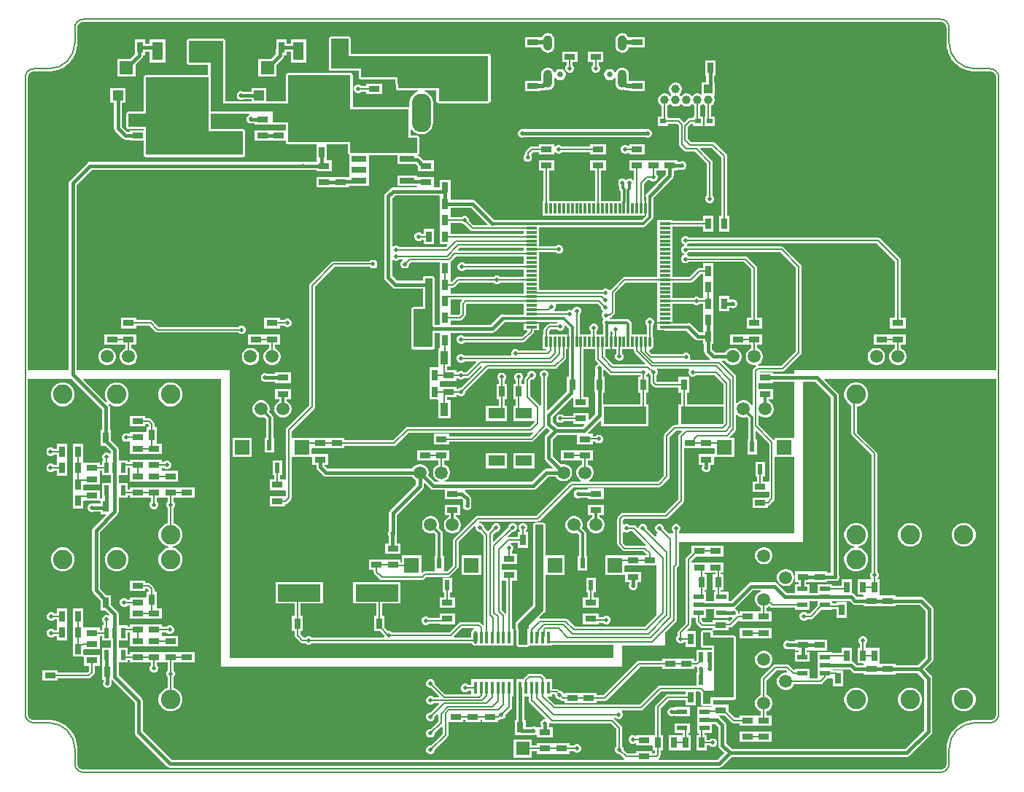
<source format=gbl>
G04*
G04 #@! TF.GenerationSoftware,Altium Limited,Altium Designer,24.4.1 (13)*
G04*
G04 Layer_Physical_Order=2*
G04 Layer_Color=16711680*
%FSAX44Y44*%
%MOMM*%
G71*
G04*
G04 #@! TF.SameCoordinates,A6799A11-F43C-4D9C-96F4-C4FD18313EF3*
G04*
G04*
G04 #@! TF.FilePolarity,Positive*
G04*
G01*
G75*
%ADD10C,0.4000*%
%ADD11C,0.2000*%
%ADD15C,0.1500*%
%ADD16C,1.0000*%
%ADD17R,1.3000X0.7000*%
%ADD18R,0.7000X1.3000*%
%ADD39C,0.3200*%
%ADD40C,0.3000*%
%ADD41O,2.2500X4.5000*%
%ADD42O,4.5000X2.2500*%
%ADD43O,5.0000X2.5000*%
%ADD44C,2.2500*%
%ADD45C,1.5000*%
%ADD46R,1.7250X1.7250*%
%ADD47C,1.6000*%
%ADD48R,1.6000X1.6000*%
%ADD49R,1.0000X1.0000*%
%ADD50O,1.0000X1.8000*%
%ADD51O,1.0000X2.1000*%
%ADD52C,0.6500*%
%ADD53C,0.5000*%
%ADD54R,1.9000X1.3000*%
%ADD55R,5.0000X2.0000*%
%ADD56R,0.4500X1.4750*%
%ADD57O,0.4500X1.4750*%
%ADD58R,0.6000X1.2000*%
%ADD59R,0.7000X0.6000*%
%ADD60R,1.2000X0.3000*%
%ADD61R,0.3000X1.2000*%
%ADD62O,0.3000X1.2000*%
%ADD63R,1.3000X2.1500*%
%ADD64R,6.5000X7.0000*%
%ADD65R,1.2000X1.2000*%
%ADD66R,1.6000X1.5000*%
%ADD67R,1.8000X0.7000*%
%ADD68R,0.9000X1.6000*%
%ADD69R,1.6000X1.4000*%
%ADD70R,1.2000X0.6000*%
%ADD71C,0.5000*%
G36*
X01722034Y01529175D02*
X01723297Y01528651D01*
X01724434Y01527892D01*
X01725401Y01526925D01*
X01726161Y01525788D01*
X01726684Y01524525D01*
X01726951Y01523184D01*
Y01522502D01*
X01726941Y01505002D01*
X01726951Y01504951D01*
X01726943Y01504900D01*
X01727007Y01502938D01*
X01727042Y01502790D01*
X01727032Y01502639D01*
X01727544Y01498748D01*
X01727609Y01498557D01*
X01727622Y01498356D01*
X01728638Y01494565D01*
X01728727Y01494384D01*
X01728766Y01494186D01*
X01730268Y01490561D01*
X01730380Y01490393D01*
X01730445Y01490202D01*
X01732407Y01486804D01*
X01732540Y01486652D01*
X01732629Y01486471D01*
X01735018Y01483358D01*
X01735170Y01483225D01*
X01735282Y01483057D01*
X01738057Y01480282D01*
X01738225Y01480170D01*
X01738358Y01480018D01*
X01741471Y01477629D01*
X01741652Y01477540D01*
X01741804Y01477407D01*
X01745202Y01475445D01*
X01745393Y01475380D01*
X01745561Y01475268D01*
X01749186Y01473766D01*
X01749384Y01473727D01*
X01749565Y01473638D01*
X01753356Y01472622D01*
X01753557Y01472609D01*
X01753748Y01472544D01*
X01757639Y01472032D01*
X01757790Y01472042D01*
X01757938Y01472007D01*
X01759900Y01471943D01*
X01759950Y01471951D01*
X01760000Y01471941D01*
X01777509Y01471941D01*
X01777524Y01471944D01*
X01777539Y01471942D01*
X01778198Y01471948D01*
X01779525Y01471684D01*
X01780788Y01471161D01*
X01781925Y01470401D01*
X01782892Y01469434D01*
X01783651Y01468297D01*
X01784175Y01467034D01*
X01784441Y01465693D01*
X01784441Y01465010D01*
X01784441Y01125000D01*
X01550000D01*
Y01120579D01*
X01525740D01*
Y01121990D01*
X01511161D01*
X01510482Y01123260D01*
X01510572Y01123395D01*
X01537000D01*
X01538284Y01123651D01*
X01539372Y01124378D01*
X01557872Y01142878D01*
X01558599Y01143966D01*
X01558854Y01145250D01*
Y01245250D01*
X01558599Y01246534D01*
X01557872Y01247622D01*
X01538122Y01267372D01*
X01537034Y01268099D01*
X01535750Y01268354D01*
X01427448D01*
X01426705Y01269098D01*
X01425470Y01269609D01*
Y01270984D01*
X01426705Y01271495D01*
X01427623Y01272413D01*
X01645843D01*
X01667146Y01251111D01*
Y01185540D01*
X01661460D01*
Y01173460D01*
X01679540D01*
Y01185540D01*
X01673854D01*
Y01252500D01*
X01673599Y01253784D01*
X01672872Y01254872D01*
X01649604Y01278140D01*
X01648516Y01278867D01*
X01647232Y01279122D01*
X01427623D01*
X01426705Y01280040D01*
X01424852Y01280808D01*
X01422847D01*
X01420995Y01280040D01*
X01419577Y01278623D01*
X01418810Y01276770D01*
Y01274765D01*
X01419577Y01272913D01*
X01420995Y01271495D01*
X01422230Y01270984D01*
Y01269609D01*
X01420995Y01269098D01*
X01419577Y01267680D01*
X01418810Y01265827D01*
Y01263822D01*
X01419577Y01261970D01*
X01420995Y01260552D01*
X01422228Y01260041D01*
Y01258667D01*
X01420992Y01258155D01*
X01419574Y01256737D01*
X01418807Y01254884D01*
Y01252879D01*
X01419574Y01251027D01*
X01420992Y01249609D01*
X01422844Y01248842D01*
X01424849D01*
X01426702Y01249609D01*
X01427620Y01250527D01*
X01492186D01*
X01500645Y01242068D01*
Y01185540D01*
X01494960D01*
Y01173460D01*
X01513040D01*
Y01185540D01*
X01507354D01*
Y01243457D01*
X01507099Y01244741D01*
X01506372Y01245829D01*
X01495947Y01256254D01*
X01494859Y01256981D01*
X01493575Y01257236D01*
X01427620D01*
X01426702Y01258155D01*
X01425468Y01258665D01*
Y01260040D01*
X01426705Y01260552D01*
X01427798Y01261646D01*
X01534361D01*
X01552146Y01243861D01*
Y01146639D01*
X01535611Y01130104D01*
X01508614D01*
X01508274Y01131374D01*
X01510165Y01132466D01*
X01512034Y01134335D01*
X01513356Y01136625D01*
X01514040Y01139178D01*
Y01141822D01*
X01513356Y01144375D01*
X01512034Y01146665D01*
X01510165Y01148534D01*
X01507875Y01149856D01*
X01507354Y01149995D01*
Y01154460D01*
X01513040D01*
Y01166540D01*
X01494960D01*
Y01166540D01*
X01494040D01*
Y01166540D01*
X01475960D01*
Y01154460D01*
X01494040D01*
Y01154460D01*
X01494960D01*
Y01154460D01*
X01500645D01*
Y01149995D01*
X01500125Y01149856D01*
X01497835Y01148534D01*
X01495966Y01146665D01*
X01494644Y01144375D01*
X01493960Y01141822D01*
Y01139178D01*
X01494644Y01136625D01*
X01495966Y01134335D01*
X01497835Y01132466D01*
X01500125Y01131144D01*
X01502678Y01130460D01*
X01505322D01*
X01505360Y01130470D01*
X01505891Y01129298D01*
X01505628Y01129122D01*
X01502778Y01126272D01*
X01502051Y01125184D01*
X01501796Y01123900D01*
Y01084067D01*
X01501433Y01083927D01*
X01500526Y01083851D01*
X01499334Y01085915D01*
X01497465Y01087784D01*
X01495175Y01089106D01*
X01492622Y01089790D01*
X01489978D01*
X01487425Y01089106D01*
X01485135Y01087784D01*
X01483875Y01086523D01*
X01482605Y01087049D01*
Y01117000D01*
X01482349Y01118284D01*
X01481622Y01119372D01*
X01466296Y01134698D01*
X01466782Y01135871D01*
X01470079D01*
X01470966Y01134335D01*
X01472835Y01132466D01*
X01475125Y01131144D01*
X01477678Y01130460D01*
X01480322D01*
X01482875Y01131144D01*
X01485165Y01132466D01*
X01487034Y01134335D01*
X01488356Y01136625D01*
X01489040Y01139178D01*
Y01141822D01*
X01488356Y01144375D01*
X01487034Y01146665D01*
X01485165Y01148534D01*
X01482875Y01149856D01*
X01480322Y01150540D01*
X01477678D01*
X01475125Y01149856D01*
X01472835Y01148534D01*
X01470966Y01146665D01*
X01470079Y01145129D01*
X01458417D01*
X01454629Y01148917D01*
Y01154960D01*
X01456040D01*
Y01173040D01*
X01456040D01*
Y01173960D01*
X01456040D01*
Y01192040D01*
X01456040D01*
Y01192960D01*
X01456040D01*
Y01211040D01*
X01456040D01*
Y01211960D01*
X01456040D01*
Y01230040D01*
X01456040D01*
Y01230960D01*
X01456040D01*
Y01249040D01*
X01443960D01*
Y01243354D01*
X01440250D01*
X01438966Y01243099D01*
X01437878Y01242372D01*
X01428860Y01233354D01*
X01408540D01*
Y01240960D01*
Y01250960D01*
Y01260960D01*
Y01270960D01*
Y01280960D01*
Y01291645D01*
X01443960D01*
Y01285960D01*
X01456040D01*
Y01304040D01*
X01443960D01*
Y01298354D01*
X01408540D01*
Y01299040D01*
X01391460D01*
Y01290960D01*
Y01285960D01*
Y01275960D01*
Y01265960D01*
Y01255960D01*
Y01245960D01*
Y01233354D01*
X01353250D01*
X01351966Y01233099D01*
X01350878Y01232372D01*
X01336628Y01218122D01*
X01336508Y01217942D01*
X01336196Y01217857D01*
X01334962Y01217915D01*
X01333855Y01219023D01*
X01332003Y01219790D01*
X01329998D01*
X01328145Y01219023D01*
X01327352Y01218230D01*
X01253540D01*
Y01230960D01*
Y01240960D01*
Y01250960D01*
Y01261646D01*
X01273227D01*
X01274145Y01260727D01*
X01275997Y01259960D01*
X01278002D01*
X01279855Y01260727D01*
X01281273Y01262145D01*
X01282040Y01263997D01*
Y01266003D01*
X01281273Y01267855D01*
X01279855Y01269273D01*
X01278002Y01270040D01*
X01275997D01*
X01274145Y01269273D01*
X01273227Y01268354D01*
X01253540D01*
Y01280960D01*
Y01290881D01*
X01375000D01*
X01376576Y01291194D01*
X01377913Y01292087D01*
X01385413Y01299587D01*
X01386306Y01300924D01*
X01386619Y01302500D01*
Y01312500D01*
Y01325073D01*
X01408773Y01347227D01*
X01408773Y01347227D01*
X01409777Y01348729D01*
X01410129Y01350500D01*
X01410129Y01350500D01*
Y01356460D01*
X01414540D01*
Y01357871D01*
X01418005D01*
X01418997Y01357460D01*
X01421003D01*
X01422855Y01358227D01*
X01424273Y01359645D01*
X01425040Y01361497D01*
Y01363503D01*
X01424273Y01365355D01*
X01422855Y01366773D01*
X01421003Y01367540D01*
X01418997D01*
X01418005Y01367129D01*
X01414540D01*
Y01368540D01*
X01396810D01*
X01396460Y01368540D01*
X01395540D01*
X01395190Y01368540D01*
X01377460D01*
Y01368540D01*
X01376540D01*
Y01368540D01*
X01358460D01*
Y01356460D01*
X01364146D01*
Y01346587D01*
X01362876Y01346061D01*
X01362053Y01346884D01*
X01360200Y01347651D01*
X01358195D01*
X01356343Y01346884D01*
X01355000Y01345541D01*
X01353657Y01346884D01*
X01351805Y01347651D01*
X01349800D01*
X01347947Y01346884D01*
X01346530Y01345466D01*
X01345762Y01343613D01*
Y01341608D01*
X01346530Y01339756D01*
X01346926Y01339360D01*
Y01336211D01*
X01346926Y01336211D01*
X01347247Y01334595D01*
X01348162Y01333226D01*
X01348544Y01332844D01*
Y01321040D01*
X01325854D01*
Y01356460D01*
X01331540D01*
Y01368540D01*
X01313460D01*
Y01356460D01*
X01319146D01*
Y01321040D01*
X01265855D01*
Y01356460D01*
X01271540D01*
Y01368540D01*
X01253460D01*
Y01356460D01*
X01259146D01*
Y01321040D01*
X01258460D01*
Y01303960D01*
X01376339D01*
X01377094Y01302920D01*
X01373294Y01299119D01*
X01202427D01*
X01180273Y01321273D01*
X01178771Y01322277D01*
X01177000Y01322629D01*
X01177000Y01322629D01*
X01151040D01*
Y01327040D01*
X01151040D01*
Y01327960D01*
X01151040D01*
Y01346040D01*
X01138960D01*
Y01337129D01*
X01132776D01*
X01131540Y01337210D01*
X01131540Y01338399D01*
Y01349290D01*
X01113460D01*
X01112540Y01350135D01*
Y01350740D01*
X01089460D01*
Y01338660D01*
X01111513D01*
X01112412Y01337390D01*
X01112322Y01337135D01*
X01112224Y01337129D01*
X01084750D01*
X01084750Y01337129D01*
X01082979Y01336777D01*
X01081477Y01335773D01*
X01081477Y01335773D01*
X01075727Y01330023D01*
X01074723Y01328521D01*
X01074371Y01326750D01*
X01074371Y01326750D01*
Y01232500D01*
X01074371Y01232500D01*
X01074723Y01230729D01*
X01075727Y01229227D01*
X01084227Y01220727D01*
X01084227Y01220727D01*
X01085729Y01219723D01*
X01087500Y01219371D01*
X01118910D01*
Y01198090D01*
X01108500D01*
X01107509Y01197893D01*
X01106669Y01197331D01*
X01106107Y01196491D01*
X01105910Y01195500D01*
Y01151500D01*
X01106107Y01150509D01*
X01106669Y01149669D01*
X01107509Y01149107D01*
X01108500Y01148910D01*
X01130500D01*
X01131491Y01149107D01*
X01132331Y01149669D01*
X01132893Y01150509D01*
X01133090Y01151500D01*
Y01168121D01*
X01138960D01*
Y01150710D01*
X01138115Y01149790D01*
X01136960D01*
Y01128710D01*
X01136115Y01127790D01*
X01126960D01*
Y01109710D01*
X01126960D01*
Y01108790D01*
X01126960D01*
Y01090710D01*
X01136115D01*
X01136960Y01089790D01*
Y01068710D01*
X01151040D01*
Y01089790D01*
X01147354D01*
Y01093460D01*
X01158040D01*
Y01096395D01*
X01159477D01*
X01160395Y01095477D01*
X01162247Y01094710D01*
X01164252D01*
X01166105Y01095477D01*
X01167523Y01096895D01*
X01168290Y01098747D01*
Y01100046D01*
X01194890Y01126646D01*
X01272750D01*
X01274034Y01126901D01*
X01275122Y01127628D01*
X01284622Y01137128D01*
X01285349Y01138216D01*
X01285604Y01139500D01*
Y01148960D01*
X01286540D01*
Y01166040D01*
X01265855D01*
Y01170361D01*
X01267389Y01171896D01*
X01274977D01*
X01275645Y01171227D01*
X01277497Y01170460D01*
X01279502D01*
X01281355Y01171227D01*
X01282773Y01172645D01*
X01283540Y01174498D01*
Y01176089D01*
X01284731Y01176694D01*
X01288381Y01173044D01*
Y01157500D01*
Y01117040D01*
X01286460D01*
Y01100350D01*
X01264278Y01078167D01*
X01263104Y01078653D01*
Y01116227D01*
X01264023Y01117145D01*
X01264790Y01118997D01*
Y01121003D01*
X01264023Y01122855D01*
X01262605Y01124273D01*
X01260752Y01125040D01*
X01258747D01*
X01256895Y01124273D01*
X01255477Y01122855D01*
X01254710Y01121003D01*
Y01118997D01*
X01255477Y01117145D01*
X01256395Y01116227D01*
Y01084004D01*
X01255126Y01083618D01*
X01254622Y01084372D01*
X01243854Y01095139D01*
Y01112573D01*
X01245244Y01113962D01*
X01246543D01*
X01248395Y01114730D01*
X01249813Y01116148D01*
X01250580Y01118000D01*
Y01120005D01*
X01249813Y01121857D01*
X01248395Y01123275D01*
X01246543Y01124043D01*
X01244538D01*
X01242685Y01123275D01*
X01241267Y01121857D01*
X01240500Y01120005D01*
Y01118706D01*
X01238128Y01116335D01*
X01237401Y01115246D01*
X01237145Y01113962D01*
Y01110059D01*
X01236540Y01109040D01*
X01233854D01*
Y01112977D01*
X01234773Y01113895D01*
X01235540Y01115748D01*
Y01117753D01*
X01234773Y01119605D01*
X01233355Y01121023D01*
X01231503Y01121790D01*
X01229498D01*
X01227645Y01121023D01*
X01226227Y01119605D01*
X01225460Y01117753D01*
Y01115748D01*
X01226227Y01113895D01*
X01227145Y01112977D01*
Y01109040D01*
X01224460D01*
Y01090960D01*
X01227145D01*
Y01083540D01*
X01224460D01*
Y01065460D01*
X01248414D01*
X01248807Y01064300D01*
X01243361Y01058854D01*
X01101250D01*
X01099966Y01058599D01*
X01098878Y01057872D01*
X01084361Y01043354D01*
X01028040D01*
Y01046040D01*
X01009960D01*
Y01046040D01*
X01009040D01*
Y01046040D01*
X00991060D01*
X00990960Y01046040D01*
Y01046040D01*
X00989822Y01045963D01*
Y01045963D01*
X00967875D01*
X00967492Y01045963D01*
X00966604Y01046865D01*
Y01053861D01*
X00992872Y01080128D01*
X00993599Y01081216D01*
X00993855Y01082500D01*
Y01221861D01*
X01016639Y01244645D01*
X01057477D01*
X01058395Y01243727D01*
X01060247Y01242960D01*
X01062253D01*
X01064105Y01243727D01*
X01065523Y01245145D01*
X01066290Y01246998D01*
Y01249003D01*
X01065523Y01250855D01*
X01064105Y01252273D01*
X01062253Y01253040D01*
X01060247D01*
X01058395Y01252273D01*
X01057477Y01251354D01*
X01015250D01*
X01013966Y01251099D01*
X01012878Y01250372D01*
X00988128Y01225622D01*
X00987401Y01224534D01*
X00987145Y01223250D01*
Y01083889D01*
X00960878Y01057622D01*
X00960151Y01056534D01*
X00959895Y01055250D01*
Y00998559D01*
X00959290Y00997540D01*
X00958625Y00997540D01*
X00953604D01*
Y01002960D01*
X00955790D01*
Y01020040D01*
X00944710D01*
Y01002960D01*
X00946896D01*
Y00997540D01*
X00941210D01*
Y00985460D01*
X00958625D01*
X00959290Y00985460D01*
X00959895Y00984441D01*
Y00979559D01*
X00959290Y00978540D01*
X00941210D01*
Y00966460D01*
X00959290D01*
Y00969146D01*
X00959500D01*
X00960784Y00969401D01*
X00961872Y00970128D01*
X00965622Y00973878D01*
X00966349Y00974966D01*
X00966604Y00976250D01*
Y01022731D01*
X00967492Y01023633D01*
X00967875Y01023633D01*
X00989690D01*
X00989822Y01023633D01*
X00990960Y01023315D01*
Y01014960D01*
X00995371D01*
Y01012000D01*
X00995371Y01012000D01*
X00995723Y01010229D01*
X00996727Y01008727D01*
X01002977Y01002477D01*
X01004479Y01001473D01*
X01006250Y01001121D01*
X01006250Y01001121D01*
X01106829D01*
X01107716Y00999585D01*
X01109585Y00997716D01*
X01111121Y00996829D01*
Y00991917D01*
X01080977Y00961773D01*
X01079973Y00960271D01*
X01079621Y00958500D01*
X01079621Y00958500D01*
Y00937348D01*
X01078960Y00935752D01*
Y00933747D01*
X01079371Y00932755D01*
Y00923540D01*
X01075210D01*
Y00911460D01*
X01093290D01*
Y00923540D01*
X01088629D01*
Y00932755D01*
X01089040Y00933747D01*
Y00935752D01*
X01088879Y00936141D01*
Y00956583D01*
X01119023Y00986727D01*
X01119023Y00986727D01*
X01120027Y00988229D01*
X01120379Y00990000D01*
X01120379Y00990000D01*
Y00992915D01*
X01121552Y00993401D01*
X01127977Y00986977D01*
X01129479Y00985973D01*
X01131250Y00985621D01*
X01131250Y00985621D01*
X01144460D01*
Y00975210D01*
X01162540D01*
Y00975210D01*
X01163810Y00975394D01*
X01165871Y00973333D01*
Y00969495D01*
X01165460Y00968503D01*
Y00966497D01*
X01166227Y00964645D01*
X01167645Y00963227D01*
X01169498Y00962460D01*
X01171503D01*
X01173355Y00963227D01*
X01174773Y00964645D01*
X01175540Y00966497D01*
Y00968503D01*
X01175129Y00969495D01*
Y00975250D01*
X01175129Y00975250D01*
X01174777Y00977021D01*
X01173773Y00978523D01*
X01167945Y00984351D01*
X01168078Y00985044D01*
X01168416Y00985621D01*
X01247250D01*
X01247250Y00985621D01*
X01249021Y00985973D01*
X01250523Y00986977D01*
X01264667Y01001121D01*
X01273329D01*
X01274216Y00999585D01*
X01276085Y00997716D01*
X01278375Y00996394D01*
X01280928Y00995710D01*
X01283572D01*
X01286125Y00996394D01*
X01288415Y00997716D01*
X01290284Y00999585D01*
X01291606Y01001875D01*
X01292290Y01004428D01*
Y01007072D01*
X01291606Y01009625D01*
X01290284Y01011915D01*
X01288415Y01013784D01*
X01286125Y01015106D01*
X01283572Y01015790D01*
X01280928D01*
X01279215Y01015331D01*
X01269629Y01024917D01*
Y01044083D01*
X01275167Y01049621D01*
X01298210D01*
Y01038710D01*
X01316290D01*
Y01041428D01*
X01319460D01*
X01320378Y01040509D01*
X01322230Y01039742D01*
X01324235D01*
X01326088Y01040509D01*
X01327505Y01041927D01*
X01328273Y01043779D01*
Y01045785D01*
X01327505Y01047637D01*
X01326088Y01049055D01*
X01324235Y01049822D01*
X01322230D01*
X01320378Y01049055D01*
X01319460Y01048136D01*
X01316290D01*
Y01050790D01*
X01311132D01*
X01310606Y01052060D01*
X01324787Y01066240D01*
X01325960Y01065754D01*
Y01059960D01*
X01381040D01*
Y01085040D01*
X01378354D01*
Y01098960D01*
X01381040D01*
Y01117040D01*
X01378354D01*
Y01118477D01*
X01379273Y01119395D01*
X01379896Y01120901D01*
X01380943Y01121415D01*
X01381310Y01121484D01*
X01381460Y01121384D01*
Y01121247D01*
X01382227Y01119395D01*
X01383145Y01118477D01*
Y01110750D01*
X01383401Y01109466D01*
X01384128Y01108378D01*
X01386878Y01105628D01*
X01387966Y01104901D01*
X01389250Y01104645D01*
X01415960D01*
Y01098960D01*
X01418645D01*
Y01085040D01*
X01415960D01*
Y01061105D01*
X01411527D01*
X01410243Y01060849D01*
X01409155Y01060122D01*
X01399905Y01050872D01*
X01399178Y01049784D01*
X01398922Y01048500D01*
Y01002416D01*
X01392110Y00995604D01*
X01312297D01*
X01311957Y00996874D01*
X01313415Y00997716D01*
X01315284Y00999585D01*
X01316606Y01001875D01*
X01317290Y01004428D01*
Y01007072D01*
X01316606Y01009625D01*
X01315284Y01011915D01*
X01313415Y01013784D01*
X01311125Y01015106D01*
X01310604Y01015245D01*
Y01019710D01*
X01316290D01*
Y01031790D01*
X01298210D01*
Y01031790D01*
X01297290D01*
Y01031790D01*
X01279210D01*
Y01019710D01*
X01297290D01*
Y01019710D01*
X01298210D01*
Y01019710D01*
X01303896D01*
Y01015245D01*
X01303375Y01015106D01*
X01301085Y01013784D01*
X01299216Y01011915D01*
X01297894Y01009625D01*
X01297210Y01007072D01*
Y01004428D01*
X01297894Y01001875D01*
X01299216Y00999585D01*
X01301085Y00997716D01*
X01302543Y00996874D01*
X01302203Y00995604D01*
X01292250D01*
X01290966Y00995349D01*
X01289878Y00994622D01*
X01250861Y00955604D01*
X01183000D01*
X01181716Y00955349D01*
X01180628Y00954622D01*
X01154628Y00928622D01*
X01153901Y00927534D01*
X01153645Y00926250D01*
Y00897889D01*
X01147111Y00891355D01*
X01144506D01*
X01143590Y00892210D01*
X01143590Y00892625D01*
Y00909290D01*
X01142219D01*
Y00935050D01*
X01141906Y00936626D01*
X01141013Y00937963D01*
X01137500Y00941476D01*
X01138090Y00943678D01*
Y00946322D01*
X01137406Y00948875D01*
X01136084Y00951165D01*
X01134215Y00953034D01*
X01131925Y00954356D01*
X01129372Y00955040D01*
X01126728D01*
X01124175Y00954356D01*
X01121885Y00953034D01*
X01120016Y00951165D01*
X01118694Y00948875D01*
X01118010Y00946322D01*
Y00943678D01*
X01118694Y00941125D01*
X01120016Y00938835D01*
X01121885Y00936966D01*
X01124175Y00935644D01*
X01126728Y00934960D01*
X01129372D01*
X01131732Y00935592D01*
X01133981Y00933344D01*
Y00909290D01*
X01132510D01*
Y00892625D01*
X01132510Y00892210D01*
X01131594Y00891355D01*
X01121750D01*
X01120466Y00891099D01*
X01119378Y00890372D01*
X01118431Y00889425D01*
X01117258Y00889911D01*
Y00909463D01*
X01094928D01*
Y00901653D01*
X01093290D01*
Y00904540D01*
X01075210D01*
Y00904540D01*
X01074290Y00904540D01*
Y00904540D01*
X01056210D01*
Y00892460D01*
X01061896D01*
Y00890500D01*
X01062151Y00889216D01*
X01062878Y00888128D01*
X01069128Y00881878D01*
X01070216Y00881151D01*
X01071500Y00880895D01*
X01118000D01*
X01119284Y00881151D01*
X01120372Y00881878D01*
X01123139Y00884646D01*
X01148500D01*
X01149784Y00884901D01*
X01150872Y00885628D01*
X01159372Y00894128D01*
X01160099Y00895216D01*
X01160354Y00896500D01*
Y00924861D01*
X01178787Y00943293D01*
X01178975Y00943246D01*
X01179960Y00942670D01*
Y00940997D01*
X01180727Y00939145D01*
X01182145Y00937727D01*
X01183997Y00936960D01*
X01185296D01*
X01189895Y00932361D01*
Y00828895D01*
X01188625Y00828368D01*
X01185872Y00831122D01*
X01184784Y00831849D01*
X01183500Y00832104D01*
X01163250D01*
X01161966Y00831849D01*
X01160878Y00831122D01*
X01149758Y00820002D01*
X01083284D01*
X01082198Y00821088D01*
X01080345Y00821856D01*
X01078638D01*
X01074290Y00826204D01*
Y00839540D01*
X01071604D01*
Y00853460D01*
X01093290D01*
Y00878540D01*
X01038210D01*
Y00853460D01*
X01064895D01*
Y00839540D01*
X01062210D01*
Y00821460D01*
X01069546D01*
X01074303Y00816703D01*
Y00815813D01*
X01074459Y00815436D01*
X01073754Y00814380D01*
X00990148D01*
X00989225Y00815303D01*
X00987373Y00816070D01*
X00985368D01*
X00983515Y00815303D01*
X00982592Y00814380D01*
X00980364D01*
X00976604Y00818139D01*
Y00821460D01*
X00979290D01*
Y00839540D01*
X00976604D01*
Y00853460D01*
X01003290D01*
Y00878540D01*
X00948210D01*
Y00853460D01*
X00969895D01*
Y00839540D01*
X00967210D01*
Y00821460D01*
X00969895D01*
Y00816750D01*
X00970151Y00815466D01*
X00970878Y00814378D01*
X00976602Y00808654D01*
X00977691Y00807926D01*
X00978975Y00807671D01*
X00982601D01*
X00983515Y00806757D01*
X00985368Y00805990D01*
X00987373D01*
X00989225Y00806757D01*
X00990139Y00807671D01*
X01175681D01*
X01175738Y00807386D01*
X01176797Y00805802D01*
X01178381Y00804743D01*
X01180250Y00804371D01*
X01181718Y00804663D01*
X01181960Y00804465D01*
Y00804465D01*
X01224040D01*
Y00824295D01*
X01222604D01*
Y00880460D01*
X01228290D01*
Y00892540D01*
X01210854D01*
Y00899460D01*
X01228290D01*
Y00911540D01*
X01222604D01*
Y00914477D01*
X01223523Y00915395D01*
X01224290Y00917247D01*
Y00919252D01*
X01223523Y00921105D01*
X01222105Y00922523D01*
X01221253Y00922876D01*
X01221506Y00924146D01*
X01229210D01*
Y00918460D01*
X01241290D01*
Y00936540D01*
X01238604D01*
Y00938477D01*
X01239523Y00939395D01*
X01240290Y00941247D01*
Y00943252D01*
X01239523Y00945105D01*
X01238105Y00946523D01*
X01236253Y00947290D01*
X01234248D01*
X01232395Y00946523D01*
X01230977Y00945105D01*
X01230210Y00943252D01*
Y00941247D01*
X01230977Y00939395D01*
X01231896Y00938477D01*
Y00936540D01*
X01229210D01*
Y00930854D01*
X01218500D01*
X01218056Y00930766D01*
X01217431Y00931937D01*
X01222704Y00937210D01*
X01224502D01*
X01226355Y00937977D01*
X01227773Y00939395D01*
X01228540Y00941247D01*
Y00943252D01*
X01227773Y00945105D01*
X01226355Y00946523D01*
X01224502Y00947290D01*
X01222497D01*
X01220645Y00946523D01*
X01219227Y00945105D01*
X01218460Y00943252D01*
Y00942454D01*
X01201778Y00925772D01*
X01200604Y00926258D01*
Y00933611D01*
X01203954Y00936960D01*
X01205253D01*
X01207105Y00937727D01*
X01208523Y00939145D01*
X01209290Y00940997D01*
Y00943002D01*
X01208523Y00944855D01*
X01207105Y00946273D01*
X01205253Y00947040D01*
X01203248D01*
X01201395Y00946273D01*
X01199977Y00944855D01*
X01199210Y00943002D01*
Y00941704D01*
X01194878Y00937372D01*
X01194417Y00937327D01*
X01190040Y00941704D01*
Y00943002D01*
X01189273Y00944855D01*
X01187855Y00946273D01*
X01186003Y00947040D01*
X01184761D01*
X01184101Y00948215D01*
X01184353Y00948599D01*
X01184662Y00948895D01*
X01252250D01*
X01253534Y00949151D01*
X01254622Y00949878D01*
X01293639Y00988895D01*
X01393500D01*
X01394784Y00989151D01*
X01395872Y00989878D01*
X01404648Y00998655D01*
X01405376Y00999743D01*
X01405631Y01001027D01*
Y01047111D01*
X01412916Y01054396D01*
X01419242D01*
X01419728Y01053222D01*
X01416378Y01049872D01*
X01415651Y01048784D01*
X01415396Y01047500D01*
Y00974640D01*
X01399610Y00958854D01*
X01351500D01*
X01350216Y00958599D01*
X01349128Y00957872D01*
X01345628Y00954372D01*
X01344901Y00953284D01*
X01344646Y00952000D01*
Y00923000D01*
X01344901Y00921716D01*
X01345628Y00920628D01*
X01350878Y00915378D01*
X01351966Y00914651D01*
X01353250Y00914396D01*
X01375361D01*
X01378896Y00910861D01*
Y00909540D01*
X01373210D01*
Y00909540D01*
X01372290D01*
Y00909540D01*
X01354310D01*
X01354210Y00909540D01*
Y00909540D01*
X01353072Y00909463D01*
Y00909463D01*
X01330742D01*
Y00887133D01*
X01352940D01*
X01353072Y00887133D01*
X01354210Y00886814D01*
Y00878460D01*
X01358621D01*
Y00876495D01*
X01358210Y00875502D01*
Y00873497D01*
X01358977Y00871645D01*
X01360395Y00870227D01*
X01362247Y00869460D01*
X01364252D01*
X01366105Y00870227D01*
X01367523Y00871645D01*
X01368290Y00873497D01*
Y00875502D01*
X01367879Y00876495D01*
Y00878460D01*
X01372290D01*
Y00890540D01*
X01354342D01*
X01354210Y00890540D01*
X01353072Y00890859D01*
Y00897141D01*
X01354210Y00897460D01*
Y00897460D01*
X01372290D01*
Y00897460D01*
X01373210D01*
Y00897460D01*
X01390000D01*
Y00839744D01*
X01376611Y00826355D01*
X01295889D01*
X01287122Y00835122D01*
X01286034Y00835849D01*
X01284750Y00836104D01*
X01254813D01*
X01254354Y00836864D01*
X01254261Y00837348D01*
X01259372Y00842460D01*
X01260290D01*
Y00843378D01*
X01260581Y00843669D01*
X01261143Y00844509D01*
X01261340Y00845500D01*
X01261340Y00885900D01*
X01261428Y00887133D01*
X01262610Y00887133D01*
X01283758D01*
Y00909463D01*
X01262610D01*
X01261340Y00910696D01*
X01261340Y00945000D01*
X01261143Y00945991D01*
X01260581Y00946831D01*
X01259741Y00947393D01*
X01258750Y00947590D01*
X01249750D01*
X01248759Y00947393D01*
X01247919Y00946831D01*
X01247357Y00945991D01*
X01247160Y00945000D01*
Y00851573D01*
X01227169Y00831581D01*
X01226607Y00830741D01*
X01226410Y00829750D01*
Y00824295D01*
X01226607Y00823304D01*
X01227169Y00822464D01*
X01227460Y00822269D01*
Y00804465D01*
X01228511D01*
X01228709Y00804169D01*
X01229549Y00803607D01*
X01230540Y00803410D01*
X01240460D01*
X01241451Y00803607D01*
X01242291Y00804169D01*
X01242489Y00804465D01*
X01269540D01*
Y00805900D01*
X01340000D01*
Y00790000D01*
X00895000D01*
Y01125000D01*
X00717129D01*
Y01340083D01*
X00734667Y01357621D01*
X00978255D01*
X00979248Y01357210D01*
X00981253D01*
X00982245Y01357621D01*
X00995460D01*
Y01356210D01*
X01013540D01*
Y01368290D01*
X01008385D01*
X01007540Y01369210D01*
X01007540Y01387290D01*
X01008760Y01387410D01*
X01032410D01*
Y01377500D01*
X01032607Y01376509D01*
X01033169Y01375669D01*
X01033460Y01375474D01*
Y01364710D01*
X01033460Y01364060D01*
X01033460Y01362790D01*
Y01352010D01*
X01033460Y01351360D01*
X01033460Y01350135D01*
X01032540Y01349290D01*
X01014460D01*
Y01349290D01*
X01013540D01*
Y01349290D01*
X00995460D01*
Y01337210D01*
X01013540D01*
Y01337210D01*
X01014460D01*
Y01337210D01*
X01032540D01*
Y01337815D01*
X01033460Y01338660D01*
X01056540D01*
Y01350090D01*
X01056540Y01350740D01*
X01056540Y01352010D01*
Y01362790D01*
X01056540Y01363440D01*
X01056540Y01364710D01*
Y01374910D01*
X01089460D01*
Y01364060D01*
X01111144D01*
X01113460Y01361744D01*
Y01356210D01*
X01131540D01*
Y01368290D01*
X01120006D01*
X01115616Y01372680D01*
X01114115Y01373683D01*
X01113479Y01373810D01*
Y01375105D01*
X01113491Y01375107D01*
X01114331Y01375669D01*
X01114893Y01376509D01*
X01115090Y01377500D01*
Y01395000D01*
X01114893Y01395991D01*
X01114331Y01396831D01*
X01113491Y01397393D01*
X01112500Y01397590D01*
X01105090D01*
Y01403859D01*
X01106360Y01404290D01*
X01107415Y01402915D01*
X01110295Y01400704D01*
X01113650Y01399315D01*
X01117250Y01398841D01*
X01120850Y01399315D01*
X01124204Y01400704D01*
X01127085Y01402915D01*
X01129296Y01405795D01*
X01130685Y01409150D01*
X01131159Y01412750D01*
Y01435250D01*
X01130685Y01438850D01*
X01129296Y01442204D01*
X01127085Y01445085D01*
X01124204Y01447296D01*
X01120850Y01448685D01*
X01121075Y01449910D01*
X01134910D01*
Y01437500D01*
X01135107Y01436509D01*
X01135669Y01435669D01*
X01136509Y01435107D01*
X01137500Y01434910D01*
X01195000D01*
X01195991Y01435107D01*
X01196831Y01435669D01*
X01197393Y01436509D01*
X01197590Y01437500D01*
Y01472500D01*
Y01490000D01*
X01197393Y01490991D01*
X01196831Y01491831D01*
X01195991Y01492393D01*
X01195000Y01492590D01*
X01112540D01*
X01111549Y01492393D01*
X01111410Y01492300D01*
X01092590D01*
X01092451Y01492393D01*
X01091460Y01492590D01*
X01035090D01*
Y01510000D01*
X01034893Y01510991D01*
X01034331Y01511831D01*
X01033491Y01512393D01*
X01032500Y01512590D01*
X01012500D01*
X01011509Y01512393D01*
X01010669Y01511831D01*
X01010107Y01510991D01*
X01009910Y01510000D01*
Y01475000D01*
X01010107Y01474009D01*
X01010669Y01473169D01*
X01011509Y01472607D01*
X01012500Y01472410D01*
X01044910D01*
Y01465000D01*
X01045107Y01464009D01*
X01045669Y01463169D01*
X01046509Y01462607D01*
X01047500Y01462410D01*
X01087410D01*
Y01457790D01*
X01087607Y01456799D01*
X01087950Y01456286D01*
Y01452500D01*
X01088147Y01451509D01*
X01088709Y01450669D01*
X01089549Y01450107D01*
X01090540Y01449910D01*
X01113426D01*
X01113650Y01448685D01*
X01110295Y01447296D01*
X01107415Y01445085D01*
X01105204Y01442204D01*
X01103815Y01438850D01*
X01103341Y01435250D01*
Y01430780D01*
X01102500Y01430090D01*
X01037590D01*
Y01467500D01*
X01037393Y01468491D01*
X01036831Y01469331D01*
X01035991Y01469893D01*
X01035000Y01470090D01*
X00962500D01*
X00961509Y01469893D01*
X00960669Y01469331D01*
X00960107Y01468491D01*
X00959910Y01467500D01*
Y01437590D01*
X00937290D01*
Y01452290D01*
X00920210D01*
Y01448629D01*
X00909995D01*
X00909003Y01449040D01*
X00906998D01*
X00905145Y01448273D01*
X00903727Y01446855D01*
X00902960Y01445002D01*
Y01442997D01*
X00903727Y01441145D01*
X00905145Y01439727D01*
X00906998Y01438960D01*
X00909003D01*
X00909995Y01439371D01*
X00920210D01*
Y01437590D01*
X00890090D01*
Y01507500D01*
X00889893Y01508491D01*
X00889331Y01509331D01*
X00888491Y01509893D01*
X00887500Y01510090D01*
X00847500D01*
X00846509Y01509893D01*
X00845669Y01509331D01*
X00845107Y01508491D01*
X00844910Y01507500D01*
Y01482500D01*
X00845107Y01481509D01*
X00845669Y01480669D01*
X00846509Y01480107D01*
X00847500Y01479910D01*
X00869910D01*
Y01467590D01*
X00797500D01*
X00796509Y01467393D01*
X00795669Y01466831D01*
X00795107Y01465991D01*
X00794910Y01465000D01*
Y01425090D01*
X00777500D01*
X00776509Y01424893D01*
X00775669Y01424331D01*
X00775107Y01423491D01*
X00774910Y01422500D01*
Y01407500D01*
X00775107Y01406509D01*
X00775669Y01405669D01*
X00776509Y01405107D01*
X00777500Y01404910D01*
X00794910D01*
Y01403290D01*
X00778960D01*
Y01401879D01*
X00775417D01*
X00769629Y01407667D01*
Y01435210D01*
X00773540D01*
Y01452290D01*
X00756460D01*
Y01435210D01*
X00760371D01*
Y01405750D01*
X00760371Y01405750D01*
X00760723Y01403979D01*
X00761727Y01402477D01*
X00770227Y01393977D01*
X00770227Y01393977D01*
X00771729Y01392973D01*
X00773500Y01392621D01*
X00773500Y01392621D01*
X00778960D01*
Y01391210D01*
X00794910D01*
Y01375000D01*
X00795107Y01374009D01*
X00795669Y01373169D01*
X00796509Y01372607D01*
X00797500Y01372410D01*
X00910000D01*
X00910991Y01372607D01*
X00911831Y01373169D01*
X00912393Y01374009D01*
X00912590Y01375000D01*
Y01402500D01*
X00912393Y01403491D01*
X00911831Y01404331D01*
X00910991Y01404893D01*
X00910000Y01405090D01*
X00872590D01*
Y01422410D01*
X00917280D01*
X00917532Y01421140D01*
X00916645Y01420773D01*
X00915227Y01419355D01*
X00914460Y01417502D01*
Y01415497D01*
X00915227Y01413645D01*
X00916645Y01412227D01*
X00918497Y01411460D01*
X00920502D01*
X00921193Y01411746D01*
X00923960D01*
Y01410210D01*
X00941690D01*
X00942040Y01410210D01*
X00942960D01*
X00943310Y01410210D01*
X00943855D01*
X00944009Y01410107D01*
X00945000Y01409910D01*
X00959910D01*
Y01403290D01*
X00942960D01*
Y01403290D01*
X00942040D01*
Y01403290D01*
X00923960D01*
Y01391210D01*
X00942040D01*
Y01391210D01*
X00942960D01*
Y01391210D01*
X00959910D01*
Y01390000D01*
X00960107Y01389009D01*
X00960669Y01388169D01*
X00961509Y01387607D01*
X00962500Y01387410D01*
X00994240D01*
X00995460Y01387290D01*
X00995460Y01386140D01*
Y01369210D01*
X00995460D01*
Y01368290D01*
X00995460D01*
Y01366879D01*
X00982245D01*
X00981253Y01367290D01*
X00979248D01*
X00978255Y01366879D01*
X00732750D01*
X00730979Y01366527D01*
X00729477Y01365523D01*
X00729477Y01365523D01*
X00709227Y01345273D01*
X00708223Y01343771D01*
X00707871Y01342000D01*
X00707871Y01342000D01*
Y01125000D01*
X00660558D01*
Y01465010D01*
Y01465693D01*
X00660825Y01467034D01*
X00661348Y01468297D01*
X00662108Y01469434D01*
X00663075Y01470401D01*
X00664212Y01471161D01*
X00665475Y01471684D01*
X00666816Y01471951D01*
X00667498D01*
X00684998Y01471941D01*
X00685049Y01471951D01*
X00685100Y01471943D01*
X00687062Y01472007D01*
X00687210Y01472042D01*
X00687361Y01472032D01*
X00691252Y01472544D01*
X00691443Y01472609D01*
X00691644Y01472622D01*
X00695435Y01473638D01*
X00695616Y01473727D01*
X00695814Y01473766D01*
X00699439Y01475268D01*
X00699607Y01475380D01*
X00699798Y01475445D01*
X00703196Y01477407D01*
X00703348Y01477540D01*
X00703529Y01477629D01*
X00706642Y01480018D01*
X00706775Y01480170D01*
X00706943Y01480282D01*
X00709718Y01483057D01*
X00709830Y01483225D01*
X00709982Y01483358D01*
X00712371Y01486471D01*
X00712460Y01486652D01*
X00712593Y01486804D01*
X00714555Y01490202D01*
X00714620Y01490393D01*
X00714732Y01490561D01*
X00716234Y01494186D01*
X00716273Y01494384D01*
X00716362Y01494565D01*
X00717378Y01498356D01*
X00717391Y01498557D01*
X00717456Y01498748D01*
X00717968Y01502639D01*
X00717958Y01502790D01*
X00717993Y01502938D01*
X00718057Y01504900D01*
X00718049Y01504950D01*
X00718059Y01505000D01*
X00718059Y01522510D01*
X00718056Y01522525D01*
X00718058Y01522539D01*
X00718052Y01523199D01*
X00718316Y01524525D01*
X00718839Y01525788D01*
X00719599Y01526925D01*
X00720566Y01527892D01*
X00721702Y01528651D01*
X00722966Y01529175D01*
X00724307Y01529442D01*
X00724990D01*
X01155000Y01529441D01*
X01720009Y01529442D01*
X01720693D01*
X01722034Y01529175D01*
D02*
G37*
G36*
X01032500Y01490000D02*
X01091460D01*
Y01489710D01*
X01112540D01*
Y01490000D01*
X01195000D01*
Y01472500D01*
Y01437500D01*
X01137500D01*
Y01452500D01*
X01090540D01*
Y01457790D01*
X01090000D01*
Y01465000D01*
X01047500D01*
Y01475000D01*
X01012500D01*
Y01510000D01*
X01032500D01*
Y01490000D01*
D02*
G37*
G36*
X00887500Y01435000D02*
X00962500D01*
Y01467500D01*
X01035000D01*
Y01427500D01*
X01102500D01*
Y01395000D01*
X01112500D01*
Y01377500D01*
X01035000D01*
Y01390000D01*
X00962500D01*
Y01412500D01*
X00945000D01*
Y01425000D01*
X00872590D01*
Y01465000D01*
X00872500Y01465451D01*
Y01482500D01*
X00847500D01*
Y01507500D01*
X00887500D01*
Y01435000D01*
D02*
G37*
G36*
X00870000Y01402500D02*
X00910000D01*
Y01375000D01*
X00797500D01*
Y01407500D01*
X00777500D01*
Y01422500D01*
X00797500D01*
Y01465000D01*
X00870000D01*
Y01402500D01*
D02*
G37*
G36*
X01400871Y01352417D02*
X01379227Y01330773D01*
X01378223Y01329271D01*
X01377871Y01327500D01*
X01378223Y01325728D01*
X01378381Y01325493D01*
Y01312500D01*
Y01304345D01*
X01377642Y01303755D01*
X01376540Y01304449D01*
Y01321040D01*
X01375854D01*
Y01341111D01*
X01380389Y01345645D01*
X01382727D01*
X01383645Y01344727D01*
X01385497Y01343960D01*
X01387502D01*
X01389355Y01344727D01*
X01390773Y01346145D01*
X01391540Y01347997D01*
Y01350002D01*
X01390773Y01351855D01*
X01389854Y01352773D01*
Y01356460D01*
X01395190D01*
X01395540Y01356460D01*
X01396460D01*
X01396810Y01356460D01*
X01400871D01*
Y01352417D01*
D02*
G37*
G36*
X01193926Y01294528D02*
X01193440Y01293354D01*
X01177890D01*
X01172540Y01298704D01*
Y01300002D01*
X01171773Y01301855D01*
X01170355Y01303273D01*
X01168503Y01304040D01*
X01166497D01*
X01164645Y01303273D01*
X01163727Y01302354D01*
X01151040D01*
Y01308040D01*
X01151040D01*
Y01308960D01*
X01151040D01*
Y01313371D01*
X01175083D01*
X01193926Y01294528D01*
D02*
G37*
G36*
X01164645Y01294727D02*
X01166497Y01293960D01*
X01167796D01*
X01174128Y01287628D01*
X01175216Y01286901D01*
X01176500Y01286645D01*
X01236460D01*
Y01283354D01*
X01151040D01*
Y01289040D01*
X01151040D01*
Y01289960D01*
X01151040D01*
Y01295645D01*
X01163727D01*
X01164645Y01294727D01*
D02*
G37*
G36*
X01138960Y01327040D02*
Y01308960D01*
X01138960D01*
Y01308040D01*
X01138960D01*
Y01289960D01*
X01138960D01*
Y01289040D01*
X01138960D01*
Y01270960D01*
X01147057D01*
X01147543Y01269787D01*
X01145611Y01267854D01*
X01091773D01*
X01090855Y01268773D01*
X01089003Y01269540D01*
X01086998D01*
X01085145Y01268773D01*
X01084899Y01268527D01*
X01083629Y01269053D01*
Y01324833D01*
X01086667Y01327871D01*
X01138034D01*
X01138960Y01327040D01*
D02*
G37*
G36*
X01236460Y01263354D02*
X01160008D01*
X01159522Y01264528D01*
X01161639Y01266646D01*
X01236460D01*
Y01263354D01*
D02*
G37*
G36*
X01095484Y01252336D02*
X01095236Y01252233D01*
X01093818Y01250815D01*
X01093051Y01248962D01*
Y01246957D01*
X01093818Y01245105D01*
X01095236Y01243687D01*
X01097089Y01242920D01*
X01099094D01*
X01100946Y01243687D01*
X01102364Y01245105D01*
X01103131Y01246957D01*
Y01248256D01*
X01105297Y01250423D01*
X01138960D01*
Y01233960D01*
X01138960D01*
Y01233040D01*
X01138960D01*
Y01214960D01*
X01138960D01*
Y01214040D01*
X01138960D01*
Y01195960D01*
X01138960D01*
X01138960Y01195040D01*
X01138960D01*
Y01177379D01*
X01133090D01*
Y01231500D01*
X01132893Y01232491D01*
X01132331Y01233331D01*
X01131491Y01233893D01*
X01130500Y01234090D01*
X01121500D01*
X01120509Y01233893D01*
X01119669Y01233331D01*
X01119107Y01232491D01*
X01118910Y01231500D01*
Y01228629D01*
X01089417D01*
X01083629Y01234417D01*
Y01252407D01*
X01084899Y01252933D01*
X01085145Y01252687D01*
X01086998Y01251920D01*
X01089003D01*
X01090855Y01252687D01*
X01091773Y01253605D01*
X01095232D01*
X01095484Y01252336D01*
D02*
G37*
G36*
X01236460Y01248354D02*
X01202962D01*
X01202962Y01248354D01*
X01168273D01*
X01167355Y01249273D01*
X01165502Y01250040D01*
X01163497D01*
X01161645Y01249273D01*
X01160227Y01247855D01*
X01159460Y01246003D01*
Y01243997D01*
X01160227Y01242145D01*
X01161645Y01240727D01*
X01163497Y01239960D01*
X01165502D01*
X01167355Y01240727D01*
X01168273Y01241646D01*
X01202962D01*
X01202962Y01241646D01*
X01236460D01*
Y01233354D01*
X01208773D01*
X01207855Y01234273D01*
X01206003Y01235040D01*
X01203997D01*
X01202145Y01234273D01*
X01201227Y01233354D01*
X01159750D01*
X01158466Y01233099D01*
X01157378Y01232372D01*
X01152361Y01227354D01*
X01151040D01*
Y01233040D01*
X01151040D01*
Y01233960D01*
X01151040D01*
Y01250674D01*
X01151061Y01250678D01*
X01152149Y01251405D01*
X01157389Y01256646D01*
X01236460D01*
Y01248354D01*
D02*
G37*
G36*
Y01213354D02*
X01152026D01*
X01151040Y01214040D01*
Y01214960D01*
X01151040D01*
Y01220646D01*
X01153750D01*
X01155034Y01220901D01*
X01156122Y01221628D01*
X01161140Y01226646D01*
X01201227D01*
X01202145Y01225727D01*
X01203997Y01224960D01*
X01206003D01*
X01207855Y01225727D01*
X01208773Y01226646D01*
X01236460D01*
Y01213354D01*
D02*
G37*
G36*
X01443960Y01230960D02*
X01443960D01*
Y01230040D01*
X01443960D01*
Y01211960D01*
X01443960D01*
Y01211040D01*
X01443960D01*
Y01208354D01*
X01440523D01*
X01439605Y01209273D01*
X01437753Y01210040D01*
X01435748D01*
X01433895Y01209273D01*
X01432977Y01208354D01*
X01408540D01*
Y01215960D01*
Y01226646D01*
X01430250D01*
X01431534Y01226901D01*
X01432622Y01227628D01*
X01441640Y01236646D01*
X01443960D01*
Y01230960D01*
D02*
G37*
G36*
X01164478Y01205472D02*
X01163128Y01204122D01*
X01162401Y01203034D01*
X01162146Y01201750D01*
Y01190639D01*
X01160861Y01189354D01*
X01151040D01*
Y01195040D01*
X01151040D01*
X01151040Y01195960D01*
X01151040D01*
Y01206646D01*
X01163992D01*
X01164478Y01205472D01*
D02*
G37*
G36*
X01236460Y01200960D02*
Y01195960D01*
Y01190960D01*
Y01189119D01*
X01213757D01*
X01213521Y01189277D01*
X01211750Y01189629D01*
X01209979Y01189277D01*
X01208477Y01188273D01*
X01197583Y01177379D01*
X01151040D01*
Y01182646D01*
X01162250D01*
X01163534Y01182901D01*
X01164622Y01183628D01*
X01167872Y01186878D01*
X01168599Y01187966D01*
X01168855Y01189250D01*
Y01200360D01*
X01170139Y01201646D01*
X01236460D01*
Y01200960D01*
D02*
G37*
G36*
X01391460Y01220960D02*
Y01210960D01*
Y01200960D01*
Y01190960D01*
Y01180960D01*
X01408540D01*
Y01190960D01*
Y01201646D01*
X01432977D01*
X01433895Y01200727D01*
X01435748Y01199960D01*
X01437753D01*
X01439605Y01200727D01*
X01440523Y01201646D01*
X01443960D01*
Y01192960D01*
X01443960D01*
Y01192040D01*
X01443960D01*
Y01173960D01*
X01443960D01*
Y01173040D01*
X01443960D01*
Y01168629D01*
X01440417D01*
X01430773Y01178273D01*
X01429271Y01179277D01*
X01427500Y01179629D01*
X01425728Y01179277D01*
X01425493Y01179119D01*
X01400000D01*
X01399602Y01179040D01*
X01391460D01*
Y01170960D01*
X01399602D01*
X01400000Y01170881D01*
X01425073D01*
X01435227Y01160727D01*
X01436729Y01159723D01*
X01438500Y01159371D01*
X01438500Y01159371D01*
X01443960D01*
Y01154960D01*
X01445371D01*
Y01147000D01*
X01445371Y01147000D01*
X01445723Y01145229D01*
X01446727Y01143727D01*
X01452329Y01138124D01*
X01451803Y01136854D01*
X01430027D01*
X01429178Y01138124D01*
X01429540Y01138997D01*
Y01141003D01*
X01428773Y01142855D01*
X01427355Y01144273D01*
X01425502Y01145040D01*
X01423497D01*
X01421645Y01144273D01*
X01420727Y01143354D01*
X01385139D01*
X01381455Y01147039D01*
X01381533Y01147939D01*
X01382500Y01148881D01*
X01384076Y01149194D01*
X01385413Y01150087D01*
X01386306Y01151424D01*
X01386619Y01153000D01*
Y01162000D01*
X01386306Y01163576D01*
X01385854Y01164251D01*
Y01176727D01*
X01386773Y01177645D01*
X01387540Y01179498D01*
Y01181503D01*
X01386773Y01183355D01*
X01385355Y01184773D01*
X01383503Y01185540D01*
X01381497D01*
X01379645Y01184773D01*
X01378227Y01183355D01*
X01377460Y01181503D01*
Y01179498D01*
X01378227Y01177645D01*
X01379146Y01176727D01*
Y01166040D01*
X01361619D01*
Y01178243D01*
X01361306Y01179819D01*
X01360413Y01181155D01*
X01358655Y01182913D01*
X01357319Y01183806D01*
X01355743Y01184119D01*
X01337007D01*
X01336850Y01184235D01*
X01336291Y01185389D01*
X01336654Y01185911D01*
X01337453Y01186071D01*
X01338542Y01186798D01*
X01341372Y01189628D01*
X01342099Y01190716D01*
X01342354Y01192000D01*
Y01214361D01*
X01354639Y01226646D01*
X01391460D01*
Y01220960D01*
D02*
G37*
G36*
X01275346Y01180374D02*
X01275483Y01179611D01*
X01274477Y01178604D01*
X01266000D01*
X01264716Y01178349D01*
X01263628Y01177622D01*
X01260128Y01174122D01*
X01259401Y01173034D01*
X01259146Y01171750D01*
Y01166040D01*
X01258460D01*
Y01148960D01*
X01261256D01*
X01261935Y01147690D01*
X01261710Y01147354D01*
X01230273D01*
X01229355Y01148273D01*
X01227503Y01149040D01*
X01225498D01*
X01223645Y01148273D01*
X01222227Y01146855D01*
X01221460Y01145003D01*
Y01142998D01*
X01221616Y01142620D01*
X01220911Y01141564D01*
X01198198D01*
X01198146Y01141599D01*
X01196862Y01141854D01*
X01167273D01*
X01166355Y01142773D01*
X01164502Y01143540D01*
X01162497D01*
X01160645Y01142773D01*
X01159227Y01141355D01*
X01158460Y01139502D01*
Y01137497D01*
X01159227Y01135645D01*
X01160645Y01134227D01*
X01162497Y01133460D01*
X01164502D01*
X01166355Y01134227D01*
X01167273Y01135145D01*
X01180742D01*
X01181228Y01133972D01*
X01169110Y01121854D01*
X01167023D01*
X01166105Y01122773D01*
X01164252Y01123540D01*
X01162247D01*
X01160395Y01122773D01*
X01159477Y01121854D01*
X01158040D01*
Y01124540D01*
X01147354D01*
Y01128710D01*
X01151040D01*
Y01149790D01*
X01151040D01*
Y01150710D01*
X01151040D01*
Y01168121D01*
X01199500D01*
X01199500Y01168121D01*
X01201271Y01168473D01*
X01202773Y01169477D01*
X01214177Y01180881D01*
X01275094D01*
X01275346Y01180374D01*
D02*
G37*
G36*
X01326210Y01197546D02*
Y01196247D01*
X01326977Y01194395D01*
X01328395Y01192977D01*
X01327793Y01191920D01*
X01327227Y01191355D01*
X01326460Y01189502D01*
Y01187497D01*
X01327227Y01185645D01*
X01328645Y01184227D01*
X01328803Y01183431D01*
X01328227Y01182855D01*
X01327460Y01181003D01*
Y01178997D01*
X01328227Y01177145D01*
X01328381Y01176992D01*
Y01166040D01*
X01320979D01*
Y01170151D01*
X01321794Y01170965D01*
X01322561Y01172818D01*
Y01174823D01*
X01321794Y01176675D01*
X01320376Y01178093D01*
X01318524Y01178860D01*
X01316519D01*
X01314666Y01178093D01*
X01313249Y01176675D01*
X01312481Y01174823D01*
Y01172818D01*
X01313249Y01170965D01*
X01314270Y01169943D01*
Y01166040D01*
X01300979D01*
Y01189852D01*
X01302023Y01190895D01*
X01302790Y01192747D01*
Y01194753D01*
X01302023Y01196605D01*
X01300605Y01198023D01*
X01298752Y01198790D01*
X01296747D01*
X01294895Y01198023D01*
X01293477Y01196605D01*
X01292901Y01195213D01*
X01292480Y01194715D01*
X01291440Y01194548D01*
X01290253Y01195040D01*
X01288248D01*
X01286395Y01194273D01*
X01285477Y01193354D01*
X01272278D01*
X01271752Y01194624D01*
X01272773Y01195645D01*
X01273540Y01197497D01*
Y01199502D01*
X01273178Y01200376D01*
X01274027Y01201646D01*
X01322110D01*
X01326210Y01197546D01*
D02*
G37*
G36*
X01130500Y01151500D02*
X01108500D01*
Y01195500D01*
X01121500D01*
Y01231500D01*
X01130500D01*
Y01151500D01*
D02*
G37*
G36*
X01338227Y01169395D02*
X01339146Y01168477D01*
Y01166040D01*
X01338460D01*
Y01148960D01*
X01344021D01*
Y01144398D01*
X01342977Y01143355D01*
X01342210Y01141503D01*
Y01139498D01*
X01342977Y01137645D01*
X01344395Y01136227D01*
X01346248Y01135460D01*
X01348253D01*
X01350105Y01136227D01*
X01351523Y01137645D01*
X01352290Y01139498D01*
Y01141503D01*
X01351523Y01143355D01*
X01350729Y01144148D01*
Y01148960D01*
X01364146D01*
Y01147250D01*
X01364401Y01145966D01*
X01365128Y01144878D01*
X01377048Y01132958D01*
X01376562Y01131784D01*
X01340153D01*
X01330854Y01141083D01*
Y01148960D01*
X01336540D01*
Y01157102D01*
X01336619Y01157500D01*
Y01169959D01*
X01337889Y01170211D01*
X01338227Y01169395D01*
D02*
G37*
G36*
X01186597Y01129637D02*
X01187015Y01128259D01*
X01163546Y01104790D01*
X01162247D01*
X01160395Y01104023D01*
X01159477Y01103104D01*
X01158040D01*
Y01105540D01*
X01139960D01*
X01139040Y01106385D01*
Y01108790D01*
X01139040D01*
Y01109710D01*
X01139040D01*
Y01111615D01*
X01139960Y01112460D01*
X01158040D01*
Y01115145D01*
X01159477D01*
X01160395Y01114227D01*
X01162247Y01113460D01*
X01164252D01*
X01166105Y01114227D01*
X01167023Y01115145D01*
X01170500D01*
X01171784Y01115401D01*
X01172872Y01116128D01*
X01186417Y01129673D01*
X01186597Y01129637D01*
D02*
G37*
G36*
X01427882Y01124876D02*
X01427210Y01123252D01*
Y01121247D01*
X01427977Y01119395D01*
X01429395Y01117977D01*
X01431248Y01117210D01*
X01433253D01*
X01435105Y01117977D01*
X01436023Y01118896D01*
X01457861D01*
X01468396Y01108361D01*
Y01085040D01*
X01425354D01*
Y01098960D01*
X01428040D01*
Y01117040D01*
X01415960D01*
Y01111354D01*
X01390639D01*
X01389854Y01112140D01*
Y01118477D01*
X01390773Y01119395D01*
X01391540Y01121247D01*
Y01123252D01*
X01390868Y01124876D01*
X01391391Y01126146D01*
X01427359D01*
X01427882Y01124876D01*
D02*
G37*
G36*
X01335711Y01119878D02*
X01336799Y01119151D01*
X01338083Y01118896D01*
X01371227D01*
X01371646Y01118477D01*
Y01117040D01*
X01368960D01*
Y01098960D01*
X01371646D01*
Y01085040D01*
X01328629D01*
Y01098960D01*
X01330040D01*
Y01117040D01*
X01328754D01*
Y01124703D01*
X01328852Y01124940D01*
X01330350Y01125238D01*
X01335711Y01119878D01*
D02*
G37*
G36*
X00885000Y00780000D02*
X01350000D01*
Y00805000D01*
X01400000D01*
Y00819506D01*
X01412872Y00832378D01*
X01413599Y00833466D01*
X01413854Y00834750D01*
Y00895110D01*
X01415372Y00896628D01*
X01416099Y00897716D01*
X01416354Y00899000D01*
Y00925000D01*
X01560000D01*
Y01111321D01*
X01574633D01*
X01592621Y01093333D01*
Y00889379D01*
X01588540D01*
Y00890790D01*
X01570460D01*
Y00890790D01*
X01569540D01*
Y00890790D01*
X01551460D01*
Y00878710D01*
X01554871D01*
Y00876290D01*
X01550960D01*
Y00865879D01*
X01541417D01*
X01530273Y00877023D01*
X01528771Y00878027D01*
X01527000Y00878379D01*
X01527000Y00878379D01*
X01500500D01*
X01500500Y00878379D01*
X01498729Y00878027D01*
X01497227Y00877023D01*
X01497227Y00877023D01*
X01476833Y00856629D01*
X01473790D01*
Y00867040D01*
X01465105D01*
Y00869460D01*
X01467790D01*
Y00887540D01*
X01465105D01*
Y00889460D01*
X01467790D01*
Y00901540D01*
X01449710D01*
Y00901540D01*
X01448790D01*
Y00901540D01*
X01430710Y00901540D01*
X01430605Y00902766D01*
Y00903361D01*
X01435704Y00908460D01*
X01448790D01*
Y00908460D01*
X01449710D01*
Y00908460D01*
X01467790D01*
Y00920540D01*
X01449710D01*
Y00920540D01*
X01448790D01*
Y00920540D01*
X01430710D01*
Y00912954D01*
X01424878Y00907122D01*
X01424151Y00906034D01*
X01423896Y00904750D01*
Y00830389D01*
X01416128Y00822622D01*
X01415401Y00821534D01*
X01415146Y00820250D01*
Y00816273D01*
X01414227Y00815355D01*
X01413460Y00813503D01*
Y00811497D01*
X01414227Y00809645D01*
X01415645Y00808227D01*
X01417498Y00807460D01*
X01419503D01*
X01421355Y00808227D01*
X01422273Y00809146D01*
X01423710D01*
Y00803460D01*
X01435790D01*
Y00821540D01*
X01426193D01*
X01425707Y00822713D01*
X01429622Y00826628D01*
X01430349Y00827716D01*
X01430605Y00829000D01*
Y00835734D01*
X01430710Y00836960D01*
X01431875Y00836960D01*
X01435896D01*
Y00832750D01*
X01436151Y00831466D01*
X01436878Y00830378D01*
X01441178Y00826078D01*
X01442266Y00825351D01*
X01443550Y00825096D01*
X01455710D01*
Y00822939D01*
X01454526Y00822202D01*
X01454241Y00822393D01*
X01453250Y00822590D01*
X01444250D01*
X01443259Y00822393D01*
X01442419Y00821831D01*
X01441857Y00820991D01*
X01441660Y00820000D01*
Y00805000D01*
X01441857Y00804009D01*
X01442419Y00803169D01*
X01443259Y00802607D01*
X01444250Y00802410D01*
X01454660D01*
Y00799640D01*
X01436710D01*
Y00787304D01*
X01436261Y00786854D01*
X01434290D01*
Y00789540D01*
X01416210D01*
Y00789540D01*
X01415290D01*
Y00789540D01*
X01397210D01*
Y00786854D01*
X01370000D01*
X01368716Y00786599D01*
X01367628Y00785872D01*
X01328611Y00746854D01*
X01320790D01*
Y00749540D01*
X01302710D01*
Y00749540D01*
X01301790D01*
Y00749540D01*
X01283710D01*
Y00749355D01*
X01282440Y00749103D01*
X01282026Y00750101D01*
X01280609Y00751519D01*
X01278756Y00752286D01*
X01277458D01*
X01276379Y00753365D01*
X01275291Y00754092D01*
X01274007Y00754347D01*
X01269540D01*
Y00765535D01*
X01261605D01*
Y00766000D01*
X01261349Y00767284D01*
X01260622Y00768372D01*
X01257872Y00771122D01*
X01256784Y00771849D01*
X01255500Y00772104D01*
X01242500D01*
X01241216Y00771849D01*
X01240128Y00771122D01*
X01236683Y00767676D01*
X01235955Y00766588D01*
X01235746Y00765535D01*
X01227460D01*
Y00745705D01*
X01227621D01*
Y00718790D01*
X01226210D01*
Y00700710D01*
X01238290D01*
Y00700871D01*
X01245505D01*
X01246497Y00700460D01*
X01248503D01*
X01250355Y00701227D01*
X01250537Y00701409D01*
X01251710Y00700923D01*
Y00697960D01*
X01269790D01*
Y00710040D01*
X01265379D01*
Y00712005D01*
X01265790Y00712998D01*
Y00714205D01*
X01265890Y00714315D01*
X01267060Y00714839D01*
X01267716Y00714401D01*
X01269000Y00714146D01*
X01337361D01*
X01343645Y00707860D01*
Y00687773D01*
X01342727Y00686855D01*
X01341960Y00685003D01*
Y00682998D01*
X01342727Y00681145D01*
X01344145Y00679727D01*
X01345997Y00678960D01*
X01347296D01*
X01352857Y00673399D01*
X01352855Y00673309D01*
X01352462Y00672129D01*
X00827417D01*
X00793879Y00705667D01*
Y00740800D01*
X00793527Y00742572D01*
X00792523Y00744073D01*
X00792523Y00744073D01*
X00766129Y00770468D01*
Y00784960D01*
X00776540D01*
Y00787645D01*
X00778960D01*
Y00784960D01*
X00797040D01*
Y00784960D01*
X00797960D01*
Y00784960D01*
X00803645D01*
Y00782023D01*
X00802727Y00781105D01*
X00801960Y00779252D01*
Y00777247D01*
X00802727Y00775395D01*
X00804145Y00773977D01*
X00805997Y00773210D01*
X00808002D01*
X00809855Y00773977D01*
X00811273Y00775395D01*
X00812040Y00777247D01*
Y00779252D01*
X00811273Y00781105D01*
X00810354Y00782023D01*
Y00784960D01*
X00815690D01*
X00816960Y00784960D01*
X00817310Y00784960D01*
X00822646D01*
Y00775773D01*
X00821727Y00774855D01*
X00820960Y00773002D01*
Y00770997D01*
X00821727Y00769145D01*
X00822646Y00768227D01*
Y00755378D01*
X00820677Y00754850D01*
X00817533Y00753035D01*
X00814965Y00750467D01*
X00813150Y00747323D01*
X00812210Y00743816D01*
Y00740184D01*
X00813150Y00736677D01*
X00814965Y00733533D01*
X00817533Y00730965D01*
X00820677Y00729150D01*
X00824185Y00728210D01*
X00827816D01*
X00831323Y00729150D01*
X00834467Y00730965D01*
X00837035Y00733533D01*
X00838850Y00736677D01*
X00839790Y00740184D01*
Y00743816D01*
X00838850Y00747323D01*
X00837035Y00750467D01*
X00834467Y00753035D01*
X00831323Y00754850D01*
X00829355Y00755378D01*
Y00768227D01*
X00830273Y00769145D01*
X00831040Y00770997D01*
Y00773002D01*
X00830273Y00774855D01*
X00829355Y00775773D01*
Y00784960D01*
X00835040D01*
Y00784960D01*
X00835960Y00784960D01*
Y00784960D01*
X00854040D01*
Y00797040D01*
X00835960D01*
Y00797040D01*
X00835040Y00797040D01*
Y00797040D01*
X00817310D01*
X00816040Y00797040D01*
X00815690Y00797040D01*
X00797960D01*
Y00797040D01*
X00797040D01*
Y00797040D01*
X00778960D01*
Y00794354D01*
X00776540D01*
Y00802040D01*
X00766129D01*
Y00810960D01*
X00776540D01*
Y00819645D01*
X00778960D01*
Y00816960D01*
X00778960D01*
Y00816040D01*
X00778960D01*
Y00803960D01*
X00796690D01*
X00797040Y00803960D01*
X00797960D01*
X00798310Y00803960D01*
X00816040D01*
Y00803960D01*
X00816960Y00803960D01*
Y00803960D01*
X00835040D01*
Y00816040D01*
X00817310D01*
X00816040Y00816885D01*
X00816040Y00817310D01*
Y00819646D01*
X00821477D01*
X00822395Y00818727D01*
X00824248Y00817960D01*
X00826253D01*
X00828105Y00818727D01*
X00829523Y00820145D01*
X00830290Y00821998D01*
Y00824003D01*
X00829523Y00825855D01*
X00828105Y00827273D01*
X00826253Y00828040D01*
X00824248D01*
X00822395Y00827273D01*
X00821477Y00826355D01*
X00816040D01*
Y00829040D01*
X00798310D01*
X00797960Y00829040D01*
X00797040D01*
X00796690Y00829040D01*
X00778960D01*
Y00826354D01*
X00776540D01*
Y00828040D01*
X00766129D01*
Y00841000D01*
X00766129Y00841000D01*
X00765777Y00842771D01*
X00764773Y00844273D01*
X00764773Y00844273D01*
X00757040Y00852006D01*
Y00863540D01*
X00751506D01*
X00744379Y00870667D01*
Y00936534D01*
X00764773Y00956928D01*
X00764773Y00956928D01*
X00765777Y00958429D01*
X00766129Y00960201D01*
X00766129Y00960201D01*
Y00976460D01*
X00776540D01*
Y00979146D01*
X00778960D01*
Y00976460D01*
X00797040D01*
Y00976460D01*
X00797960D01*
Y00976460D01*
X00803645D01*
Y00972273D01*
X00802727Y00971355D01*
X00801960Y00969502D01*
Y00967497D01*
X00802727Y00965645D01*
X00804145Y00964227D01*
X00805997Y00963460D01*
X00808002D01*
X00809855Y00964227D01*
X00811273Y00965645D01*
X00812040Y00967497D01*
Y00969502D01*
X00811273Y00971355D01*
X00810354Y00972273D01*
Y00976460D01*
X00815690D01*
X00816040Y00976460D01*
X00816960D01*
X00817310Y00976460D01*
X00822646D01*
Y00972273D01*
X00821727Y00971355D01*
X00820960Y00969502D01*
Y00967497D01*
X00821727Y00965645D01*
X00822646Y00964727D01*
Y00946878D01*
X00820677Y00946350D01*
X00817533Y00944535D01*
X00814965Y00941967D01*
X00813150Y00938823D01*
X00812210Y00935315D01*
Y00931684D01*
X00813150Y00928177D01*
X00814965Y00925033D01*
X00817533Y00922465D01*
X00820677Y00920650D01*
X00823448Y00919907D01*
Y00918593D01*
X00820677Y00917850D01*
X00817533Y00916035D01*
X00814965Y00913467D01*
X00813150Y00910323D01*
X00812210Y00906815D01*
Y00903185D01*
X00813150Y00899677D01*
X00814965Y00896533D01*
X00817533Y00893965D01*
X00820677Y00892150D01*
X00824185Y00891210D01*
X00827816D01*
X00831323Y00892150D01*
X00834467Y00893965D01*
X00837035Y00896533D01*
X00838850Y00899677D01*
X00839790Y00903185D01*
Y00906815D01*
X00838850Y00910323D01*
X00837035Y00913467D01*
X00834467Y00916035D01*
X00831323Y00917850D01*
X00828552Y00918593D01*
Y00919907D01*
X00831323Y00920650D01*
X00834467Y00922465D01*
X00837035Y00925033D01*
X00838850Y00928177D01*
X00839790Y00931684D01*
Y00935315D01*
X00838850Y00938823D01*
X00837035Y00941967D01*
X00834467Y00944535D01*
X00831323Y00946350D01*
X00829355Y00946878D01*
Y00964727D01*
X00830273Y00965645D01*
X00831040Y00967497D01*
Y00969502D01*
X00830273Y00971355D01*
X00829355Y00972273D01*
Y00976460D01*
X00835040D01*
Y00976460D01*
X00835960D01*
Y00976460D01*
X00854040D01*
Y00988540D01*
X00835960D01*
Y00988540D01*
X00835040D01*
Y00988540D01*
X00817310D01*
X00816960Y00988540D01*
X00816040D01*
X00815690Y00988540D01*
X00797960D01*
Y00988540D01*
X00797040D01*
Y00988540D01*
X00778960D01*
Y00985854D01*
X00776540D01*
Y00993540D01*
X00766129D01*
Y01002460D01*
X00776540D01*
Y01011145D01*
X00778960D01*
Y01008460D01*
X00778960D01*
Y01007540D01*
X00778960D01*
Y00995460D01*
X00796690D01*
X00797040Y00995460D01*
X00797960D01*
X00798310Y00995460D01*
X00816040D01*
Y00995460D01*
X00816960D01*
Y00995460D01*
X00835040D01*
Y01007540D01*
X00817310D01*
X00816040Y01008385D01*
X00816040Y01008810D01*
Y01011227D01*
X00818149D01*
X00818986Y01010390D01*
X00820839Y01009623D01*
X00822844D01*
X00824696Y01010390D01*
X00826114Y01011808D01*
X00826881Y01013660D01*
Y01015665D01*
X00826114Y01017518D01*
X00824696Y01018935D01*
X00822844Y01019703D01*
X00820839D01*
X00818986Y01018935D01*
X00817987Y01017936D01*
X00816040D01*
Y01020540D01*
X00798310D01*
X00797960Y01020540D01*
X00797040D01*
X00796690Y01020540D01*
X00778960D01*
Y01017854D01*
X00776540D01*
Y01019540D01*
X00766129D01*
Y01032500D01*
X00766129Y01032500D01*
X00765777Y01034271D01*
X00764773Y01035773D01*
X00764773Y01035773D01*
X00757040Y01043506D01*
Y01055040D01*
X00755629D01*
Y01081250D01*
X00755277Y01083021D01*
X00754273Y01084523D01*
X00755033Y01085465D01*
X00758177Y01083650D01*
X00761685Y01082710D01*
X00765316D01*
X00768823Y01083650D01*
X00771967Y01085465D01*
X00774535Y01088033D01*
X00776350Y01091177D01*
X00777290Y01094685D01*
Y01098316D01*
X00776350Y01101823D01*
X00774535Y01104967D01*
X00771967Y01107535D01*
X00768823Y01109350D01*
X00765316Y01110290D01*
X00761685D01*
X00758177Y01109350D01*
X00755033Y01107535D01*
X00752465Y01104967D01*
X00750650Y01101823D01*
X00749710Y01098316D01*
Y01094685D01*
X00750650Y01091177D01*
X00752337Y01088256D01*
X00751320Y01087476D01*
X00724970Y01113827D01*
X00725456Y01115000D01*
X00885000D01*
Y00780000D01*
D02*
G37*
G36*
X01319146Y01137833D02*
X01319401Y01136549D01*
X01320128Y01135461D01*
X01322489Y01133100D01*
X01322191Y01131602D01*
X01321395Y01131273D01*
X01319977Y01129855D01*
X01319210Y01128002D01*
Y01125997D01*
X01319496Y01125307D01*
Y01117040D01*
X01317960D01*
Y01098960D01*
X01319371D01*
Y01073917D01*
X01312713Y01067260D01*
X01311540Y01067746D01*
Y01074540D01*
X01293460D01*
Y01071854D01*
X01282602D01*
X01281695Y01072761D01*
X01279842Y01073529D01*
X01277837D01*
X01275985Y01072761D01*
X01274567Y01071344D01*
X01273800Y01069491D01*
Y01067486D01*
X01274567Y01065634D01*
X01275985Y01064216D01*
X01277837Y01063449D01*
X01279842D01*
X01281695Y01064216D01*
X01282624Y01065145D01*
X01293460D01*
Y01062460D01*
X01306254D01*
X01306740Y01061287D01*
X01304333Y01058879D01*
X01275167D01*
X01269629Y01064417D01*
Y01070426D01*
X01292190Y01092987D01*
X01293460Y01092461D01*
Y01081460D01*
X01311540D01*
Y01093540D01*
X01305854D01*
Y01148960D01*
X01319146D01*
Y01137833D01*
D02*
G37*
G36*
X01550000Y01047159D02*
X01549822Y01045963D01*
X01527492D01*
Y01044298D01*
X01526222Y01043772D01*
X01508504Y01061489D01*
Y01071951D01*
X01509774Y01072477D01*
X01510535Y01071716D01*
X01512825Y01070394D01*
X01515378Y01069710D01*
X01518022D01*
X01520575Y01070394D01*
X01522865Y01071716D01*
X01524734Y01073585D01*
X01526056Y01075875D01*
X01526740Y01078428D01*
Y01081072D01*
X01526056Y01083625D01*
X01524734Y01085915D01*
X01522865Y01087784D01*
X01520819Y01088965D01*
Y01090910D01*
X01525740D01*
Y01102990D01*
X01508504D01*
Y01109910D01*
X01525740D01*
Y01111321D01*
X01550000D01*
Y01047159D01*
D02*
G37*
G36*
X01266704Y01054250D02*
X01261727Y01049273D01*
X01260723Y01047771D01*
X01260371Y01046000D01*
X01260371Y01046000D01*
Y01023000D01*
X01260371Y01023000D01*
X01260723Y01021229D01*
X01261727Y01019727D01*
X01269901Y01011552D01*
X01269415Y01010379D01*
X01262750D01*
X01262750Y01010379D01*
X01260979Y01010027D01*
X01259477Y01009023D01*
X01245333Y00994879D01*
X01143877D01*
X01143710Y00996149D01*
X01144625Y00996394D01*
X01146915Y00997716D01*
X01148784Y00999585D01*
X01150106Y01001875D01*
X01150790Y01004428D01*
Y01007072D01*
X01150106Y01009625D01*
X01148784Y01011915D01*
X01146915Y01013784D01*
X01144625Y01015106D01*
X01144104Y01015245D01*
Y01019710D01*
X01149790D01*
Y01031790D01*
X01131710D01*
Y01031790D01*
X01130790D01*
Y01031790D01*
X01112710D01*
Y01019710D01*
X01130790D01*
Y01019710D01*
X01131710D01*
Y01019710D01*
X01137395D01*
Y01015245D01*
X01136875Y01015106D01*
X01134585Y01013784D01*
X01132716Y01011915D01*
X01131394Y01009625D01*
X01130710Y01007072D01*
Y01004428D01*
X01131394Y01001875D01*
X01132716Y00999585D01*
X01134585Y00997716D01*
X01136875Y00996394D01*
X01137790Y00996149D01*
X01137623Y00994879D01*
X01133167D01*
X01125331Y01002715D01*
X01125790Y01004428D01*
Y01007072D01*
X01125106Y01009625D01*
X01123784Y01011915D01*
X01121915Y01013784D01*
X01119625Y01015106D01*
X01117072Y01015790D01*
X01114428D01*
X01111875Y01015106D01*
X01109585Y01013784D01*
X01107716Y01011915D01*
X01106829Y01010379D01*
X01008167D01*
X01004856Y01013690D01*
X01005178Y01014960D01*
X01009040D01*
Y01027040D01*
X00991092D01*
X00990960Y01027040D01*
X00989822Y01027358D01*
Y01033642D01*
X00990960Y01033960D01*
Y01033960D01*
X01009040D01*
Y01033960D01*
X01009960D01*
Y01033960D01*
X01028040D01*
Y01036646D01*
X01085750D01*
X01087034Y01036901D01*
X01088122Y01037628D01*
X01102639Y01052145D01*
X01244750D01*
X01246034Y01052401D01*
X01246266Y01052556D01*
X01247076Y01051570D01*
X01243611Y01048104D01*
X01149790D01*
Y01050790D01*
X01131710D01*
Y01038710D01*
X01149790D01*
Y01041396D01*
X01245000D01*
X01246284Y01041651D01*
X01247372Y01042378D01*
X01262122Y01057128D01*
X01262248Y01057317D01*
X01263512Y01057441D01*
X01266704Y01054250D01*
D02*
G37*
G36*
X01784441Y00724990D02*
Y00724307D01*
X01784175Y00722966D01*
X01783651Y00721702D01*
X01782892Y00720566D01*
X01781925Y00719599D01*
X01780788Y00718839D01*
X01779525Y00718316D01*
X01778184Y00718049D01*
X01777502D01*
X01760002Y00718059D01*
X01759951Y00718049D01*
X01759900Y00718057D01*
X01757938Y00717993D01*
X01757790Y00717958D01*
X01757639Y00717968D01*
X01753748Y00717456D01*
X01753557Y00717391D01*
X01753356Y00717378D01*
X01749565Y00716362D01*
X01749384Y00716273D01*
X01749186Y00716234D01*
X01745561Y00714732D01*
X01745393Y00714620D01*
X01745202Y00714555D01*
X01741804Y00712593D01*
X01741652Y00712460D01*
X01741471Y00712371D01*
X01738358Y00709982D01*
X01738225Y00709830D01*
X01738057Y00709718D01*
X01735282Y00706943D01*
X01735170Y00706775D01*
X01735018Y00706642D01*
X01732629Y00703529D01*
X01732540Y00703348D01*
X01732407Y00703196D01*
X01730445Y00699798D01*
X01730380Y00699607D01*
X01730268Y00699439D01*
X01728766Y00695814D01*
X01728727Y00695616D01*
X01728638Y00695435D01*
X01727622Y00691644D01*
X01727609Y00691443D01*
X01727544Y00691252D01*
X01727032Y00687361D01*
X01727042Y00687210D01*
X01727007Y00687062D01*
X01726943Y00685100D01*
X01726951Y00685050D01*
X01726941Y00685000D01*
X01726941Y00667490D01*
X01726944Y00667476D01*
X01726942Y00667461D01*
X01726948Y00666802D01*
X01726684Y00665475D01*
X01726161Y00664212D01*
X01725401Y00663075D01*
X01724434Y00662108D01*
X01723297Y00661349D01*
X01722034Y00660825D01*
X01720693Y00660559D01*
X01720009Y00660559D01*
X00724990Y00660559D01*
X00724307D01*
X00722966Y00660825D01*
X00721702Y00661349D01*
X00720566Y00662108D01*
X00719599Y00663075D01*
X00718839Y00664212D01*
X00718316Y00665475D01*
X00718049Y00666816D01*
Y00667498D01*
X00718059Y00684998D01*
X00718049Y00685049D01*
X00718057Y00685100D01*
X00717993Y00687062D01*
X00717958Y00687210D01*
X00717968Y00687361D01*
X00717456Y00691252D01*
X00717391Y00691443D01*
X00717378Y00691644D01*
X00716362Y00695435D01*
X00716273Y00695616D01*
X00716234Y00695814D01*
X00714732Y00699439D01*
X00714620Y00699607D01*
X00714555Y00699798D01*
X00712593Y00703196D01*
X00712460Y00703348D01*
X00712371Y00703529D01*
X00709982Y00706642D01*
X00709830Y00706775D01*
X00709718Y00706943D01*
X00706943Y00709718D01*
X00706775Y00709830D01*
X00706642Y00709982D01*
X00703529Y00712371D01*
X00703348Y00712460D01*
X00703196Y00712593D01*
X00699798Y00714555D01*
X00699607Y00714620D01*
X00699439Y00714732D01*
X00695814Y00716234D01*
X00695616Y00716273D01*
X00695435Y00716362D01*
X00691644Y00717378D01*
X00691443Y00717391D01*
X00691252Y00717456D01*
X00687361Y00717968D01*
X00687210Y00717958D01*
X00687062Y00717993D01*
X00685100Y00718057D01*
X00685049Y00718049D01*
X00684998Y00718059D01*
X00667498Y00718049D01*
X00666816D01*
X00665475Y00718316D01*
X00664212Y00718839D01*
X00663075Y00719599D01*
X00662108Y00720566D01*
X00661348Y00721703D01*
X00660825Y00722966D01*
X00660558Y00724307D01*
Y00724990D01*
Y01115000D01*
X00710704D01*
X00746371Y01079333D01*
Y01055040D01*
X00744960D01*
Y01036960D01*
X00750494D01*
X00756871Y01030583D01*
Y01028053D01*
X00755601Y01027526D01*
X00754855Y01028273D01*
X00753002Y01029040D01*
X00750997D01*
X00749145Y01028273D01*
X00747727Y01026855D01*
X00746960Y01025003D01*
Y01022998D01*
X00747727Y01021145D01*
X00748062Y01020810D01*
X00747536Y01019540D01*
X00746460D01*
Y01014354D01*
X00744040D01*
Y01017040D01*
X00726310D01*
X00725960Y01017040D01*
X00725040Y01017885D01*
Y01020290D01*
X00725040D01*
Y01021210D01*
X00725040D01*
Y01039290D01*
X00712960D01*
Y01021210D01*
X00712960D01*
Y01020290D01*
X00712960D01*
Y01002210D01*
X00712960D01*
Y01001290D01*
X00712960D01*
Y00983560D01*
X00712960Y00983210D01*
Y00982290D01*
X00712960Y00981940D01*
Y00964210D01*
X00725040D01*
Y00972115D01*
X00725960Y00972960D01*
X00743690D01*
X00744040Y00972960D01*
X00744960Y00972115D01*
Y00969629D01*
X00736995D01*
X00736003Y00970040D01*
X00733997D01*
X00732145Y00969273D01*
X00730727Y00967855D01*
X00729960Y00966003D01*
Y00963997D01*
X00730727Y00962145D01*
X00732145Y00960727D01*
X00733997Y00959960D01*
X00736003D01*
X00736995Y00960371D01*
X00744960D01*
Y00957460D01*
X00750553D01*
X00751039Y00956287D01*
X00736477Y00941724D01*
X00735473Y00940222D01*
X00735121Y00938451D01*
X00735121Y00938451D01*
Y00868750D01*
X00735121Y00868750D01*
X00735473Y00866979D01*
X00736477Y00865477D01*
X00744960Y00856994D01*
Y00845460D01*
X00750494D01*
X00755199Y00840755D01*
X00754479Y00839678D01*
X00753002Y00840290D01*
X00750997D01*
X00749145Y00839523D01*
X00747727Y00838105D01*
X00746960Y00836253D01*
Y00834248D01*
X00747727Y00832395D01*
X00748645Y00831477D01*
Y00828040D01*
X00746460D01*
Y00822854D01*
X00744040D01*
Y00825540D01*
X00726310D01*
X00725960Y00825540D01*
X00725040Y00826385D01*
Y00828790D01*
X00725040D01*
Y00829710D01*
X00725040D01*
Y00847790D01*
X00712960D01*
Y00829710D01*
X00712960D01*
Y00828790D01*
X00712960D01*
Y00810710D01*
X00712960D01*
Y00809790D01*
X00712960D01*
Y00791710D01*
X00724690D01*
X00725040Y00791710D01*
X00725960Y00790865D01*
Y00781460D01*
X00731646D01*
Y00775139D01*
X00729611Y00773104D01*
X00695290D01*
Y00776040D01*
X00677210D01*
Y00763960D01*
X00695290D01*
Y00766395D01*
X00731000D01*
X00732284Y00766651D01*
X00733372Y00767378D01*
X00737372Y00771378D01*
X00738099Y00772466D01*
X00738354Y00773750D01*
Y00781460D01*
X00744040D01*
Y00793540D01*
X00726310D01*
X00725960Y00793540D01*
X00725040Y00794385D01*
Y00799615D01*
X00725960Y00800460D01*
X00744040D01*
Y00812190D01*
X00744040Y00812540D01*
Y00813460D01*
X00744040Y00813810D01*
Y00816145D01*
X00746460D01*
Y00810960D01*
X00756871D01*
Y00802040D01*
X00746460D01*
Y00784960D01*
X00746871D01*
Y00776992D01*
X00746723Y00776771D01*
X00746371Y00775000D01*
X00746723Y00773229D01*
X00746960Y00772875D01*
Y00764960D01*
X00748121D01*
Y00762745D01*
X00747710Y00761752D01*
Y00759747D01*
X00748477Y00757895D01*
X00749895Y00756477D01*
X00751748Y00755710D01*
X00753753D01*
X00755605Y00756477D01*
X00757023Y00757895D01*
X00757790Y00759747D01*
Y00761752D01*
X00757379Y00762745D01*
Y00764706D01*
X00758649Y00764855D01*
X00784621Y00738883D01*
Y00703750D01*
X00784621Y00703750D01*
X00784973Y00701979D01*
X00785977Y00700477D01*
X00822227Y00664227D01*
X00822227Y00664227D01*
X00823729Y00663223D01*
X00825500Y00662871D01*
X00825500Y00662871D01*
X01463250D01*
X01463250Y00662871D01*
X01465021Y00663223D01*
X01466523Y00664227D01*
X01477613Y00675316D01*
X01477745Y00675371D01*
X01681000D01*
X01681000Y00675371D01*
X01682771Y00675723D01*
X01684273Y00676727D01*
X01709023Y00701477D01*
X01709023Y00701477D01*
X01710027Y00702979D01*
X01710379Y00704750D01*
X01710379Y00704750D01*
Y00767000D01*
X01710027Y00768771D01*
X01709023Y00770273D01*
X01709023Y00770273D01*
X01702046Y00777250D01*
X01710273Y00785477D01*
X01710273Y00785477D01*
X01711277Y00786979D01*
X01711629Y00788750D01*
X01711629Y00788750D01*
Y00847250D01*
X01711629Y00847250D01*
X01711277Y00849021D01*
X01710273Y00850523D01*
X01710273Y00850523D01*
X01700773Y00860023D01*
X01699271Y00861027D01*
X01697500Y00861379D01*
X01697500Y00861379D01*
X01668040D01*
Y00862790D01*
X01650310D01*
X01649040Y00863635D01*
X01649040Y00864060D01*
Y00881790D01*
X01647159D01*
X01646688Y00883060D01*
X01647273Y00883645D01*
X01648040Y00885498D01*
Y00887503D01*
X01647273Y00889355D01*
X01646354Y00890273D01*
Y01028000D01*
X01646099Y01029284D01*
X01645372Y01030372D01*
X01623354Y01052390D01*
Y01082710D01*
X01623815D01*
X01627323Y01083650D01*
X01630467Y01085465D01*
X01633035Y01088033D01*
X01634850Y01091177D01*
X01635790Y01094685D01*
Y01098316D01*
X01634850Y01101823D01*
X01633035Y01104967D01*
X01630467Y01107535D01*
X01627323Y01109350D01*
X01623815Y01110290D01*
X01620184D01*
X01616677Y01109350D01*
X01613533Y01107535D01*
X01610965Y01104967D01*
X01609150Y01101823D01*
X01608210Y01098316D01*
Y01094685D01*
X01609150Y01091177D01*
X01610965Y01088033D01*
X01613533Y01085465D01*
X01616646Y01083668D01*
Y01051000D01*
X01616901Y01049716D01*
X01617628Y01048628D01*
X01639646Y01026610D01*
Y00890273D01*
X01638727Y00889355D01*
X01637960Y00887503D01*
Y00885498D01*
X01638727Y00883645D01*
X01639312Y00883060D01*
X01638841Y00881790D01*
X01636960D01*
Y00881790D01*
X01636040D01*
Y00881790D01*
X01623960D01*
Y00863710D01*
X01630115D01*
X01630960Y00862790D01*
Y00862649D01*
X01630455Y00861379D01*
X01622724D01*
X01619580Y00864523D01*
X01618078Y00865527D01*
X01617040Y00865733D01*
Y00881790D01*
X01604960D01*
Y00874104D01*
X01594040D01*
Y00876290D01*
X01576960D01*
Y00865879D01*
X01568040D01*
Y00876290D01*
X01564129D01*
Y00878710D01*
X01569540D01*
Y00878710D01*
X01570460D01*
Y00878710D01*
X01588540D01*
Y00880121D01*
X01595255D01*
X01596248Y00879710D01*
X01598253D01*
X01600105Y00880477D01*
X01601523Y00881895D01*
X01602290Y00883747D01*
Y00885752D01*
X01601879Y00886745D01*
Y01095250D01*
X01601527Y01097021D01*
X01600523Y01098523D01*
X01600523Y01098523D01*
X01585220Y01113827D01*
X01585706Y01115000D01*
X01784441D01*
X01784441Y00724990D01*
D02*
G37*
G36*
X01485135Y01071716D02*
X01487425Y01070394D01*
X01489978Y01069710D01*
X01492622D01*
X01494903Y01070321D01*
X01497181Y01068044D01*
Y01044040D01*
X01495760D01*
Y01026960D01*
X01506840D01*
Y01044040D01*
X01505419D01*
Y01053428D01*
X01506592Y01053914D01*
X01521024Y01039482D01*
Y00995747D01*
X01519840Y00995540D01*
X01519754Y00995540D01*
X01514154D01*
Y01000960D01*
X01516340D01*
Y01018040D01*
X01505260D01*
Y01000960D01*
X01507446D01*
Y00995540D01*
X01501760D01*
Y00983460D01*
X01519754D01*
X01519840Y00983460D01*
X01521024Y00983253D01*
Y00977411D01*
X01519851Y00976536D01*
X01519840Y00976540D01*
Y00976540D01*
X01501760D01*
Y00964460D01*
X01519840D01*
Y00967213D01*
X01520784Y00967401D01*
X01521872Y00968128D01*
X01526751Y00973007D01*
X01527478Y00974095D01*
X01527733Y00975379D01*
Y01023633D01*
X01549822D01*
X01550000Y01022437D01*
Y00935000D01*
X01416354D01*
Y00937227D01*
X01417273Y00938145D01*
X01418040Y00939997D01*
Y00942002D01*
X01417273Y00943855D01*
X01415855Y00945273D01*
X01414003Y00946040D01*
X01411998D01*
X01410145Y00945273D01*
X01408727Y00943855D01*
X01407960Y00942002D01*
Y00939997D01*
X01408727Y00938145D01*
X01409646Y00937227D01*
Y00935000D01*
X01404494D01*
X01398790Y00940704D01*
Y00942002D01*
X01398023Y00943855D01*
X01396605Y00945273D01*
X01394753Y00946040D01*
X01392747D01*
X01390895Y00945273D01*
X01389477Y00943855D01*
X01388710Y00942002D01*
Y00939997D01*
X01389477Y00938145D01*
X01390895Y00936727D01*
X01391999Y00936270D01*
X01391747Y00935000D01*
X01390000D01*
Y00931903D01*
X01388827Y00931417D01*
X01379540Y00940704D01*
Y00942002D01*
X01378773Y00943855D01*
X01377355Y00945273D01*
X01375502Y00946040D01*
X01373497D01*
X01371645Y00945273D01*
X01370227Y00943855D01*
X01369460Y00942002D01*
Y00941693D01*
X01368287Y00941207D01*
X01366122Y00943372D01*
X01365034Y00944099D01*
X01363750Y00944354D01*
X01359023D01*
X01358105Y00945273D01*
X01356252Y00946040D01*
X01354247D01*
X01352624Y00945368D01*
X01351354Y00945891D01*
Y00950611D01*
X01352889Y00952145D01*
X01401000D01*
X01402284Y00952401D01*
X01403372Y00953128D01*
X01421122Y00970878D01*
X01421849Y00971966D01*
X01422104Y00973250D01*
Y01033960D01*
X01438040D01*
Y01033960D01*
X01438960D01*
Y01033960D01*
X01457040D01*
Y01033960D01*
X01458178Y01033641D01*
Y01027358D01*
X01457040Y01027040D01*
X01456908Y01027040D01*
X01438960D01*
Y01014960D01*
X01443371D01*
Y01012995D01*
X01442960Y01012002D01*
Y01009997D01*
X01443727Y01008145D01*
X01445145Y01006727D01*
X01446998Y01005960D01*
X01449003D01*
X01450855Y01006727D01*
X01452273Y01008145D01*
X01453040Y01009997D01*
Y01012002D01*
X01452629Y01012995D01*
Y01014960D01*
X01457040D01*
Y01023314D01*
X01458178Y01023633D01*
X01458310Y01023633D01*
X01480508D01*
Y01045963D01*
X01475503D01*
X01474977Y01047233D01*
X01481622Y01053878D01*
X01482349Y01054966D01*
X01482605Y01056250D01*
Y01072451D01*
X01483875Y01072977D01*
X01485135Y01071716D01*
D02*
G37*
G36*
X00746460Y01002460D02*
X00756871D01*
Y00993540D01*
X00746460D01*
Y00976460D01*
X00745615Y00975540D01*
X00744960Y00975540D01*
X00744040Y00976385D01*
Y00985040D01*
X00726310D01*
X00725960Y00985040D01*
X00725040Y00985885D01*
Y00991115D01*
X00725960Y00991960D01*
X00744040D01*
Y01003690D01*
X00744040Y01004040D01*
Y01004960D01*
X00744040Y01005310D01*
Y01007645D01*
X00746460D01*
Y01002460D01*
D02*
G37*
G36*
X01377820Y00922187D02*
X01377194Y00921016D01*
X01376750Y00921105D01*
X01354639D01*
X01351354Y00924389D01*
Y00936109D01*
X01352624Y00936632D01*
X01354247Y00935960D01*
X01356252D01*
X01358105Y00936727D01*
X01359023Y00937645D01*
X01362361D01*
X01377820Y00922187D01*
D02*
G37*
G36*
X01458396Y00887540D02*
X01455710D01*
Y00869460D01*
X01458396D01*
Y00867040D01*
X01456710D01*
Y00856629D01*
X01447790D01*
Y00867040D01*
X01446104D01*
Y00869460D01*
X01448790D01*
Y00887540D01*
X01446104D01*
Y00889460D01*
X01448790D01*
Y00889460D01*
X01449710D01*
Y00889460D01*
X01458396D01*
Y00887540D01*
D02*
G37*
G36*
X01511044Y00867851D02*
X01510875Y00867806D01*
X01508585Y00866484D01*
X01506716Y00864615D01*
X01505394Y00862325D01*
X01504710Y00859772D01*
Y00857128D01*
X01505394Y00854575D01*
X01506716Y00852285D01*
X01508585Y00850416D01*
X01510875Y00849094D01*
X01511396Y00848955D01*
Y00844490D01*
X01505710D01*
Y00844490D01*
X01504790D01*
Y00844490D01*
X01486710D01*
Y00841805D01*
X01485199D01*
X01485040Y00841935D01*
Y00843503D01*
X01484273Y00845355D01*
X01482855Y00846773D01*
X01481947Y00847149D01*
X01481806Y00848582D01*
X01482023Y00848727D01*
X01502417Y00869121D01*
X01510876D01*
X01511044Y00867851D01*
D02*
G37*
G36*
X01215895Y00842894D02*
X01214625Y00842368D01*
X01210854Y00846140D01*
Y00880460D01*
X01215895D01*
Y00842894D01*
D02*
G37*
G36*
X01617533Y00853477D02*
X01617534Y00853477D01*
X01619035Y00852473D01*
X01620807Y00852121D01*
X01620807Y00852121D01*
X01630960D01*
Y00850710D01*
X01649040D01*
Y00850710D01*
X01649960D01*
Y00850710D01*
X01668040D01*
Y00852121D01*
X01695583D01*
X01702371Y00845333D01*
Y00790667D01*
X01693583Y00781879D01*
X01668040D01*
Y00783290D01*
X01649960D01*
Y00783290D01*
X01649040D01*
X01649040Y00784560D01*
Y00802290D01*
X01636960D01*
Y00802290D01*
X01636040D01*
Y00802290D01*
X01633354D01*
Y00806727D01*
X01634273Y00807645D01*
X01635040Y00809498D01*
Y00811503D01*
X01634273Y00813355D01*
X01632855Y00814773D01*
X01631003Y00815540D01*
X01628997D01*
X01627145Y00814773D01*
X01625727Y00813355D01*
X01624960Y00811503D01*
Y00809498D01*
X01625727Y00807645D01*
X01626646Y00806727D01*
Y00802290D01*
X01623960D01*
Y00784210D01*
X01630115D01*
X01630960Y00783290D01*
Y00783149D01*
X01630456Y00781879D01*
X01622724D01*
X01619580Y00785023D01*
X01618078Y00786027D01*
X01617040Y00786233D01*
Y00802290D01*
X01604960D01*
Y00796605D01*
X01594040D01*
Y00796790D01*
X01576960D01*
Y00785710D01*
Y00776210D01*
Y00766710D01*
X01575734Y00766604D01*
X01569266D01*
X01568040Y00766710D01*
Y00777790D01*
X01550960D01*
Y00776830D01*
X01549690Y00776304D01*
X01544372Y00781622D01*
X01543284Y00782349D01*
X01542000Y00782605D01*
X01528250D01*
X01526966Y00782349D01*
X01525878Y00781622D01*
X01512478Y00768222D01*
X01511751Y00767134D01*
X01511496Y00765850D01*
Y00747345D01*
X01510975Y00747206D01*
X01508685Y00745884D01*
X01506816Y00744015D01*
X01505494Y00741725D01*
X01504810Y00739172D01*
Y00736528D01*
X01505494Y00733975D01*
X01506816Y00731685D01*
X01508685Y00729816D01*
X01510975Y00728494D01*
X01511496Y00728355D01*
Y00723890D01*
X01505810D01*
Y00723890D01*
X01504790D01*
Y00723890D01*
X01486710D01*
Y00721205D01*
X01481039D01*
X01473790Y00728454D01*
Y00735790D01*
X01456746D01*
X01456738Y00735793D01*
X01455802Y00737060D01*
X01455840Y00737250D01*
Y00741660D01*
X01479750D01*
X01480741Y00741857D01*
X01481581Y00742419D01*
X01482143Y00743259D01*
X01482340Y00744250D01*
Y00814000D01*
X01482143Y00814991D01*
X01481581Y00815831D01*
X01480741Y00816393D01*
X01479750Y00816590D01*
X01455840D01*
Y00820000D01*
X01455643Y00820991D01*
X01455479Y00821236D01*
X01456222Y00822410D01*
X01473790D01*
Y00825647D01*
X01475750D01*
X01477034Y00825902D01*
X01478122Y00826629D01*
X01485440Y00833947D01*
X01486710Y00833421D01*
Y00832410D01*
X01504790D01*
Y00832410D01*
X01505710D01*
Y00832410D01*
X01523790D01*
Y00844490D01*
X01518105D01*
Y00848955D01*
X01518625Y00849094D01*
X01520915Y00850416D01*
X01521101Y00850602D01*
X01522325Y00849378D01*
X01523414Y00848651D01*
X01524697Y00848395D01*
X01550960D01*
Y00846210D01*
X01568040D01*
Y00856621D01*
X01576960D01*
Y00850954D01*
X01568111Y00842104D01*
X01565273D01*
X01564355Y00843023D01*
X01562502Y00843790D01*
X01560497D01*
X01558645Y00843023D01*
X01557227Y00841605D01*
X01556460Y00839753D01*
Y00837747D01*
X01557227Y00835895D01*
X01558645Y00834477D01*
X01560497Y00833710D01*
X01562502D01*
X01564355Y00834477D01*
X01565273Y00835396D01*
X01569500D01*
X01570784Y00835651D01*
X01571872Y00836378D01*
X01581704Y00846210D01*
X01594040D01*
Y00847463D01*
X01598960D01*
Y00837210D01*
X01611040D01*
Y00855290D01*
X01598960D01*
Y00854172D01*
X01594040D01*
Y00856621D01*
X01614389D01*
X01617533Y00853477D01*
D02*
G37*
G36*
X01456710Y00836960D02*
X01473790D01*
Y00837871D01*
X01478005D01*
X01478058Y00837849D01*
X01478356Y00836351D01*
X01475060Y00833055D01*
X01473790Y00833581D01*
Y00834490D01*
X01455710D01*
Y00831805D01*
X01444940D01*
X01442605Y00834139D01*
Y00836960D01*
X01447790D01*
Y00847371D01*
X01456710D01*
Y00836960D01*
D02*
G37*
G36*
X01178926Y00824126D02*
X01178381Y00824017D01*
X01176797Y00822958D01*
X01175738Y00821374D01*
X01175366Y00819505D01*
Y00814380D01*
X01155283D01*
X01154797Y00815553D01*
X01164640Y00825396D01*
X01178801D01*
X01178926Y00824126D01*
D02*
G37*
G36*
X01258750Y00845500D02*
X01242000Y00828750D01*
X01242000Y00824295D01*
X01240460D01*
Y00806000D01*
X01230540D01*
Y00824295D01*
X01229000D01*
Y00829750D01*
X01249750Y00850500D01*
Y00945000D01*
X01258750D01*
X01258750Y00845500D01*
D02*
G37*
G36*
X01437468Y00778876D02*
X01437210Y00778252D01*
Y00776247D01*
X01437621Y00775255D01*
Y00773640D01*
X01436710D01*
Y00758104D01*
X01394250D01*
X01392966Y00757849D01*
X01391878Y00757122D01*
X01370611Y00735854D01*
X01272647D01*
X01263970Y00744532D01*
X01264456Y00745705D01*
X01269540D01*
Y00747638D01*
X01272618D01*
X01272714Y00747542D01*
Y00746244D01*
X01273481Y00744391D01*
X01274899Y00742974D01*
X01276751Y00742206D01*
X01278050D01*
X01279128Y00741128D01*
X01280216Y00740401D01*
X01281500Y00740145D01*
X01283710D01*
Y00737460D01*
X01301790D01*
Y00737460D01*
X01302710D01*
Y00737460D01*
X01320790D01*
Y00740145D01*
X01330000D01*
X01331284Y00740401D01*
X01332372Y00741128D01*
X01371389Y00780146D01*
X01397210D01*
Y00777460D01*
X01415290D01*
Y00777460D01*
X01416210D01*
Y00777460D01*
X01434290D01*
Y00780146D01*
X01436620D01*
X01437468Y00778876D01*
D02*
G37*
G36*
X01617533Y00773977D02*
X01617534Y00773977D01*
X01619035Y00772973D01*
X01620807Y00772621D01*
X01620807Y00772621D01*
X01630960D01*
Y00771210D01*
X01649040D01*
Y00771210D01*
X01649960D01*
Y00771210D01*
X01668040D01*
Y00772621D01*
X01693583D01*
X01701121Y00765083D01*
Y00706667D01*
X01679083Y00684629D01*
X01477745D01*
X01477613Y00684684D01*
X01471379Y00690917D01*
Y00712250D01*
X01471027Y00714021D01*
X01470023Y00715523D01*
X01470023Y00715523D01*
X01464023Y00721523D01*
X01463661Y00721765D01*
X01463371Y00723486D01*
X01463540Y00723710D01*
X01469046D01*
X01477278Y00715478D01*
X01478366Y00714751D01*
X01479650Y00714495D01*
X01486710D01*
Y00711810D01*
X01504790D01*
Y00711810D01*
X01505810D01*
Y00711810D01*
X01523890D01*
Y00723890D01*
X01518204D01*
Y00728355D01*
X01518725Y00728494D01*
X01521015Y00729816D01*
X01522884Y00731685D01*
X01524206Y00733975D01*
X01524890Y00736528D01*
Y00739172D01*
X01524206Y00741725D01*
X01522884Y00744015D01*
X01521015Y00745884D01*
X01518725Y00747206D01*
X01518204Y00747345D01*
Y00764461D01*
X01529639Y00775896D01*
X01540611D01*
X01542174Y00774332D01*
X01541991Y00774016D01*
X01541420Y00773290D01*
X01538928D01*
X01536375Y00772606D01*
X01534085Y00771284D01*
X01532216Y00769415D01*
X01530894Y00767125D01*
X01530210Y00764572D01*
Y00761928D01*
X01530894Y00759375D01*
X01532216Y00757085D01*
X01534085Y00755216D01*
X01536375Y00753894D01*
X01538928Y00753210D01*
X01541572D01*
X01544125Y00753894D01*
X01546415Y00755216D01*
X01548284Y00757085D01*
X01549606Y00759375D01*
X01549745Y00759895D01*
X01580750D01*
X01582034Y00760151D01*
X01583122Y00760878D01*
X01587872Y00765628D01*
X01588595Y00766710D01*
X01594040D01*
X01594960Y00765865D01*
Y00757710D01*
X01607040D01*
Y00775790D01*
X01596233D01*
X01595365Y00777060D01*
X01595388Y00777121D01*
X01614389D01*
X01617533Y00773977D01*
D02*
G37*
G36*
X01453250Y00814000D02*
X01479750D01*
Y00744250D01*
X01453250D01*
Y00737250D01*
X01444250D01*
Y00752250D01*
X01457250D01*
Y00782560D01*
X01457290D01*
Y00799640D01*
X01457250D01*
Y00805000D01*
X01444250D01*
Y00820000D01*
X01453250D01*
Y00814000D01*
D02*
G37*
G36*
X01441660Y00750096D02*
Y00737250D01*
X01441857Y00736259D01*
X01442419Y00735419D01*
X01443259Y00734857D01*
X01444250Y00734660D01*
X01453250D01*
X01453389Y00734688D01*
X01454293Y00734115D01*
X01453566Y00733290D01*
X01437710D01*
Y00722210D01*
Y00712710D01*
Y00703210D01*
X01439395D01*
Y00700790D01*
X01436710D01*
Y00682710D01*
X01448790D01*
Y00688395D01*
X01451727D01*
X01452645Y00687477D01*
X01454498Y00686710D01*
X01456503D01*
X01458355Y00687477D01*
X01459773Y00688895D01*
X01460540Y00690748D01*
Y00692753D01*
X01459773Y00694605D01*
X01458355Y00696023D01*
X01456503Y00696790D01*
X01454498D01*
X01452645Y00696023D01*
X01451727Y00695105D01*
X01448790D01*
Y00700790D01*
X01446104D01*
Y00703210D01*
X01454790D01*
Y00713621D01*
X01458833D01*
X01462121Y00710333D01*
Y00689000D01*
X01462121Y00689000D01*
X01462473Y00687229D01*
X01463477Y00685727D01*
X01469204Y00680000D01*
X01461333Y00672129D01*
X01392781D01*
X01392388Y00673309D01*
X01392386Y00673399D01*
X01394122Y00675135D01*
X01394849Y00676224D01*
X01395104Y00677507D01*
Y00682710D01*
X01397790D01*
Y00700790D01*
X01395104D01*
Y00731861D01*
X01404639Y00741395D01*
X01423710D01*
Y00735710D01*
X01435790D01*
Y00751396D01*
X01440361D01*
X01441660Y00750096D01*
D02*
G37*
G36*
X01423710Y00748104D02*
X01403250D01*
X01401966Y00747849D01*
X01400878Y00747122D01*
X01389378Y00735622D01*
X01388651Y00734534D01*
X01388396Y00733250D01*
Y00700790D01*
X01386060D01*
X01385710Y00700790D01*
X01384440Y00700790D01*
X01366710D01*
Y00700464D01*
X01366147Y00700111D01*
X01365440Y00699841D01*
X01363752Y00700540D01*
X01361747D01*
X01359895Y00699773D01*
X01358477Y00698355D01*
X01357710Y00696503D01*
Y00694498D01*
X01358477Y00692645D01*
X01359895Y00691227D01*
X01361747Y00690460D01*
X01363752D01*
X01365440Y00691159D01*
X01366147Y00690889D01*
X01366710Y00690536D01*
Y00688710D01*
X01384440D01*
X01384790Y00688710D01*
X01385710Y00687865D01*
Y00682710D01*
X01388396D01*
Y00679104D01*
X01384790D01*
Y00681790D01*
X01366710D01*
Y00679104D01*
X01356640D01*
X01352040Y00683704D01*
Y00685003D01*
X01351273Y00686855D01*
X01350354Y00687773D01*
Y00709250D01*
X01350099Y00710534D01*
X01349372Y00711622D01*
X01341122Y00719872D01*
X01341117Y00719875D01*
X01341502Y00721145D01*
X01342727D01*
X01343645Y00720227D01*
X01345497Y00719460D01*
X01347502D01*
X01349355Y00720227D01*
X01350773Y00721645D01*
X01351540Y00723497D01*
Y00725502D01*
X01350773Y00727355D01*
X01350252Y00727876D01*
X01350778Y00729146D01*
X01372000D01*
X01373284Y00729401D01*
X01374372Y00730128D01*
X01395639Y00751396D01*
X01423710D01*
Y00748104D01*
D02*
G37*
G36*
X01241896Y00741250D02*
X01242151Y00739966D01*
X01242878Y00738878D01*
X01261446Y00720310D01*
X01260920Y00719040D01*
X01259747D01*
X01257895Y00718273D01*
X01256477Y00716855D01*
X01255710Y00715003D01*
Y00712998D01*
X01256121Y00712005D01*
Y00710040D01*
X01251710D01*
Y00710040D01*
X01250563Y00709565D01*
X01250355Y00709773D01*
X01248503Y00710540D01*
X01246497D01*
X01245505Y00710129D01*
X01238290D01*
Y00718790D01*
X01236879D01*
Y00745705D01*
X01241896D01*
Y00741250D01*
D02*
G37*
%LPC*%
G36*
X01264050Y01516605D02*
X01262082Y01516346D01*
X01260247Y01515586D01*
X01258672Y01514378D01*
X01257464Y01512802D01*
X01256810Y01511224D01*
X01255540Y01511477D01*
Y01512040D01*
X01237460D01*
Y01499960D01*
X01255540D01*
X01255540Y01499960D01*
Y01499960D01*
X01256642Y01499505D01*
X01256704Y01499032D01*
X01257464Y01497198D01*
X01258672Y01495622D01*
X01260247Y01494414D01*
X01262082Y01493654D01*
X01264050Y01493395D01*
X01266018Y01493654D01*
X01267852Y01494414D01*
X01269428Y01495622D01*
X01270636Y01497198D01*
X01271396Y01499032D01*
X01271655Y01501000D01*
Y01509000D01*
X01271396Y01510968D01*
X01270636Y01512802D01*
X01269428Y01514378D01*
X01267852Y01515586D01*
X01266018Y01516346D01*
X01264050Y01516605D01*
D02*
G37*
G36*
X00983840Y01508790D02*
X00965760D01*
Y01504379D01*
X00960790D01*
Y01508790D01*
X00948710D01*
Y01498697D01*
X00948621Y01498250D01*
X00948621Y01498250D01*
Y01492167D01*
X00942744Y01486290D01*
X00928210D01*
Y01466210D01*
X00949290D01*
Y01479744D01*
X00956523Y01486977D01*
X00956523Y01486977D01*
X00957527Y01488479D01*
X00957879Y01490250D01*
X00958983Y01490710D01*
X00960790D01*
Y01495121D01*
X00965760D01*
Y01482210D01*
X00983840D01*
Y01508790D01*
D02*
G37*
G36*
X00820040D02*
X00801960D01*
Y01504379D01*
X00797040D01*
Y01508790D01*
X00784960D01*
Y01498697D01*
X00784871Y01498250D01*
X00784871Y01498250D01*
Y01492167D01*
X00778994Y01486290D01*
X00764460D01*
Y01466210D01*
X00785540D01*
Y01479744D01*
X00792773Y01486977D01*
X00792773Y01486977D01*
X00793777Y01488479D01*
X00794129Y01490250D01*
Y01490710D01*
X00797040D01*
Y01495121D01*
X00801960D01*
Y01482210D01*
X00820040D01*
Y01508790D01*
D02*
G37*
G36*
X01350450Y01516605D02*
X01348482Y01516346D01*
X01346647Y01515586D01*
X01345072Y01514378D01*
X01343864Y01512802D01*
X01343104Y01510968D01*
X01342845Y01509000D01*
Y01501000D01*
X01343104Y01499032D01*
X01343864Y01497198D01*
X01345072Y01495622D01*
X01346647Y01494414D01*
X01348482Y01493654D01*
X01350450Y01493395D01*
X01352418Y01493654D01*
X01354252Y01494414D01*
X01355828Y01495622D01*
X01357036Y01497198D01*
X01357796Y01499032D01*
X01357855Y01499480D01*
X01358960Y01499960D01*
X01358960Y01499960D01*
X01358960Y01499960D01*
X01377040D01*
Y01512040D01*
X01358960D01*
Y01511477D01*
X01357690Y01511224D01*
X01357036Y01512802D01*
X01355828Y01514378D01*
X01354252Y01515586D01*
X01352418Y01516346D01*
X01350450Y01516605D01*
D02*
G37*
G36*
Y01476305D02*
X01348482Y01476046D01*
X01346647Y01475286D01*
X01345072Y01474078D01*
X01343864Y01472502D01*
X01343363Y01471293D01*
X01341963Y01471232D01*
X01341391Y01472222D01*
X01340172Y01473441D01*
X01338678Y01474304D01*
X01337012Y01474750D01*
X01335288D01*
X01333622Y01474304D01*
X01332128Y01473441D01*
X01330909Y01472222D01*
X01330046Y01470728D01*
X01329600Y01469062D01*
Y01467338D01*
X01330046Y01465672D01*
X01330909Y01464178D01*
X01332128Y01462959D01*
X01333622Y01462096D01*
X01335288Y01461650D01*
X01337012D01*
X01338678Y01462096D01*
X01340172Y01462959D01*
X01341391Y01464178D01*
X01341575Y01464496D01*
X01342845Y01464156D01*
Y01457700D01*
X01343104Y01455732D01*
X01343864Y01453897D01*
X01345072Y01452322D01*
X01346647Y01451114D01*
X01348482Y01450354D01*
X01350450Y01450095D01*
X01352418Y01450354D01*
X01352982Y01450587D01*
X01353484Y01450252D01*
X01355450Y01449861D01*
X01358960D01*
Y01448960D01*
X01377040D01*
Y01461040D01*
X01358960D01*
X01358055Y01461921D01*
Y01468700D01*
X01357796Y01470668D01*
X01357036Y01472502D01*
X01355828Y01474078D01*
X01354252Y01475286D01*
X01352418Y01476046D01*
X01350450Y01476305D01*
D02*
G37*
G36*
X01328790Y01494790D02*
X01310710D01*
Y01482710D01*
X01316396D01*
Y01479273D01*
X01315477Y01478355D01*
X01314710Y01476503D01*
Y01474498D01*
X01315477Y01472645D01*
X01316895Y01471227D01*
X01318748Y01470460D01*
X01320753D01*
X01322605Y01471227D01*
X01324023Y01472645D01*
X01324790Y01474498D01*
Y01476503D01*
X01324023Y01478355D01*
X01323104Y01479273D01*
Y01482710D01*
X01328790D01*
Y01494790D01*
D02*
G37*
G36*
X01298790D02*
X01280710D01*
Y01482710D01*
X01286396D01*
Y01479273D01*
X01285477Y01478355D01*
X01284710Y01476503D01*
Y01474498D01*
X01285477Y01472645D01*
X01286895Y01471227D01*
X01288748Y01470460D01*
X01290753D01*
X01292605Y01471227D01*
X01294023Y01472645D01*
X01294790Y01474498D01*
Y01476503D01*
X01294023Y01478355D01*
X01293105Y01479273D01*
Y01482710D01*
X01298790D01*
Y01494790D01*
D02*
G37*
G36*
X01264050Y01476305D02*
X01262082Y01476046D01*
X01260247Y01475286D01*
X01258672Y01474078D01*
X01257464Y01472502D01*
X01256704Y01470668D01*
X01256445Y01468700D01*
Y01461921D01*
X01255540Y01461040D01*
X01237460D01*
Y01448960D01*
X01255540D01*
Y01449861D01*
X01259050D01*
X01261016Y01450252D01*
X01261518Y01450587D01*
X01262082Y01450354D01*
X01264050Y01450095D01*
X01266018Y01450354D01*
X01267852Y01451114D01*
X01269428Y01452322D01*
X01270636Y01453897D01*
X01271396Y01455732D01*
X01271655Y01457700D01*
Y01464156D01*
X01272925Y01464496D01*
X01273109Y01464178D01*
X01274328Y01462959D01*
X01275822Y01462096D01*
X01277488Y01461650D01*
X01279212D01*
X01280878Y01462096D01*
X01282372Y01462959D01*
X01283591Y01464178D01*
X01284454Y01465672D01*
X01284900Y01467338D01*
Y01469062D01*
X01284454Y01470728D01*
X01283591Y01472222D01*
X01282372Y01473441D01*
X01280878Y01474304D01*
X01279212Y01474750D01*
X01277488D01*
X01275822Y01474304D01*
X01274328Y01473441D01*
X01273109Y01472222D01*
X01272537Y01471232D01*
X01271137Y01471293D01*
X01270636Y01472502D01*
X01269428Y01474078D01*
X01267852Y01475286D01*
X01266018Y01476046D01*
X01264050Y01476305D01*
D02*
G37*
G36*
X01071540Y01457790D02*
X01053460D01*
Y01455105D01*
X01047773D01*
X01046855Y01456023D01*
X01045003Y01456790D01*
X01042998D01*
X01041145Y01456023D01*
X01039727Y01454605D01*
X01038960Y01452753D01*
Y01450748D01*
X01039727Y01448895D01*
X01041145Y01447477D01*
X01042998Y01446710D01*
X01045003D01*
X01046855Y01447477D01*
X01047773Y01448396D01*
X01053460D01*
Y01445710D01*
X01071540D01*
Y01457790D01*
D02*
G37*
G36*
X01458790Y01484790D02*
X01446710D01*
Y01466710D01*
X01448121D01*
Y01458890D01*
X01442860D01*
Y01445844D01*
X01441590Y01445111D01*
X01440610Y01445676D01*
X01438693Y01446190D01*
X01436707D01*
X01434790Y01445676D01*
X01433070Y01444684D01*
X01432195Y01443808D01*
X01431350Y01443424D01*
X01430505Y01443808D01*
X01429630Y01444684D01*
X01427910Y01445676D01*
X01425993Y01446190D01*
X01424007D01*
X01422090Y01445676D01*
X01420370Y01444684D01*
X01419495Y01443808D01*
X01418650Y01443424D01*
X01417805Y01443808D01*
X01417458Y01444155D01*
X01417074Y01445000D01*
X01417458Y01445845D01*
X01418333Y01446720D01*
X01419326Y01448440D01*
X01419840Y01450357D01*
Y01452343D01*
X01419326Y01454260D01*
X01418333Y01455980D01*
X01416930Y01457384D01*
X01415210Y01458376D01*
X01413293Y01458890D01*
X01411307D01*
X01409390Y01458376D01*
X01407670Y01457384D01*
X01406266Y01455980D01*
X01405274Y01454260D01*
X01404760Y01452343D01*
Y01450357D01*
X01405274Y01448440D01*
X01406266Y01446720D01*
X01407142Y01445845D01*
X01407526Y01445000D01*
X01407142Y01444155D01*
X01406795Y01443808D01*
X01405950Y01443424D01*
X01405105Y01443808D01*
X01404230Y01444684D01*
X01402510Y01445676D01*
X01400593Y01446190D01*
X01398607D01*
X01396690Y01445676D01*
X01394970Y01444684D01*
X01393566Y01443280D01*
X01392574Y01441560D01*
X01392060Y01439643D01*
Y01437657D01*
X01392574Y01435740D01*
X01393566Y01434020D01*
X01394970Y01432616D01*
X01396246Y01431880D01*
Y01419790D01*
X01391710D01*
Y01408710D01*
X01403790D01*
Y01410896D01*
X01414111D01*
X01416146Y01408860D01*
Y01387500D01*
X01416401Y01386216D01*
X01417128Y01385128D01*
X01422628Y01379628D01*
X01423716Y01378901D01*
X01425000Y01378646D01*
X01435361D01*
X01448896Y01365110D01*
Y01327773D01*
X01447977Y01326855D01*
X01447210Y01325002D01*
Y01322997D01*
X01447977Y01321145D01*
X01449395Y01319727D01*
X01451248Y01318960D01*
X01453253D01*
X01455105Y01319727D01*
X01456523Y01321145D01*
X01457290Y01322997D01*
Y01325002D01*
X01456523Y01326855D01*
X01455605Y01327773D01*
Y01366500D01*
X01455349Y01367784D01*
X01454622Y01368872D01*
X01441272Y01382222D01*
X01441758Y01383396D01*
X01454361D01*
X01465646Y01372110D01*
Y01304040D01*
X01462960D01*
Y01285960D01*
X01475040D01*
Y01304040D01*
X01472354D01*
Y01373500D01*
X01472099Y01374784D01*
X01471372Y01375872D01*
X01458122Y01389122D01*
X01457034Y01389849D01*
X01455750Y01390104D01*
X01430639D01*
X01426604Y01394140D01*
Y01407361D01*
X01430139Y01410896D01*
X01432210D01*
Y01408710D01*
X01444290D01*
Y01419790D01*
X01441054D01*
Y01431880D01*
X01442330Y01432616D01*
X01443205Y01433492D01*
X01444050Y01433876D01*
X01444895Y01433492D01*
X01445770Y01432616D01*
X01447045Y01431880D01*
Y01419790D01*
X01446210D01*
Y01408710D01*
X01458290D01*
Y01419790D01*
X01453754D01*
Y01431880D01*
X01455030Y01432616D01*
X01456434Y01434020D01*
X01457426Y01435740D01*
X01457940Y01437657D01*
Y01439643D01*
X01457426Y01441560D01*
X01456861Y01442540D01*
X01457594Y01443810D01*
X01457940D01*
Y01458890D01*
X01457379D01*
Y01466710D01*
X01458790D01*
Y01484790D01*
D02*
G37*
G36*
X01381003Y01405040D02*
X01378997D01*
X01378005Y01404629D01*
X01236495D01*
X01235502Y01405040D01*
X01233497D01*
X01231645Y01404273D01*
X01230227Y01402855D01*
X01229460Y01401003D01*
Y01398997D01*
X01230227Y01397145D01*
X01231645Y01395727D01*
X01233497Y01394960D01*
X01235502D01*
X01236495Y01395371D01*
X01378005D01*
X01378997Y01394960D01*
X01381003D01*
X01382855Y01395727D01*
X01384273Y01397145D01*
X01385040Y01398997D01*
Y01401003D01*
X01384273Y01402855D01*
X01382855Y01404273D01*
X01381003Y01405040D01*
D02*
G37*
G36*
X01376540Y01387540D02*
X01358460D01*
Y01385964D01*
X01357190Y01385438D01*
X01356855Y01385773D01*
X01355002Y01386540D01*
X01352997D01*
X01351145Y01385773D01*
X01349727Y01384355D01*
X01348960Y01382502D01*
Y01380497D01*
X01349727Y01378645D01*
X01351145Y01377227D01*
X01352997Y01376460D01*
X01355002D01*
X01356855Y01377227D01*
X01357190Y01377562D01*
X01358460Y01377036D01*
Y01375460D01*
X01376540D01*
Y01387540D01*
D02*
G37*
G36*
X01331540D02*
X01313460D01*
Y01384854D01*
X01280523D01*
X01279605Y01385773D01*
X01277753Y01386540D01*
X01275748D01*
X01273895Y01385773D01*
X01272810Y01384688D01*
X01271540Y01385158D01*
Y01387540D01*
X01253460D01*
Y01384854D01*
X01245500D01*
X01244216Y01384599D01*
X01243128Y01383872D01*
X01238394Y01379138D01*
X01237667Y01378050D01*
X01237411Y01376766D01*
Y01375774D01*
X01236493Y01374855D01*
X01235726Y01373003D01*
Y01370998D01*
X01236493Y01369146D01*
X01237911Y01367728D01*
X01239763Y01366960D01*
X01241768D01*
X01243621Y01367728D01*
X01245039Y01369146D01*
X01245806Y01370998D01*
Y01373003D01*
X01245039Y01374855D01*
X01244319Y01375575D01*
X01246889Y01378146D01*
X01253460D01*
Y01375460D01*
X01271540D01*
Y01377842D01*
X01272810Y01378312D01*
X01273895Y01377227D01*
X01275748Y01376460D01*
X01277753D01*
X01279605Y01377227D01*
X01280523Y01378146D01*
X01313460D01*
Y01375460D01*
X01331540D01*
Y01387540D01*
D02*
G37*
G36*
X01475040Y01211040D02*
X01462960D01*
Y01192960D01*
X01475040D01*
Y01197371D01*
X01477005D01*
X01477997Y01196960D01*
X01480002D01*
X01481855Y01197727D01*
X01483273Y01199145D01*
X01484040Y01200997D01*
Y01203002D01*
X01483273Y01204855D01*
X01481855Y01206273D01*
X01480002Y01207040D01*
X01477997D01*
X01477005Y01206629D01*
X01475040D01*
Y01211040D01*
D02*
G37*
G36*
X00953040Y01185540D02*
X00934960D01*
Y01173460D01*
X00953040D01*
Y01176146D01*
X00957977D01*
X00958895Y01175227D01*
X00960748Y01174460D01*
X00962753D01*
X00964605Y01175227D01*
X00966023Y01176645D01*
X00966790Y01178497D01*
Y01180502D01*
X00966023Y01182355D01*
X00964605Y01183773D01*
X00962753Y01184540D01*
X00960748D01*
X00958895Y01183773D01*
X00957977Y01182855D01*
X00953040D01*
Y01185540D01*
D02*
G37*
G36*
X00786540Y01185540D02*
X00768460D01*
Y01173460D01*
X00786540D01*
Y01176146D01*
X00801861D01*
X00808628Y01169378D01*
X00809716Y01168651D01*
X00811000Y01168396D01*
X00904727D01*
X00905645Y01167477D01*
X00907497Y01166710D01*
X00909502D01*
X00911355Y01167477D01*
X00912773Y01168895D01*
X00913540Y01170748D01*
Y01172753D01*
X00912773Y01174605D01*
X00911355Y01176023D01*
X00909502Y01176790D01*
X00907497D01*
X00905645Y01176023D01*
X00904727Y01175105D01*
X00812389D01*
X00805622Y01181872D01*
X00804534Y01182599D01*
X00803250Y01182855D01*
X00786540D01*
Y01185540D01*
D02*
G37*
G36*
X00934960Y01166540D02*
X00934040Y01166540D01*
Y01166540D01*
X00933727Y01166540D01*
X00915960D01*
Y01154460D01*
X00934040D01*
Y01154460D01*
X00934960Y01154460D01*
Y01154460D01*
X00940646D01*
Y01149995D01*
X00940125Y01149856D01*
X00937835Y01148534D01*
X00935966Y01146665D01*
X00934644Y01144375D01*
X00933960Y01141822D01*
Y01139178D01*
X00934644Y01136625D01*
X00935966Y01134335D01*
X00937835Y01132466D01*
X00940125Y01131144D01*
X00942678Y01130460D01*
X00945322D01*
X00947875Y01131144D01*
X00950165Y01132466D01*
X00952034Y01134335D01*
X00953356Y01136625D01*
X00954040Y01139178D01*
Y01141822D01*
X00953356Y01144375D01*
X00952034Y01146665D01*
X00950165Y01148534D01*
X00947875Y01149856D01*
X00947354Y01149995D01*
Y01154460D01*
X00953040D01*
Y01166540D01*
X00935273D01*
X00934960Y01166540D01*
Y01166540D01*
D02*
G37*
G36*
X00920322Y01150540D02*
X00917678D01*
X00915125Y01149856D01*
X00912835Y01148534D01*
X00910966Y01146665D01*
X00909644Y01144375D01*
X00908960Y01141822D01*
Y01139178D01*
X00909644Y01136625D01*
X00910966Y01134335D01*
X00912835Y01132466D01*
X00915125Y01131144D01*
X00917678Y01130460D01*
X00920322D01*
X00922875Y01131144D01*
X00925165Y01132466D01*
X00927034Y01134335D01*
X00928356Y01136625D01*
X00929040Y01139178D01*
Y01141822D01*
X00928356Y01144375D01*
X00927034Y01146665D01*
X00925165Y01148534D01*
X00922875Y01149856D01*
X00920322Y01150540D01*
D02*
G37*
G36*
X01660540Y01166540D02*
Y01166540D01*
X01660227Y01166540D01*
X01642460D01*
Y01154460D01*
X01660540D01*
Y01154460D01*
X01661460D01*
Y01154460D01*
X01667146D01*
Y01149995D01*
X01666625Y01149856D01*
X01664335Y01148534D01*
X01662466Y01146665D01*
X01661144Y01144375D01*
X01660460Y01141822D01*
Y01139178D01*
X01661144Y01136625D01*
X01662466Y01134335D01*
X01664335Y01132466D01*
X01666625Y01131144D01*
X01669178Y01130460D01*
X01671822D01*
X01674375Y01131144D01*
X01676665Y01132466D01*
X01678534Y01134335D01*
X01679856Y01136625D01*
X01680540Y01139178D01*
Y01141822D01*
X01679856Y01144375D01*
X01678534Y01146665D01*
X01676665Y01148534D01*
X01674375Y01149856D01*
X01673854Y01149995D01*
Y01154460D01*
X01679540D01*
Y01166540D01*
X01661773D01*
X01661460Y01166540D01*
Y01166540D01*
X01660540D01*
D02*
G37*
G36*
X01646822Y01150540D02*
X01644178D01*
X01641625Y01149856D01*
X01639335Y01148534D01*
X01637466Y01146665D01*
X01636144Y01144375D01*
X01635460Y01141822D01*
Y01139178D01*
X01636144Y01136625D01*
X01637466Y01134335D01*
X01639335Y01132466D01*
X01641625Y01131144D01*
X01644178Y01130460D01*
X01646822D01*
X01649375Y01131144D01*
X01651665Y01132466D01*
X01653534Y01134335D01*
X01654856Y01136625D01*
X01655540Y01139178D01*
Y01141822D01*
X01654856Y01144375D01*
X01653534Y01146665D01*
X01651665Y01148534D01*
X01649375Y01149856D01*
X01646822Y01150540D01*
D02*
G37*
G36*
X00767540Y01166540D02*
Y01166540D01*
X00767227Y01166540D01*
X00749460D01*
Y01154460D01*
X00767540D01*
Y01154460D01*
X00768460D01*
Y01154460D01*
X00774146D01*
Y01149995D01*
X00773625Y01149856D01*
X00771335Y01148534D01*
X00769466Y01146665D01*
X00768144Y01144375D01*
X00767460Y01141822D01*
Y01139178D01*
X00768144Y01136625D01*
X00769466Y01134335D01*
X00771335Y01132466D01*
X00773625Y01131144D01*
X00776178Y01130460D01*
X00778822D01*
X00781375Y01131144D01*
X00783665Y01132466D01*
X00785534Y01134335D01*
X00786856Y01136625D01*
X00787540Y01139178D01*
Y01141822D01*
X00786856Y01144375D01*
X00785534Y01146665D01*
X00783665Y01148534D01*
X00781375Y01149856D01*
X00780854Y01149995D01*
Y01154460D01*
X00786540D01*
Y01166540D01*
X00768773D01*
X00768460Y01166540D01*
Y01166540D01*
X00767540D01*
D02*
G37*
G36*
X00753822Y01150540D02*
X00751178D01*
X00748625Y01149856D01*
X00746335Y01148534D01*
X00744466Y01146665D01*
X00743144Y01144375D01*
X00742460Y01141822D01*
Y01139178D01*
X00743144Y01136625D01*
X00744466Y01134335D01*
X00746335Y01132466D01*
X00748625Y01131144D01*
X00751178Y01130460D01*
X00753822D01*
X00756375Y01131144D01*
X00758665Y01132466D01*
X00760534Y01134335D01*
X00761856Y01136625D01*
X00762540Y01139178D01*
Y01141822D01*
X00761856Y01144375D01*
X00760534Y01146665D01*
X00758665Y01148534D01*
X00756375Y01149856D01*
X00753822Y01150540D01*
D02*
G37*
G36*
X00965740Y01121990D02*
X00947660D01*
Y01120579D01*
X00937945D01*
X00936953Y01120990D01*
X00934948D01*
X00933095Y01120223D01*
X00931677Y01118805D01*
X00930910Y01116953D01*
Y01114948D01*
X00931677Y01113095D01*
X00933095Y01111677D01*
X00934948Y01110910D01*
X00936953D01*
X00937945Y01111321D01*
X00947660D01*
Y01109910D01*
X00965740D01*
Y01121990D01*
D02*
G37*
G36*
Y01102990D02*
X00947660D01*
Y01090910D01*
X00952581D01*
Y01088965D01*
X00950535Y01087784D01*
X00948666Y01085915D01*
X00947344Y01083625D01*
X00946660Y01081072D01*
Y01078428D01*
X00947344Y01075875D01*
X00948666Y01073585D01*
X00950535Y01071716D01*
X00952825Y01070394D01*
X00955378Y01069710D01*
X00958022D01*
X00960575Y01070394D01*
X00962865Y01071716D01*
X00964734Y01073585D01*
X00966056Y01075875D01*
X00966740Y01078428D01*
Y01081072D01*
X00966056Y01083625D01*
X00964734Y01085915D01*
X00962865Y01087784D01*
X00960819Y01088965D01*
Y01090910D01*
X00965740D01*
Y01102990D01*
D02*
G37*
G36*
X01211503Y01121790D02*
X01209498D01*
X01207645Y01121023D01*
X01206227Y01119605D01*
X01205460Y01117753D01*
Y01115748D01*
X01206227Y01113895D01*
X01207145Y01112977D01*
Y01109040D01*
X01204460D01*
Y01090960D01*
X01207145D01*
Y01083540D01*
X01192460D01*
Y01065460D01*
X01216540D01*
Y01083540D01*
X01213854D01*
Y01090960D01*
X01216540D01*
Y01109040D01*
X01213854D01*
Y01112977D01*
X01214773Y01113895D01*
X01215540Y01115748D01*
Y01117753D01*
X01214773Y01119605D01*
X01213355Y01121023D01*
X01211503Y01121790D01*
D02*
G37*
G36*
X00932622Y01089790D02*
X00929978D01*
X00927425Y01089106D01*
X00925135Y01087784D01*
X00923266Y01085915D01*
X00921944Y01083625D01*
X00921260Y01081072D01*
Y01078428D01*
X00921944Y01075875D01*
X00923266Y01073585D01*
X00925135Y01071716D01*
X00927425Y01070394D01*
X00929978Y01069710D01*
X00932622D01*
X00934903Y01070321D01*
X00937181Y01068044D01*
Y01046040D01*
X00935210D01*
Y01028960D01*
X00946290D01*
Y01046040D01*
X00945419D01*
Y01069750D01*
X00945106Y01071326D01*
X00944213Y01072663D01*
X00940729Y01076147D01*
X00941340Y01078428D01*
Y01081072D01*
X00940656Y01083625D01*
X00939334Y01085915D01*
X00937465Y01087784D01*
X00935175Y01089106D01*
X00932622Y01089790D01*
D02*
G37*
G36*
X00920508Y01045963D02*
X00898178D01*
Y01023633D01*
X00920508D01*
Y01045963D01*
D02*
G37*
G36*
X01328990Y00987240D02*
X01310910D01*
Y00985829D01*
X01301195D01*
X01300202Y00986240D01*
X01298197D01*
X01296345Y00985473D01*
X01294927Y00984055D01*
X01294160Y00982203D01*
Y00980198D01*
X01294927Y00978345D01*
X01296345Y00976927D01*
X01298197Y00976160D01*
X01300202D01*
X01301195Y00976571D01*
X01310910D01*
Y00975160D01*
X01328990D01*
Y00987240D01*
D02*
G37*
G36*
Y00968240D02*
X01310910D01*
Y00956160D01*
X01315831D01*
Y00954215D01*
X01313785Y00953034D01*
X01311916Y00951165D01*
X01310594Y00948875D01*
X01309910Y00946322D01*
Y00943678D01*
X01310594Y00941125D01*
X01311916Y00938835D01*
X01313785Y00936966D01*
X01316075Y00935644D01*
X01318628Y00934960D01*
X01321272D01*
X01323825Y00935644D01*
X01326115Y00936966D01*
X01327984Y00938835D01*
X01329306Y00941125D01*
X01329990Y00943678D01*
Y00946322D01*
X01329306Y00948875D01*
X01327984Y00951165D01*
X01326115Y00953034D01*
X01324069Y00954215D01*
Y00956160D01*
X01328990D01*
Y00968240D01*
D02*
G37*
G36*
X01162540Y00968290D02*
X01144460D01*
Y00956210D01*
X01149381D01*
Y00954244D01*
X01147285Y00953034D01*
X01145416Y00951165D01*
X01144094Y00948875D01*
X01143410Y00946322D01*
Y00943678D01*
X01144094Y00941125D01*
X01145416Y00938835D01*
X01147285Y00936966D01*
X01149575Y00935644D01*
X01152128Y00934960D01*
X01154772D01*
X01157325Y00935644D01*
X01159615Y00936966D01*
X01161484Y00938835D01*
X01162806Y00941125D01*
X01163490Y00943678D01*
Y00946322D01*
X01162806Y00948875D01*
X01161484Y00951165D01*
X01159615Y00953034D01*
X01157619Y00954186D01*
Y00956210D01*
X01162540D01*
Y00968290D01*
D02*
G37*
G36*
X01295872Y00955040D02*
X01293228D01*
X01290675Y00954356D01*
X01288385Y00953034D01*
X01286516Y00951165D01*
X01285194Y00948875D01*
X01284510Y00946322D01*
Y00943678D01*
X01285194Y00941125D01*
X01286516Y00938835D01*
X01288385Y00936966D01*
X01290675Y00935644D01*
X01293228Y00934960D01*
X01295872D01*
X01298153Y00935571D01*
X01300431Y00933294D01*
Y00909290D01*
X01299010D01*
Y00892210D01*
X01310090D01*
Y00909290D01*
X01308669D01*
Y00935000D01*
X01308356Y00936576D01*
X01307463Y00937913D01*
X01303979Y00941397D01*
X01304590Y00943678D01*
Y00946322D01*
X01303906Y00948875D01*
X01302584Y00951165D01*
X01300715Y00953034D01*
X01298425Y00954356D01*
X01295872Y00955040D01*
D02*
G37*
G36*
X01186572Y00909463D02*
X01164242D01*
Y00887133D01*
X01186572D01*
Y00909463D01*
D02*
G37*
G36*
X01319590Y00883290D02*
X01308510D01*
Y00866210D01*
X01310695D01*
Y00860790D01*
X01305010D01*
Y00848710D01*
X01323090D01*
Y00860790D01*
X01317404D01*
Y00866210D01*
X01319590D01*
Y00883290D01*
D02*
G37*
G36*
X01153090D02*
X01142010D01*
Y00866210D01*
X01144195D01*
Y00860790D01*
X01138510D01*
Y00848710D01*
X01156590D01*
Y00860790D01*
X01150904D01*
Y00866210D01*
X01153090D01*
Y00883290D01*
D02*
G37*
G36*
X01156590Y00841790D02*
X01138510D01*
Y00837104D01*
X01126273D01*
X01125355Y00838023D01*
X01123503Y00838790D01*
X01121497D01*
X01119645Y00838023D01*
X01118227Y00836605D01*
X01117460Y00834753D01*
Y00832747D01*
X01118227Y00830895D01*
X01119645Y00829477D01*
X01121497Y00828710D01*
X01123503D01*
X01125355Y00829477D01*
X01126273Y00830396D01*
X01138510D01*
Y00829710D01*
X01156590D01*
Y00841790D01*
D02*
G37*
G36*
X01323090D02*
X01305010D01*
Y00829710D01*
X01323090D01*
Y00831395D01*
X01328227D01*
X01329145Y00830477D01*
X01330997Y00829710D01*
X01333002D01*
X01334855Y00830477D01*
X01336273Y00831895D01*
X01337040Y00833747D01*
Y00835752D01*
X01336273Y00837605D01*
X01334855Y00839023D01*
X01333002Y00839790D01*
X01330997D01*
X01329145Y00839023D01*
X01328227Y00838104D01*
X01323090D01*
Y00841790D01*
D02*
G37*
%LPD*%
G36*
X01419495Y01433492D02*
X01420370Y01432616D01*
X01422090Y01431624D01*
X01424007Y01431110D01*
X01425993D01*
X01427910Y01431624D01*
X01429630Y01432616D01*
X01430505Y01433492D01*
X01431350Y01433876D01*
X01432195Y01433492D01*
X01433070Y01432616D01*
X01434346Y01431880D01*
Y01419790D01*
X01432210D01*
Y01417605D01*
X01428750D01*
X01427466Y01417349D01*
X01426378Y01416622D01*
X01422333Y01412577D01*
X01421872Y01412622D01*
X01417872Y01416622D01*
X01416784Y01417349D01*
X01415500Y01417605D01*
X01403790D01*
Y01419790D01*
X01402954D01*
Y01431880D01*
X01404230Y01432616D01*
X01405105Y01433492D01*
X01405950Y01433876D01*
X01406795Y01433492D01*
X01407670Y01432616D01*
X01409390Y01431624D01*
X01411307Y01431110D01*
X01413293D01*
X01415210Y01431624D01*
X01416930Y01432616D01*
X01417805Y01433492D01*
X01418650Y01433876D01*
X01419495Y01433492D01*
D02*
G37*
%LPC*%
G36*
X01132040Y01289040D02*
X01119960D01*
Y01283354D01*
X01118273D01*
X01117355Y01284273D01*
X01115502Y01285040D01*
X01113497D01*
X01111645Y01284273D01*
X01110227Y01282855D01*
X01109460Y01281003D01*
Y01278997D01*
X01110227Y01277145D01*
X01111645Y01275727D01*
X01113497Y01274960D01*
X01115502D01*
X01117355Y01275727D01*
X01118273Y01276646D01*
X01119960D01*
Y01270960D01*
X01132040D01*
Y01289040D01*
D02*
G37*
G36*
X01253540Y01179040D02*
X01236460D01*
Y01170960D01*
X01239557D01*
X01240043Y01169787D01*
X01234132Y01163876D01*
X01167273D01*
X01166355Y01164794D01*
X01164502Y01165562D01*
X01162497D01*
X01160645Y01164794D01*
X01159227Y01163377D01*
X01158460Y01161524D01*
Y01159519D01*
X01159227Y01157667D01*
X01160645Y01156249D01*
X01162497Y01155482D01*
X01164502D01*
X01166355Y01156249D01*
X01167273Y01157167D01*
X01235522D01*
X01236805Y01157422D01*
X01237894Y01158150D01*
X01247372Y01167628D01*
X01248099Y01168717D01*
X01248355Y01170000D01*
Y01170960D01*
X01253540D01*
Y01179040D01*
D02*
G37*
G36*
X00827816Y01110290D02*
X00824185D01*
X00820677Y01109350D01*
X00817533Y01107535D01*
X00814965Y01104967D01*
X00813150Y01101823D01*
X00812210Y01098316D01*
Y01094685D01*
X00813150Y01091177D01*
X00814965Y01088033D01*
X00817533Y01085465D01*
X00820677Y01083650D01*
X00824185Y01082710D01*
X00827816D01*
X00831323Y01083650D01*
X00834467Y01085465D01*
X00837035Y01088033D01*
X00838850Y01091177D01*
X00839790Y01094685D01*
Y01098316D01*
X00838850Y01101823D01*
X00837035Y01104967D01*
X00834467Y01107535D01*
X00831323Y01109350D01*
X00827816Y01110290D01*
D02*
G37*
G36*
X00797040Y01071540D02*
X00778960D01*
Y01059460D01*
X00797040D01*
Y01062146D01*
X00799611D01*
X00800646Y01061111D01*
Y01058540D01*
X00797960D01*
Y01053385D01*
X00797040Y01052540D01*
X00796690Y01052540D01*
X00778960D01*
Y01051464D01*
X00778397Y01051111D01*
X00777690Y01050841D01*
X00776003Y01051540D01*
X00773997D01*
X00772145Y01050773D01*
X00770727Y01049355D01*
X00769960Y01047503D01*
Y01045498D01*
X00770727Y01043645D01*
X00772145Y01042227D01*
X00773997Y01041460D01*
X00776003D01*
X00777690Y01042159D01*
X00778397Y01041889D01*
X00778960Y01041536D01*
X00778960Y01039540D01*
X00778960Y01039190D01*
Y01027460D01*
X00797040D01*
Y01027460D01*
X00797960D01*
Y01027460D01*
X00816040D01*
Y01039540D01*
X00810885D01*
X00810040Y01040460D01*
Y01058540D01*
X00807354D01*
Y01062500D01*
X00807099Y01063784D01*
X00806372Y01064872D01*
X00803372Y01067872D01*
X00802284Y01068599D01*
X00801000Y01068855D01*
X00797040D01*
Y01071540D01*
D02*
G37*
G36*
X01516072Y00919290D02*
X01513428D01*
X01510875Y00918606D01*
X01508585Y00917284D01*
X01506716Y00915415D01*
X01505394Y00913125D01*
X01504710Y00910572D01*
Y00907928D01*
X01505394Y00905375D01*
X01506716Y00903085D01*
X01508585Y00901216D01*
X01510875Y00899894D01*
X01513428Y00899210D01*
X01516072D01*
X01518625Y00899894D01*
X01520915Y00901216D01*
X01522784Y00903085D01*
X01524106Y00905375D01*
X01524790Y00907928D01*
Y00910572D01*
X01524106Y00913125D01*
X01522784Y00915415D01*
X01520915Y00917284D01*
X01518625Y00918606D01*
X01516072Y00919290D01*
D02*
G37*
G36*
X00765316Y00918790D02*
X00761685D01*
X00758177Y00917850D01*
X00755033Y00916035D01*
X00752465Y00913467D01*
X00750650Y00910323D01*
X00749710Y00906815D01*
Y00903185D01*
X00750650Y00899677D01*
X00752465Y00896533D01*
X00755033Y00893965D01*
X00758177Y00892150D01*
X00761685Y00891210D01*
X00765316D01*
X00768823Y00892150D01*
X00771967Y00893965D01*
X00774535Y00896533D01*
X00776350Y00899677D01*
X00777290Y00903185D01*
Y00906815D01*
X00776350Y00910323D01*
X00774535Y00913467D01*
X00771967Y00916035D01*
X00768823Y00917850D01*
X00765316Y00918790D01*
D02*
G37*
G36*
X01541472Y00893890D02*
X01538828D01*
X01536275Y00893206D01*
X01533985Y00891884D01*
X01532116Y00890015D01*
X01530794Y00887725D01*
X01530110Y00885172D01*
Y00882528D01*
X01530794Y00879975D01*
X01532116Y00877685D01*
X01533985Y00875816D01*
X01536275Y00874494D01*
X01538828Y00873810D01*
X01541472D01*
X01544025Y00874494D01*
X01546315Y00875816D01*
X01548184Y00877685D01*
X01549506Y00879975D01*
X01550190Y00882528D01*
Y00885172D01*
X01549506Y00887725D01*
X01548184Y00890015D01*
X01546315Y00891884D01*
X01544025Y00893206D01*
X01541472Y00893890D01*
D02*
G37*
G36*
X00797040Y00880040D02*
X00778960D01*
Y00867960D01*
X00797040D01*
Y00870646D01*
X00799110D01*
X00800646Y00869110D01*
Y00867040D01*
X00797960D01*
Y00861885D01*
X00797040Y00861040D01*
X00796690Y00861040D01*
X00778960D01*
Y00858354D01*
X00776273D01*
X00775355Y00859273D01*
X00773503Y00860040D01*
X00771497D01*
X00769645Y00859273D01*
X00768227Y00857855D01*
X00767460Y00856003D01*
Y00853997D01*
X00768227Y00852145D01*
X00769645Y00850727D01*
X00771497Y00849960D01*
X00773503D01*
X00775355Y00850727D01*
X00776273Y00851646D01*
X00778960D01*
Y00849310D01*
X00778960Y00848960D01*
Y00848040D01*
X00778960Y00847690D01*
Y00835960D01*
X00797040D01*
Y00835960D01*
X00797960D01*
Y00835960D01*
X00816040D01*
Y00848040D01*
X00810885D01*
X00810040Y00848960D01*
Y00867040D01*
X00807354D01*
Y00870500D01*
X00807099Y00871784D01*
X00806372Y00872872D01*
X00802872Y00876372D01*
X00801784Y00877099D01*
X00800500Y00877355D01*
X00797040D01*
Y00880040D01*
D02*
G37*
G36*
X01129003Y00765540D02*
X01126998D01*
X01125145Y00764773D01*
X01123727Y00763355D01*
X01122960Y00761503D01*
Y00759498D01*
X01123727Y00757645D01*
X01125145Y00756227D01*
X01126998Y00755460D01*
X01128296D01*
X01137978Y00745778D01*
X01137492Y00744604D01*
X01131773D01*
X01130855Y00745523D01*
X01129003Y00746290D01*
X01126998D01*
X01125145Y00745523D01*
X01123727Y00744105D01*
X01122960Y00742253D01*
Y00740247D01*
X01123727Y00738395D01*
X01125145Y00736977D01*
X01126998Y00736210D01*
X01129003D01*
X01130855Y00736977D01*
X01131773Y00737896D01*
X01137492D01*
X01137978Y00736722D01*
X01128296Y00727040D01*
X01126998D01*
X01125145Y00726273D01*
X01123727Y00724855D01*
X01122960Y00723002D01*
Y00720997D01*
X01123727Y00719145D01*
X01125145Y00717727D01*
X01126998Y00716960D01*
X01129003D01*
X01130855Y00717727D01*
X01132273Y00719145D01*
X01133040Y00720997D01*
Y00722296D01*
X01135626Y00724882D01*
X01136896Y00724356D01*
Y00716389D01*
X01128296Y00707790D01*
X01126998D01*
X01125145Y00707023D01*
X01123727Y00705605D01*
X01122960Y00703753D01*
Y00701748D01*
X01123727Y00699895D01*
X01125145Y00698477D01*
X01126998Y00697710D01*
X01129003D01*
X01130855Y00698477D01*
X01132273Y00699895D01*
X01133040Y00701748D01*
Y00703046D01*
X01140722Y00710728D01*
X01141896Y00710242D01*
Y00702139D01*
X01128296Y00688540D01*
X01126998D01*
X01125145Y00687773D01*
X01123727Y00686355D01*
X01122960Y00684502D01*
Y00682497D01*
X01123727Y00680645D01*
X01125145Y00679227D01*
X01126998Y00678460D01*
X01129003D01*
X01130855Y00679227D01*
X01132273Y00680645D01*
X01133040Y00682497D01*
Y00683796D01*
X01147622Y00698378D01*
X01148349Y00699466D01*
X01148604Y00700750D01*
Y00715547D01*
X01166056D01*
Y00718232D01*
X01168088D01*
Y00715547D01*
X01186168D01*
Y00718232D01*
X01188200D01*
Y00715547D01*
X01206280D01*
Y00718232D01*
X01206684D01*
X01207967Y00718488D01*
X01209056Y00719215D01*
X01209108Y00719268D01*
X01209248Y00719210D01*
X01211253D01*
X01213105Y00719977D01*
X01214523Y00721395D01*
X01215290Y00723248D01*
Y00724546D01*
X01221622Y00730878D01*
X01222349Y00731966D01*
X01222604Y00733250D01*
Y00745705D01*
X01224040D01*
Y00765535D01*
X01175460D01*
Y00758854D01*
X01172023D01*
X01171105Y00759773D01*
X01169252Y00760540D01*
X01167247D01*
X01165395Y00759773D01*
X01163977Y00758355D01*
X01163210Y00756503D01*
Y00754498D01*
X01163977Y00752645D01*
X01165395Y00751227D01*
X01167247Y00750460D01*
X01169252D01*
X01171105Y00751227D01*
X01172023Y00752145D01*
X01175460D01*
Y00748354D01*
X01144890D01*
X01133040Y00760204D01*
Y00761503D01*
X01132273Y00763355D01*
X01130855Y00764773D01*
X01129003Y00765540D01*
D02*
G37*
G36*
X01245740Y00695540D02*
X01224660D01*
Y00674460D01*
X01245740D01*
Y00681646D01*
X01251710D01*
Y00678960D01*
X01269790D01*
Y00678960D01*
X01270960D01*
Y00678960D01*
X01289040D01*
Y00681646D01*
X01294227D01*
X01295145Y00680727D01*
X01296998Y00679960D01*
X01299003D01*
X01300855Y00680727D01*
X01302273Y00682145D01*
X01303040Y00683997D01*
Y00686003D01*
X01302273Y00687855D01*
X01300855Y00689273D01*
X01299003Y00690040D01*
X01296998D01*
X01295145Y00689273D01*
X01294227Y00688354D01*
X01289040D01*
Y00691040D01*
X01270960D01*
Y00691040D01*
X01269790D01*
Y00691040D01*
X01251710D01*
Y00688354D01*
X01245740D01*
Y00695540D01*
D02*
G37*
G36*
X01248540Y01028540D02*
X01224460D01*
Y01010460D01*
X01248540D01*
Y01028540D01*
D02*
G37*
G36*
X01216540D02*
X01192460D01*
Y01010460D01*
X01216540D01*
Y01028540D01*
D02*
G37*
G36*
X00702816Y01110290D02*
X00699185D01*
X00695677Y01109350D01*
X00692533Y01107535D01*
X00689965Y01104967D01*
X00688150Y01101823D01*
X00687210Y01098316D01*
Y01094685D01*
X00688150Y01091177D01*
X00689965Y01088033D01*
X00692533Y01085465D01*
X00695677Y01083650D01*
X00699185Y01082710D01*
X00702816D01*
X00706323Y01083650D01*
X00709467Y01085465D01*
X00712035Y01088033D01*
X00713850Y01091177D01*
X00714790Y01094685D01*
Y01098316D01*
X00713850Y01101823D01*
X00712035Y01104967D01*
X00709467Y01107535D01*
X00706323Y01109350D01*
X00702816Y01110290D01*
D02*
G37*
G36*
X00706040Y01039290D02*
X00693960D01*
Y01033604D01*
X00690773D01*
X00689855Y01034523D01*
X00688002Y01035290D01*
X00685997D01*
X00684145Y01034523D01*
X00682727Y01033105D01*
X00681960Y01031253D01*
Y01029248D01*
X00682727Y01027395D01*
X00684145Y01025977D01*
X00685997Y01025210D01*
X00688002D01*
X00689855Y01025977D01*
X00690773Y01026896D01*
X00693960D01*
Y01021560D01*
X00693960Y01021210D01*
Y01020290D01*
X00693960Y01019940D01*
Y01014604D01*
X00690773D01*
X00689855Y01015523D01*
X00688002Y01016290D01*
X00685997D01*
X00684145Y01015523D01*
X00682727Y01014105D01*
X00681960Y01012253D01*
Y01010247D01*
X00682727Y01008395D01*
X00684145Y01006977D01*
X00685997Y01006210D01*
X00688002D01*
X00689855Y01006977D01*
X00690773Y01007896D01*
X00693960D01*
Y01002210D01*
X00706040D01*
Y01019940D01*
X00706040Y01020290D01*
Y01021210D01*
X00706040Y01021560D01*
Y01039290D01*
D02*
G37*
G36*
X01748815Y00947290D02*
X01745184D01*
X01741677Y00946350D01*
X01738533Y00944535D01*
X01735965Y00941967D01*
X01734150Y00938823D01*
X01733210Y00935315D01*
Y00931684D01*
X01734150Y00928177D01*
X01735965Y00925033D01*
X01738533Y00922465D01*
X01741677Y00920650D01*
X01745184Y00919710D01*
X01748815D01*
X01752323Y00920650D01*
X01755467Y00922465D01*
X01758035Y00925033D01*
X01759850Y00928177D01*
X01760790Y00931684D01*
Y00935315D01*
X01759850Y00938823D01*
X01758035Y00941967D01*
X01755467Y00944535D01*
X01752323Y00946350D01*
X01748815Y00947290D01*
D02*
G37*
G36*
X01686315D02*
X01682684D01*
X01679177Y00946350D01*
X01676033Y00944535D01*
X01673465Y00941967D01*
X01671650Y00938823D01*
X01670710Y00935315D01*
Y00931684D01*
X01671650Y00928177D01*
X01673465Y00925033D01*
X01676033Y00922465D01*
X01679177Y00920650D01*
X01682684Y00919710D01*
X01686315D01*
X01689823Y00920650D01*
X01692967Y00922465D01*
X01695535Y00925033D01*
X01697350Y00928177D01*
X01698290Y00931684D01*
Y00935315D01*
X01697350Y00938823D01*
X01695535Y00941967D01*
X01692967Y00944535D01*
X01689823Y00946350D01*
X01686315Y00947290D01*
D02*
G37*
G36*
X00702816Y00918790D02*
X00699185D01*
X00695677Y00917850D01*
X00692533Y00916035D01*
X00689965Y00913467D01*
X00688150Y00910323D01*
X00687210Y00906815D01*
Y00903185D01*
X00688150Y00899677D01*
X00689965Y00896533D01*
X00692533Y00893965D01*
X00695677Y00892150D01*
X00699185Y00891210D01*
X00702816D01*
X00706323Y00892150D01*
X00709467Y00893965D01*
X00712035Y00896533D01*
X00713850Y00899677D01*
X00714790Y00903185D01*
Y00906815D01*
X00713850Y00910323D01*
X00712035Y00913467D01*
X00709467Y00916035D01*
X00706323Y00917850D01*
X00702816Y00918790D01*
D02*
G37*
G36*
X01623815Y00947290D02*
X01620184D01*
X01616677Y00946350D01*
X01613533Y00944535D01*
X01610965Y00941967D01*
X01609150Y00938823D01*
X01608210Y00935315D01*
Y00931684D01*
X01609150Y00928177D01*
X01610965Y00925033D01*
X01613533Y00922465D01*
X01616677Y00920650D01*
X01619448Y00919907D01*
Y00918593D01*
X01616677Y00917850D01*
X01613533Y00916035D01*
X01610965Y00913467D01*
X01609150Y00910323D01*
X01608210Y00906815D01*
Y00903185D01*
X01609150Y00899677D01*
X01610965Y00896533D01*
X01613533Y00893965D01*
X01616677Y00892150D01*
X01620184Y00891210D01*
X01623815D01*
X01627323Y00892150D01*
X01630467Y00893965D01*
X01633035Y00896533D01*
X01634850Y00899677D01*
X01635790Y00903185D01*
Y00906815D01*
X01634850Y00910323D01*
X01633035Y00913467D01*
X01630467Y00916035D01*
X01627323Y00917850D01*
X01624552Y00918593D01*
Y00919907D01*
X01627323Y00920650D01*
X01630467Y00922465D01*
X01633035Y00925033D01*
X01634850Y00928177D01*
X01635790Y00931684D01*
Y00935315D01*
X01634850Y00938823D01*
X01633035Y00941967D01*
X01630467Y00944535D01*
X01627323Y00946350D01*
X01623815Y00947290D01*
D02*
G37*
G36*
X00706040Y00847790D02*
X00693960D01*
Y00841854D01*
X00691523D01*
X00690605Y00842773D01*
X00688753Y00843540D01*
X00686748D01*
X00684895Y00842773D01*
X00683477Y00841355D01*
X00682710Y00839502D01*
Y00837497D01*
X00683477Y00835645D01*
X00684895Y00834227D01*
X00686748Y00833460D01*
X00688753D01*
X00690605Y00834227D01*
X00691523Y00835145D01*
X00693960D01*
Y00830060D01*
X00693960Y00829710D01*
Y00828790D01*
X00693960Y00828440D01*
Y00822854D01*
X00691523D01*
X00690605Y00823773D01*
X00688753Y00824540D01*
X00686748D01*
X00684895Y00823773D01*
X00683477Y00822355D01*
X00682710Y00820502D01*
Y00818497D01*
X00683477Y00816645D01*
X00684895Y00815227D01*
X00686748Y00814460D01*
X00688753D01*
X00690605Y00815227D01*
X00691523Y00816145D01*
X00693960D01*
Y00810710D01*
X00706040D01*
Y00828440D01*
X00706040Y00828790D01*
Y00829710D01*
X00706040Y00830060D01*
Y00847790D01*
D02*
G37*
G36*
X01748815Y00755790D02*
X01745184D01*
X01741677Y00754850D01*
X01738533Y00753035D01*
X01735965Y00750467D01*
X01734150Y00747323D01*
X01733210Y00743816D01*
Y00740184D01*
X01734150Y00736677D01*
X01735965Y00733533D01*
X01738533Y00730965D01*
X01741677Y00729150D01*
X01745184Y00728210D01*
X01748815D01*
X01752323Y00729150D01*
X01755467Y00730965D01*
X01758035Y00733533D01*
X01759850Y00736677D01*
X01760790Y00740184D01*
Y00743816D01*
X01759850Y00747323D01*
X01758035Y00750467D01*
X01755467Y00753035D01*
X01752323Y00754850D01*
X01748815Y00755790D01*
D02*
G37*
G36*
X01504790Y00825490D02*
Y00825490D01*
X01504477Y00825490D01*
X01486710D01*
Y00813410D01*
X01504790D01*
Y00813410D01*
X01505710D01*
Y00813410D01*
X01523790D01*
Y00825490D01*
X01506023D01*
X01505710Y00825490D01*
Y00825490D01*
X01504790D01*
D02*
G37*
G36*
X01569540Y00811290D02*
Y00811290D01*
X01569227Y00811290D01*
X01551460D01*
Y00809879D01*
X01544245D01*
X01543253Y00810290D01*
X01541248D01*
X01539395Y00809523D01*
X01537977Y00808105D01*
X01537210Y00806253D01*
Y00804248D01*
X01537977Y00802395D01*
X01539395Y00800977D01*
X01541248Y00800210D01*
X01543253D01*
X01544245Y00800621D01*
X01551460D01*
Y00799210D01*
X01555371D01*
Y00796790D01*
X01550960D01*
Y00785710D01*
X01568040D01*
Y00796790D01*
X01564629D01*
Y00799210D01*
X01569540D01*
Y00799210D01*
X01570460D01*
Y00799210D01*
X01588540D01*
Y00811290D01*
X01570773D01*
X01570460Y00811290D01*
Y00811290D01*
X01569540D01*
D02*
G37*
G36*
X01516172Y00798690D02*
X01513528D01*
X01510975Y00798006D01*
X01508685Y00796684D01*
X01506816Y00794815D01*
X01505494Y00792525D01*
X01504810Y00789972D01*
Y00787328D01*
X01505494Y00784775D01*
X01506816Y00782485D01*
X01508685Y00780616D01*
X01510975Y00779294D01*
X01513528Y00778610D01*
X01516172D01*
X01518725Y00779294D01*
X01521015Y00780616D01*
X01522884Y00782485D01*
X01524206Y00784775D01*
X01524890Y00787328D01*
Y00789972D01*
X01524206Y00792525D01*
X01522884Y00794815D01*
X01521015Y00796684D01*
X01518725Y00798006D01*
X01516172Y00798690D01*
D02*
G37*
G36*
X01686315Y00755790D02*
X01682684D01*
X01679177Y00754850D01*
X01676033Y00753035D01*
X01673465Y00750467D01*
X01671650Y00747323D01*
X01670710Y00743816D01*
Y00740184D01*
X01671650Y00736677D01*
X01673465Y00733533D01*
X01676033Y00730965D01*
X01679177Y00729150D01*
X01682684Y00728210D01*
X01686315D01*
X01689823Y00729150D01*
X01692967Y00730965D01*
X01695535Y00733533D01*
X01697350Y00736677D01*
X01698290Y00740184D01*
Y00743816D01*
X01697350Y00747323D01*
X01695535Y00750467D01*
X01692967Y00753035D01*
X01689823Y00754850D01*
X01686315Y00755790D01*
D02*
G37*
G36*
X01623815D02*
X01620184D01*
X01616677Y00754850D01*
X01613533Y00753035D01*
X01610965Y00750467D01*
X01609150Y00747323D01*
X01608210Y00743816D01*
Y00740184D01*
X01609150Y00736677D01*
X01610965Y00733533D01*
X01613533Y00730965D01*
X01616677Y00729150D01*
X01620184Y00728210D01*
X01623815D01*
X01627323Y00729150D01*
X01630467Y00730965D01*
X01633035Y00733533D01*
X01634850Y00736677D01*
X01635790Y00740184D01*
Y00743816D01*
X01634850Y00747323D01*
X01633035Y00750467D01*
X01630467Y00753035D01*
X01627323Y00754850D01*
X01623815Y00755790D01*
D02*
G37*
G36*
X01504790Y00704890D02*
Y00704890D01*
X01504577Y00704890D01*
X01486710D01*
Y00692810D01*
X01504790D01*
Y00692810D01*
X01505810D01*
Y00692810D01*
X01523890D01*
Y00704890D01*
X01506023D01*
X01505810Y00704890D01*
Y00704890D01*
X01504790D01*
D02*
G37*
G36*
X01428790Y00733290D02*
X01411710D01*
Y00732379D01*
X01410095D01*
X01409102Y00732790D01*
X01407097D01*
X01405245Y00732023D01*
X01403827Y00730605D01*
X01403060Y00728753D01*
Y00726748D01*
X01403827Y00724895D01*
X01405245Y00723477D01*
X01407097Y00722710D01*
X01409102D01*
X01410095Y00723121D01*
X01411710D01*
Y00722210D01*
X01428790D01*
Y00733290D01*
D02*
G37*
G36*
Y00714290D02*
X01411710D01*
Y00703210D01*
X01420396D01*
Y00700790D01*
X01417710D01*
Y00700790D01*
X01416790D01*
Y00700790D01*
X01404710D01*
Y00682710D01*
X01416790D01*
Y00682710D01*
X01417710D01*
Y00682710D01*
X01429790D01*
Y00700790D01*
X01427104D01*
Y00703210D01*
X01428790D01*
Y00714290D01*
D02*
G37*
%LPD*%
D10*
X01265000Y01072343D02*
X01291336Y01098679D01*
X01265000Y01062500D02*
Y01072343D01*
X01291336Y01106836D02*
X01292500Y01108000D01*
X01291336Y01098679D02*
Y01106836D01*
X01324125Y01108125D02*
Y01126875D01*
X01324250Y01127000D01*
X01324000Y01108000D02*
X01324125Y01108125D01*
X01382500Y01327500D02*
X01405500Y01350500D01*
Y01362500D01*
X00980250Y01362250D02*
X01004500D01*
X00732750D02*
X00980250D01*
X01265000Y01062500D02*
X01273250Y01054250D01*
X01265000Y01046000D02*
X01273250Y01054250D01*
X01324000Y01072000D02*
Y01108000D01*
X01306250Y01054250D02*
X01324000Y01072000D01*
X01170500Y00967500D02*
Y00975250D01*
X01164500Y00981250D02*
X01170500Y00975250D01*
X01265000Y01023000D02*
Y01046000D01*
X01273250Y01054250D02*
X01306250D01*
X01456500Y01140500D02*
X01479000D01*
X01450000Y01147000D02*
X01456500Y01140500D01*
X01450000Y01147000D02*
Y01164000D01*
X01084000Y00917750D02*
Y00934750D01*
Y00917750D02*
X01084250Y00917500D01*
X01153500Y00981250D02*
X01164500D01*
X01079000Y01232500D02*
Y01326750D01*
Y01232500D02*
X01087500Y01224000D01*
X01079000Y01326750D02*
X01084750Y01332500D01*
X01126000Y01186000D02*
X01128000Y01184000D01*
Y01175007D02*
X01130257Y01172750D01*
X01128000Y01175007D02*
Y01184000D01*
X01130257Y01172750D02*
X01199500D01*
X01084750Y01332500D02*
X01143500D01*
X01145000Y01318000D02*
Y01334000D01*
X01087500Y01224000D02*
X01126000D01*
X01260750Y00704000D02*
Y00714000D01*
X01004500Y01343250D02*
X01023500D01*
X01024225Y01343975D01*
X01044275D02*
X01045000Y01344700D01*
X01024225Y01343975D02*
X01044275D01*
X01101725D02*
X01121775D01*
X01101000Y01344700D02*
X01101725Y01343975D01*
X01121775D02*
X01122500Y01343250D01*
X01112343Y01369407D02*
X01119500Y01362250D01*
X01101000Y01370100D02*
X01101693Y01369407D01*
X01112343D01*
X01119500Y01362250D02*
X01122500D01*
X01199500Y01172750D02*
X01211750Y01185000D01*
X00765000Y01405750D02*
Y01443750D01*
X00773500Y01397250D02*
X00788000D01*
X00765000Y01405750D02*
X00773500Y01397250D01*
X00775500Y01476250D02*
X00789500Y01490250D01*
X00775000Y01476250D02*
X00775500D01*
X00789500Y01490250D02*
Y01498250D01*
X00791000Y01499750D01*
X00806750D01*
X00811000Y01495500D01*
X00928500Y01444000D02*
X00928750Y01443750D01*
X00908000Y01444000D02*
X00928500D01*
X00919500Y01416500D02*
X00919625Y01416375D01*
X00932875D01*
X00933000Y01416250D01*
Y01397250D02*
X00952000D01*
X00953250Y01490250D02*
Y01498250D01*
X00954750Y01499750D01*
X00938750Y01476250D02*
X00939250D01*
X00953250Y01490250D01*
X00954750Y01499750D02*
X00970550D01*
X00974800Y01495500D01*
X01084250Y00934750D02*
Y00958500D01*
X00752750Y00773750D02*
X00753000Y00774000D01*
X00752750Y00760750D02*
Y00773750D01*
X01408100Y00727750D02*
X01420250D01*
X01451750Y00791100D02*
X01452400Y00790450D01*
X01451750Y00777750D02*
Y00791100D01*
X01233750Y00705500D02*
X01247500D01*
X01299200Y00981200D02*
X01319950D01*
X01448000Y01011000D02*
Y01021000D01*
X01115750Y01005750D02*
X01131250Y00990250D01*
X01247250D01*
X01115750Y00990000D02*
Y01005750D01*
X01084250Y00958500D02*
X01115750Y00990000D01*
X01000000Y01012000D02*
X01006250Y01005750D01*
X01115750D01*
X01000000Y01012000D02*
Y01021000D01*
X01247250Y00990250D02*
X01262750Y01005750D01*
X01282250D01*
X01062500Y01419750D02*
X01081500D01*
X01081625Y01419875D01*
X01094875D01*
X01095000Y01420000D01*
X01234500Y01400000D02*
X01380000D01*
X00935950Y01115950D02*
X00956700D01*
X00751500Y00984500D02*
X00752000Y00985000D01*
X00751500Y00967000D02*
Y00984500D01*
X00751000Y00966500D02*
X00751500Y00967000D01*
X00735000Y00965000D02*
X00749500D01*
X00751000Y00966500D01*
X00751500Y00775500D02*
Y00793000D01*
X00752000Y00793500D01*
X00751000Y00775000D02*
X00751500Y00775500D01*
X01232250Y00709000D02*
X01233750Y00707500D01*
X01232250Y00709000D02*
Y00755620D01*
X01442250Y00765100D02*
Y00777250D01*
X01516700Y01115950D02*
X01576550D01*
X01597250Y01095250D01*
Y00884750D02*
Y01095250D01*
X01560000Y00791750D02*
Y00805250D01*
X01465250Y00842500D02*
X01480000D01*
X01559500Y00884250D02*
X01560000Y00884750D01*
X01559500Y00870750D02*
Y00884250D01*
X01560000Y00884750D02*
X01560500D01*
X01579500D01*
X01597250D01*
X01560000Y00805250D02*
X01560500D01*
X01542250D02*
X01560000D01*
X01559500Y00791250D02*
X01560000Y00791750D01*
X01560500Y00805250D02*
X01579500D01*
X01143500Y01332500D02*
X01145000Y01334000D01*
Y01337000D01*
X01177000Y01318000D02*
X01200000Y01295000D01*
X01145000Y01318000D02*
X01177000D01*
X01405500Y01362500D02*
X01420000D01*
X01450400Y01451350D02*
X01452750Y01453700D01*
Y01475750D01*
X01265000Y01023000D02*
X01282250Y01005750D01*
X01469000Y01202000D02*
X01479000D01*
X01450000Y01164000D02*
Y01183000D01*
X01427500Y01175000D02*
X01438500Y01164000D01*
X01450000D01*
X01363250Y00874500D02*
Y00884500D01*
X01004500Y01362250D02*
X01004500Y01362250D01*
X00712500Y01342000D02*
X00732750Y01362250D01*
X00712500Y01119750D02*
Y01342000D01*
X00751000Y01046000D02*
Y01081250D01*
X00712500Y01119750D02*
X00751000Y01081250D01*
X01463250Y00667500D02*
X01475750Y00680000D01*
X00789250Y00703750D02*
X00825500Y00667500D01*
X01463250D01*
X00789250Y00703750D02*
Y00740800D01*
X00761500Y00768550D02*
Y00819500D01*
Y00768550D02*
X00789250Y00740800D01*
X01475750Y00680000D02*
X01681000D01*
X01705750Y00704750D01*
X01695500Y00777250D02*
X01705750Y00767000D01*
Y00704750D02*
Y00767000D01*
X01466750Y00689000D02*
X01475750Y00680000D01*
X01466750Y00689000D02*
Y00712250D01*
X01446250Y00718250D02*
X01460750D01*
X01466750Y00712250D01*
X00739750Y00868750D02*
X00751000Y00857500D01*
X00739750Y00938451D02*
X00761500Y00960201D01*
X00739750Y00868750D02*
Y00938451D01*
X00751000Y00851500D02*
Y00857500D01*
X00761500Y00960201D02*
Y01011000D01*
X01539500Y00861250D02*
X01585500D01*
X01527000Y00873750D02*
X01539500Y00861250D01*
X01500500Y00873750D02*
X01527000D01*
X01478750Y00852000D02*
X01500500Y00873750D01*
X01439250Y00852000D02*
X01478750D01*
X01620807Y00856750D02*
X01659000D01*
X01697500D01*
X01707000Y00788750D02*
Y00847250D01*
X01697500Y00856750D02*
X01707000Y00847250D01*
X01695500Y00777250D02*
X01707000Y00788750D01*
X01659000Y00777250D02*
X01695500D01*
X01585500Y00861250D02*
X01616307D01*
X01620807Y00856750D01*
X01616307Y00781750D02*
X01620807Y00777250D01*
X01640000D01*
X01585500Y00781750D02*
X01616307D01*
X01640000Y00777250D02*
X01659000D01*
X00751000Y00851500D02*
X00761500Y00841000D01*
Y00819500D02*
Y00841000D01*
X00751000Y01043000D02*
Y01046000D01*
X00761500Y01011000D02*
Y01032500D01*
X00751000Y01043000D02*
X00761500Y01032500D01*
X01001500Y01362750D02*
X01002000Y01362250D01*
X01001500Y01362750D02*
Y01378250D01*
X01002000Y01362250D02*
X01004500D01*
D11*
X01760000Y00715000D02*
G03*
X01730000Y00685000I00000000J-00030000D01*
G01*
X00685000Y01475000D02*
G03*
X00715000Y01505000I00000000J00030000D01*
G01*
X01730009Y01522500D02*
G03*
X01720009Y01532500I-00010000J00000000D01*
G01*
X01777500Y00714990D02*
G03*
X01787500Y00724990I00000000J00010000D01*
G01*
Y01465010D02*
G03*
X01777500Y01475010I-00010000J00000000D01*
G01*
X00667500D02*
G03*
X00657500Y01465010I00000000J-00010000D01*
G01*
X00724990Y01532500D02*
G03*
X00714990Y01522500I00000000J-00010000D01*
G01*
X01720009Y00657500D02*
G03*
X01730009Y00667500I00000000J00010000D01*
G01*
X01730000Y01505000D02*
G03*
X01760000Y01475000I00030000J00000000D01*
G01*
X00714990Y00667500D02*
G03*
X00724990Y00657500I00010000J00000000D01*
G01*
X00715000Y00685000D02*
G03*
X00685000Y00715000I-00030000J00000000D01*
G01*
X00657500Y00724990D02*
G03*
X00667500Y00714990I00010000J00000000D01*
G01*
D15*
X00826000Y00772000D02*
Y00791000D01*
Y00742000D02*
Y00772000D01*
X01205000Y01230000D02*
X01245000D01*
X01159750D02*
X01205000D01*
X00687750Y00838500D02*
X00699750D01*
X00772500Y00855000D02*
X00788000D01*
X01277754Y00747246D02*
X01281500Y00743500D01*
X01274007Y00750993D02*
X01277754Y00747246D01*
X01311750Y00743500D02*
X01330000D01*
X01292750D02*
X01311750D01*
X01281500D02*
X01292750D01*
X01079343Y00816816D02*
X01079511Y00816647D01*
X01151147D01*
X01163250Y00828750D01*
X01078934Y00816816D02*
X01079343D01*
X01068250Y00827500D02*
X01078934Y00816816D01*
X00978975Y00811026D02*
X01178864D01*
X00973250Y00816750D02*
X00978975Y00811026D01*
X01180250Y00812411D02*
Y00814380D01*
X01178864Y00811026D02*
X01180250Y00812411D01*
X01068250Y00827500D02*
Y00830500D01*
Y00863500D01*
X00973250Y00816750D02*
Y00830500D01*
Y00863500D01*
X01163250Y01099750D02*
X01193500Y01130000D01*
X01272750D02*
X01282250Y01139500D01*
X01193500Y01130000D02*
X01272750D01*
X01185750Y01133750D02*
X01268000D01*
X01277500Y01143250D01*
X01149000Y01118500D02*
X01170500D01*
X01185750Y01133750D01*
X01259750Y01059500D02*
Y01120000D01*
X01240500Y01093750D02*
Y01113962D01*
X01245540Y01119003D01*
X01327500Y01139694D02*
Y01157500D01*
Y01139694D02*
X01338764Y01128430D01*
X01380320D01*
X01322500Y01137833D02*
Y01157500D01*
X01338083Y01122250D02*
X01375000D01*
X01322500Y01137833D02*
X01338083Y01122250D01*
X01380320Y01128430D02*
X01386500Y01122250D01*
X01372500Y01147000D02*
X01386000Y01133500D01*
X01429000Y01040000D02*
X01431121D01*
X01367500Y01147250D02*
X01385250Y01129500D01*
X01459500D01*
X01377500Y01146250D02*
X01383750Y01140000D01*
X01386000Y01133500D02*
X01462750D01*
X01383750Y01140000D02*
X01424500D01*
X01429000Y01040000D02*
X01448000D01*
X01459500Y01129500D02*
X01476000Y01113000D01*
X01347375Y01140625D02*
Y01157375D01*
X01347250Y01140500D02*
X01347375Y01140625D01*
X01372500Y01342500D02*
X01379000Y01349000D01*
X01372500Y01312500D02*
Y01342500D01*
X01379000Y01349000D02*
X01386500D01*
X01163500Y01160522D02*
X01235522D01*
X01245000Y01170000D02*
Y01175000D01*
X01235522Y01160522D02*
X01245000Y01170000D01*
X01317625Y01157625D02*
Y01173717D01*
X01317521Y01173820D02*
X01317625Y01173717D01*
X01382500Y01157500D02*
Y01180500D01*
X01382500Y01157500D02*
X01382500Y01157500D01*
Y01180500D02*
X01382500Y01180500D01*
X01342500Y01157500D02*
Y01172250D01*
X01240500Y01093750D02*
X01252250Y01082000D01*
Y01063000D02*
Y01082000D01*
X01244750Y01055500D02*
X01252250Y01063000D01*
X01101250Y01055500D02*
X01244750D01*
X01019000Y01040000D02*
X01085750D01*
X01101250Y01055500D01*
X00983859Y01040000D02*
X01000000D01*
X00978657Y01034798D02*
X00983859Y01040000D01*
X01000000D02*
X01019000D01*
X01245000Y01044750D02*
X01259750Y01059500D01*
X01140750Y01044750D02*
X01245000D01*
X01266250Y00809255D02*
X01385005D01*
X01427250Y00829000D02*
Y00904750D01*
X01418500Y00812500D02*
Y00820250D01*
X01427250Y00829000D01*
Y00904750D02*
X01434000Y00911500D01*
Y00911750D02*
X01436750Y00914500D01*
X01458750D01*
X01434000Y00911500D02*
Y00911750D01*
X01410500Y00896500D02*
X01413000Y00899000D01*
Y00941000D01*
X01410500Y00834750D02*
Y00896500D01*
X01353250Y01230000D02*
X01400000D01*
X01339000Y01215750D02*
X01353250Y01230000D01*
X01323500Y01205000D02*
X01331250Y01197250D01*
X01147750Y01210000D02*
X01245000D01*
X01245125Y01214875D02*
X01330875D01*
X01245000Y01205000D02*
X01323500D01*
X01245000Y01210000D02*
X01327000D01*
X01168750Y01205000D02*
X01245000D01*
X01330875Y01214875D02*
X01331000Y01214750D01*
X01327000Y01210000D02*
X01331000Y01206000D01*
X01385005Y00809255D02*
X01410500Y00834750D01*
X01378000Y00823000D02*
X01398000Y00843000D01*
X01294500Y00823000D02*
X01378000D01*
X01284750Y00832750D02*
X01294500Y00823000D01*
X01254500Y00832750D02*
X01284750D01*
X01380500Y00818500D02*
X01402250Y00840250D01*
X01282000Y00829500D02*
X01293000Y00818500D01*
X01380500D01*
X01259856Y00829500D02*
X01282000D01*
X01276500Y00824750D02*
X01287000Y00814250D01*
X01260750Y00824750D02*
X01276500D01*
X01287000Y00814250D02*
X01383000D01*
X01406250Y00837500D01*
X01264750Y00810755D02*
X01266250Y00809255D01*
X01264750Y00810755D02*
Y00814380D01*
X01245250Y00823500D02*
X01254500Y00832750D01*
X01245250Y00814380D02*
Y00823500D01*
X01393750Y00941000D02*
X01406250Y00928500D01*
Y00837500D02*
Y00928500D01*
X01374500Y00941000D02*
X01402250Y00913250D01*
Y00840250D02*
Y00913250D01*
X01355250Y00941000D02*
X01363750D01*
X01398000Y00906750D01*
X01418750Y01047500D02*
X01425250Y01054000D01*
X01401000Y00955500D02*
X01418750Y00973250D01*
Y01047500D01*
X01425250Y01054000D02*
X01470750D01*
X01476000Y01059250D02*
Y01113000D01*
X01470750Y01054000D02*
X01476000Y01059250D01*
X01411527Y01057750D02*
X01467639D01*
X01471750Y01061861D01*
X01402277Y01048500D02*
X01411527Y01057750D01*
X01472000Y01049000D02*
X01479250Y01056250D01*
X01438000Y01049000D02*
X01472000D01*
X01433871Y01044871D02*
X01438000Y01049000D01*
X01433871Y01042750D02*
Y01044871D01*
X01431121Y01040000D02*
X01433871Y01042750D01*
X01471750Y01061861D02*
Y01109750D01*
X01459250Y01122250D02*
X01471750Y01109750D01*
X01432250Y01122250D02*
X01459250D01*
X01462750Y01133500D02*
X01479250Y01117000D01*
X01402277Y01001027D02*
Y01048500D01*
X01479250Y01056250D02*
Y01117000D01*
X01393500Y00992250D02*
X01402277Y01001027D01*
X01292250Y00992250D02*
X01393500D01*
X01348000Y00923000D02*
Y00952000D01*
X01351500Y00955500D01*
X01401000D01*
X01353250Y00917750D02*
X01376750D01*
X01348000Y00923000D02*
X01353250Y00917750D01*
X01376750D02*
X01382250Y00912250D01*
X01252250Y00952250D02*
X01292250Y00992250D01*
X01183000Y00952250D02*
X01252250D01*
X01157000Y00926250D02*
X01183000Y00952250D01*
X01157000Y00896500D02*
Y00926250D01*
X01148500Y00888000D02*
X01157000Y00896500D01*
X01121750Y00888000D02*
X01148500D01*
X01118000Y00884250D02*
X01121750Y00888000D01*
X01071500Y00884250D02*
X01118000D01*
X01065250Y00890500D02*
Y00898500D01*
Y00890500D02*
X01071500Y00884250D01*
X01377500Y01146250D02*
Y01157500D01*
X01372500Y01147000D02*
Y01157500D01*
X01367500Y01147250D02*
Y01157500D01*
X01266460Y01138210D02*
X01272500Y01144250D01*
X01197152Y01138210D02*
X01266460D01*
X01226500Y01144000D02*
X01264000D01*
X01196862Y01138500D02*
X01197152Y01138210D01*
X01163500Y01138500D02*
X01196862D01*
X01264000Y01144000D02*
X01267500Y01147500D01*
Y01157500D01*
X01282250Y01139500D02*
Y01157250D01*
X01272500Y01144250D02*
Y01157500D01*
X01277500Y01143250D02*
Y01157500D01*
X01121750Y01025750D02*
X01140750D01*
Y01005750D02*
Y01025750D01*
X01347375Y01157375D02*
X01347500Y01157500D01*
X01230500Y01100000D02*
Y01116750D01*
X01230500Y01116750D01*
X01210500Y01100000D02*
Y01116750D01*
Y01080250D02*
Y01100000D01*
X01230500Y01080250D02*
Y01100000D01*
X01204500Y01074500D02*
X01204750D01*
X01210500Y01080250D01*
X01230500D02*
X01236250Y01074500D01*
X01236500D01*
X01149250Y01099750D02*
X01163250D01*
X01149000Y01099500D02*
X01149250Y01099750D01*
X00803250Y01179500D02*
X00811000Y01171750D01*
X00777500Y01179500D02*
X00803250D01*
X00811000Y01171750D02*
X00908500D01*
X01282250Y01157250D02*
X01282500Y01157500D01*
X01302500Y01087500D02*
Y01157500D01*
X01133250Y01099500D02*
X01146750D01*
X01144000Y01096750D02*
X01146750Y01099500D01*
X01149000D01*
X01144000Y01079250D02*
Y01096750D01*
X01133000Y01099750D02*
X01133250Y01099500D01*
X01146750Y01118500D02*
X01149000D01*
X01133250D02*
X01146750D01*
X01133000Y01118750D02*
X01133250Y01118500D01*
X01144000Y01121250D02*
X01146750Y01118500D01*
X01144000Y01121250D02*
Y01139250D01*
X01145000Y01140250D02*
Y01159750D01*
X01144000Y01139250D02*
X01145000Y01140250D01*
X01307282Y01044782D02*
X01323233D01*
X01307250Y01044750D02*
X01307282Y01044782D01*
X01245000Y01190000D02*
X01289250D01*
X01289250Y01190000D01*
X01262500Y01157500D02*
Y01171750D01*
X01266000Y01175250D01*
X01278250D01*
X01278500Y01175500D01*
X01265000Y01195000D02*
X01268500Y01198500D01*
X01423847Y01253882D02*
X01493575D01*
X01504000Y01243457D01*
Y01179500D02*
Y01243457D01*
X01423850Y01275768D02*
X01647232D01*
X01670500Y01252500D01*
X01423750Y01265000D02*
X01535750D01*
X01423847Y01264825D02*
Y01264903D01*
X01423750Y01265000D02*
X01423847Y01264903D01*
X01535750Y01265000D02*
X01555500Y01245250D01*
X01670500Y01179500D02*
Y01252500D01*
X01245000Y01195000D02*
X01265000D01*
X01149777Y01253777D02*
X01156000Y01260000D01*
X01245000D01*
X01103908Y01253777D02*
X01149777D01*
X01160250Y01270000D02*
X01245000D01*
X01147210Y01256960D02*
X01160250Y01270000D01*
X01088000Y01256960D02*
X01147210D01*
X01157500Y01275000D02*
X01245000D01*
X01088000Y01264500D02*
X01147000D01*
X01157500Y01275000D01*
X01098091Y01247960D02*
X01103908Y01253777D01*
X00990500Y01223250D02*
X01015250Y01248000D01*
X01061250D01*
X00990500Y01082500D02*
Y01223250D01*
X00963250Y01055250D02*
X00990500Y01082500D01*
X00963250Y00976250D02*
Y01055250D01*
X00959500Y00972500D02*
X00963250Y00976250D01*
X00950250Y00972500D02*
X00959500D01*
X01505150Y01060100D02*
Y01123900D01*
X01508000Y01126750D01*
X01537000D01*
X01505150Y01060100D02*
X01524379Y01040871D01*
Y00975379D02*
Y01040871D01*
X01245000Y01265000D02*
X01277000D01*
X01277000Y01265000D01*
X01245000Y01265000D02*
X01245000Y01265000D01*
X01555500Y01145250D02*
Y01245250D01*
X01537000Y01126750D02*
X01555500Y01145250D01*
X01519500Y00970500D02*
X01524379Y00975379D01*
X01510800Y00970500D02*
X01519500D01*
X01288250Y01025750D02*
X01307250D01*
Y01005750D02*
Y01025750D01*
X01084250Y00898500D02*
X01084250Y00898500D01*
X01065250Y00898500D02*
X01084250D01*
X01084452Y00898298D02*
X01106093D01*
X01084250Y00898500D02*
X01084452Y00898298D01*
X01122500Y00833750D02*
X01145550D01*
X01147550Y00835750D01*
X01164500Y01245000D02*
X01202962D01*
X01147550Y00854750D02*
Y00874750D01*
X01314050Y00835750D02*
X01315050Y00834750D01*
X01332000D01*
X01440250Y01240000D02*
X01450000D01*
X01400000Y01230000D02*
X01430250D01*
X01440250Y01240000D01*
X01269000Y00717500D02*
X01338750D01*
X01245250Y00741250D02*
Y00755620D01*
Y00741250D02*
X01269000Y00717500D01*
X00807000Y00823000D02*
X00825250D01*
X01339000Y01192000D02*
Y01215750D01*
X01336170Y01189170D02*
X01339000Y01192000D01*
X01331500Y01188500D02*
X01332170Y01189170D01*
X01336170D01*
X01245000Y01215000D02*
X01245125Y01214875D01*
X01375000Y01108000D02*
Y01122250D01*
X01386500Y01110750D02*
Y01122250D01*
X01317500Y01157500D02*
X01317625Y01157625D01*
X01436750Y01382000D02*
X01452250Y01366500D01*
Y01324000D02*
Y01366500D01*
X01400000Y01295000D02*
X01450000D01*
X01425000Y01382000D02*
X01436750D01*
X01419500Y01387500D02*
X01425000Y01382000D01*
X01419500Y01387500D02*
Y01410250D01*
X01397750Y01414250D02*
X01415500D01*
X01419500Y01410250D01*
X01386500Y01349000D02*
Y01362500D01*
X00758500Y01160500D02*
X00777500D01*
Y01140500D02*
Y01160500D01*
X00925000D02*
X00944000D01*
X00944000Y01160500D01*
Y01140500D02*
Y01160500D01*
Y01179500D02*
X00944000Y01179500D01*
X00961750D01*
X01162250Y01186000D02*
X01165500Y01189250D01*
X01145000Y01186000D02*
X01162250D01*
X01165500Y01189250D02*
Y01201750D01*
X01168750Y01205000D01*
X01145000Y01207250D02*
X01147750Y01210000D01*
X01145000Y01205000D02*
Y01207250D01*
Y01224000D02*
Y01243000D01*
Y01224000D02*
X01153750D01*
X01159750Y01230000D01*
X01145000Y01280000D02*
X01245000D01*
X01145000Y01299000D02*
X01167500D01*
X01176500Y01290000D01*
X01245000D01*
X01651500Y01160500D02*
X01670500D01*
Y01140500D02*
Y01160500D01*
X01485000D02*
X01504000D01*
Y01140500D02*
Y01160500D01*
X01400000Y01205000D02*
X01447250D01*
X01450000Y01202250D02*
Y01221000D01*
X01447250Y01205000D02*
X01450000Y01202250D01*
Y01202000D02*
Y01202250D01*
X01423250Y01392750D02*
Y01408750D01*
X01428750Y01414250D01*
X01438250D01*
X01423250Y01392750D02*
X01429250Y01386750D01*
X01455750D01*
X01469000Y01373500D01*
Y01295000D02*
Y01373500D01*
X01399600Y01416100D02*
Y01438650D01*
X01397750Y01414250D02*
X01399600Y01416100D01*
X01354000Y01381500D02*
X01367500D01*
X01289750Y01475500D02*
Y01488750D01*
X01289750Y01488750D02*
X01289750Y01488750D01*
X01319750Y01475500D02*
Y01488750D01*
X01314050Y00854750D02*
Y00874750D01*
X01510800Y00989500D02*
Y01009500D01*
X01448000Y01040000D02*
X01464141D01*
X01469343Y01034798D01*
X01365750Y01072500D02*
X01375000Y01081750D01*
Y01108000D01*
X01353500Y01072500D02*
X01365750D01*
X01422000Y01081750D02*
X01431250Y01072500D01*
X01443500D01*
X01422000Y01081750D02*
Y01108000D01*
X01389250D02*
X01422000D01*
X01386500Y01110750D02*
X01389250Y01108000D01*
X01382250Y00903500D02*
Y00912250D01*
X01341907Y00898298D02*
X01347109Y00903500D01*
X01363250D01*
X01382250D01*
X01398000Y00843000D02*
Y00906750D01*
X01251750Y00814380D02*
X01253250Y00815880D01*
Y00822894D01*
X01259856Y00829500D01*
X01259750Y00823750D02*
X01260750Y00824750D01*
X01259750Y00815880D02*
Y00823750D01*
X01258250Y00814380D02*
X01259750Y00815880D01*
X01418500Y00812500D02*
X01429750D01*
Y00815500D01*
X01459000Y00895500D02*
X01461750Y00892750D01*
Y00878500D02*
Y00892750D01*
X01458750Y00895500D02*
X01459000D01*
X01440000D02*
X01442750Y00892750D01*
X01439750Y00895500D02*
X01440000D01*
X01442750Y00878500D02*
Y00892750D01*
X01440500Y00861500D02*
X01442750Y00863750D01*
X01439250Y00861500D02*
X01440500D01*
X01442750Y00863750D02*
Y00878500D01*
X01461750Y00863000D02*
Y00878500D01*
X01367500Y01312500D02*
Y01362500D01*
X01437700Y01414800D02*
X01438250Y01414250D01*
X01437700Y01414800D02*
Y01438650D01*
X01450400Y01416100D02*
X01452250Y01414250D01*
X01450400Y01416100D02*
Y01438650D01*
X01044000Y01451750D02*
X01062500D01*
X01062500Y01451750D01*
X01202962Y01245000D02*
X01202962Y01245000D01*
X01245000D01*
X01168250Y00755500D02*
X01180130D01*
X01280000Y00685000D02*
X01298000D01*
X01219250Y00733250D02*
Y00755620D01*
X01210250Y00724250D02*
X01219250Y00733250D01*
X01206684Y00721587D02*
X01209347Y00724250D01*
X01177128Y00721587D02*
X01206684D01*
X01209347Y00724250D02*
X01210250D01*
X01206250Y00730000D02*
X01212750Y00736500D01*
X01199500Y00733500D02*
X01206250Y00740250D01*
X01212750Y00736500D02*
Y00755620D01*
X01206250Y00740250D02*
Y00755620D01*
X01235200Y00685000D02*
X01260750D01*
X01280000D01*
X01271257Y00732500D02*
X01372000D01*
X01258250Y00745507D02*
Y00766000D01*
Y00745507D02*
X01271257Y00732500D01*
X01251750Y00743711D02*
X01270961Y00724500D01*
X01346500D01*
X01251750Y00743711D02*
Y00755620D01*
X01264750Y00751743D02*
Y00755620D01*
Y00751743D02*
X01265500Y00750993D01*
X01274007D01*
X01347000Y00684000D02*
X01355250Y00675750D01*
X01375750D01*
X01347000Y00684000D02*
Y00709250D01*
X01338750Y00717500D02*
X01347000Y00709250D01*
X01238750Y00755620D02*
X01239054Y00755925D01*
Y00765304D01*
X01242500Y00768750D02*
X01255500D01*
X01239054Y00765304D02*
X01242500Y00768750D01*
X01255500D02*
X01258250Y00766000D01*
X01394250Y00754750D02*
X01441750D01*
X01448750Y00747750D01*
Y00746750D02*
Y00747750D01*
Y00744750D02*
Y00746750D01*
X01372000Y00732500D02*
X01394250Y00754750D01*
X01403250Y00744750D02*
X01416500D01*
X01391750Y00733250D02*
X01403250Y00744750D01*
X01391750Y00691750D02*
Y00733250D01*
X01370000Y00783500D02*
X01406250D01*
X01330000Y00743500D02*
X01370000Y00783500D01*
X01437650D02*
X01442250Y00788100D01*
X01425250Y00783500D02*
X01437650D01*
X01442250Y00788100D02*
Y00791100D01*
X01406250Y00783500D02*
X01425250D01*
X01416500Y00744750D02*
X01429750D01*
X01643000Y00886500D02*
Y01028000D01*
Y00872750D02*
Y00886500D01*
X01630000Y00793250D02*
Y00810500D01*
X01620000Y01051000D02*
Y01094500D01*
X01622000Y01096500D01*
X01620000Y01051000D02*
X01643000Y01028000D01*
X01630000Y00872750D02*
X01643000D01*
X01585500Y00870750D02*
X01609000D01*
X01611000Y00872750D01*
X01582500Y00851750D02*
X01585500D01*
X01569500Y00838750D02*
X01582500Y00851750D01*
X01561500Y00838750D02*
X01569500D01*
X01586433Y00850817D02*
X01603000D01*
X01605000Y00846250D02*
Y00848817D01*
X01585500Y00851750D02*
X01586433Y00850817D01*
X01603000D02*
X01605000Y00848817D01*
X01517997Y00858450D02*
X01524697Y00851750D01*
X01559500D01*
X01514750Y00858450D02*
X01517997D01*
X01514750Y00838450D02*
Y00858450D01*
X01495750Y00819450D02*
X01514750D01*
X01443550Y00828450D02*
X01462250D01*
X01462801Y00829001D02*
X01475750D01*
X01462250Y00828450D02*
X01462801Y00829001D01*
X01485199Y00838450D02*
X01495750D01*
X01475750Y00829001D02*
X01485199Y00838450D01*
X01439250Y00832750D02*
Y00842500D01*
Y00832750D02*
X01443550Y00828450D01*
X01442750Y00691750D02*
X01442750Y00691750D01*
X01455500D01*
X01362750Y00695500D02*
X01375000D01*
X01375750Y00694750D01*
X01391750Y00677507D02*
Y00691750D01*
X01375750Y00675750D02*
X01389993D01*
X01391750Y00677507D01*
X01410750Y00691750D02*
X01423750D01*
X01422250Y00708750D02*
X01423750Y00707250D01*
Y00691750D02*
Y00707250D01*
X01420250Y00708750D02*
X01422250D01*
X01442750Y00707250D02*
X01444250Y00708750D01*
X01446250D01*
X01442750Y00691750D02*
Y00707250D01*
X01450750Y00748750D02*
X01464750D01*
X01448750Y00746750D02*
X01450750Y00748750D01*
X01446250Y00727750D02*
X01447250Y00728750D01*
X01463750D01*
X01464750Y00729750D01*
X01467750D02*
X01479650Y00717850D01*
X01495750D01*
X01464750Y00729750D02*
X01467750D01*
X01495750Y00698850D02*
X01514850D01*
Y00717850D02*
Y00737850D01*
X01540250Y00763250D02*
X01580750D01*
X01585500Y00768000D01*
Y00772250D01*
X01514850Y00737850D02*
Y00765850D01*
X01528250Y00779250D01*
X01542000D02*
X01549000Y00772250D01*
X01528250Y00779250D02*
X01542000D01*
X01549000Y00772250D02*
X01559500D01*
X01598135D02*
X01601000Y00769385D01*
Y00766750D02*
Y00769385D01*
X01585500Y00772250D02*
X01598135D01*
X01585500Y00791250D02*
X01587500Y00793250D01*
X01611000D01*
X01630000D02*
X01643000D01*
X01065750Y00866000D02*
X01068250Y00863500D01*
X01163250Y00828750D02*
X01183500D01*
X01186750Y00825500D01*
Y00814380D02*
Y00825500D01*
X00973250Y00863500D02*
X00975750Y00866000D01*
X01145250Y00700750D02*
Y00726250D01*
X01149000Y00730000D01*
X01140250Y00715000D02*
Y00725500D01*
X01148250Y00733500D01*
X01128000Y00702750D02*
X01140250Y00715000D01*
X01128000Y00683500D02*
X01145250Y00700750D01*
X01149000Y00730000D02*
X01206250D01*
X01148250Y00733500D02*
X01199500D01*
X01128000Y00760500D02*
X01143500Y00745000D01*
X01184500D01*
X01157016Y00721587D02*
X01177128D01*
X01128000Y00722000D02*
X01144000Y00738000D01*
X01193250D01*
X01199750Y00744500D01*
Y00755620D01*
X01188250Y00741250D02*
X01193250Y00746250D01*
X01128000Y00741250D02*
X01188250D01*
X01184500Y00745000D02*
X01186584Y00747084D01*
Y00755454D02*
X01186750Y00755620D01*
X01186584Y00747084D02*
Y00755454D01*
X01193250Y00746250D02*
Y00755620D01*
X01180130Y00755500D02*
X01180250Y00755620D01*
X00775000Y01046500D02*
X00788000D01*
X00687750Y00819500D02*
X00699750D01*
X00687000Y01030250D02*
X00700000D01*
X00699750Y00819500D02*
X00700000Y00819750D01*
X00752000Y00819500D02*
Y00835250D01*
X00735000Y00819500D02*
X00752000D01*
X00752000Y00819500D01*
X00686500Y00769750D02*
X00731000D01*
X00686250Y00770000D02*
X00686500Y00769750D01*
X00731000D02*
X00735000Y00773750D01*
Y00787500D01*
X00950250Y00991500D02*
Y01011500D01*
X00826000Y00968500D02*
Y00982500D01*
Y00933500D02*
Y00968500D01*
X00788000Y01065500D02*
X00801000D01*
X00804000Y01062500D01*
Y01049500D02*
Y01062500D01*
X00788000Y01033500D02*
X00806230D01*
X00804000Y01035730D02*
X00806230Y01033500D01*
X00807000D01*
X00804000Y01035730D02*
Y01049500D01*
X00807081Y01014581D02*
X00821760D01*
X00807000Y01014500D02*
X00807081Y01014581D01*
X00821760D02*
X00821841Y01014663D01*
X00807000Y00968500D02*
Y00982500D01*
X00826000D02*
X00826000Y00982500D01*
X00687000Y01011250D02*
X00700000D01*
X00752000Y01011000D02*
Y01024000D01*
X00721230Y00978480D02*
X00734480D01*
X00735000Y00979000D01*
X00719000Y00976250D02*
X00721230Y00978480D01*
X00719000Y00973250D02*
Y00976250D01*
Y00994520D02*
Y01011250D01*
Y00992250D02*
Y00994520D01*
X00721230Y00996750D01*
X00733750D01*
X00735000Y00998000D01*
X00719000Y01011250D02*
Y01030250D01*
X00735000Y01011000D02*
X00752000D01*
X00771000Y01012135D02*
X00773365Y01014500D01*
X00788000D01*
X00771000Y01011000D02*
Y01012135D01*
X00788000Y01001500D02*
Y01014500D01*
X00807000Y01001500D02*
X00826000D01*
X00771000Y00984230D02*
Y00985000D01*
Y00984230D02*
X00772730Y00982500D01*
X00788000D01*
X00807000D01*
X00826000D02*
X00845000D01*
X01276750Y01381500D02*
X01322500D01*
Y01312500D02*
Y01362500D01*
X01262500Y01312500D02*
Y01362500D01*
X01240766Y01376766D02*
X01245500Y01381500D01*
X01262500D01*
X01240766Y01372000D02*
Y01376766D01*
X01114500Y01280000D02*
X01126000D01*
X01126000Y01280000D01*
X01278851Y01068500D02*
X01302500D01*
X01297625Y01157625D02*
Y01193625D01*
X01297750Y01193750D01*
X01297500Y01157500D02*
X01297625Y01157625D01*
X01197250Y00840250D02*
Y00935000D01*
X01200500Y00815130D02*
Y00837000D01*
X01197250Y00840250D02*
X01200500Y00837000D01*
X01212750Y00814380D02*
Y00839500D01*
X01207500Y00844750D02*
Y00916500D01*
Y00844750D02*
X01212750Y00839500D01*
X01201750Y00843250D02*
Y00921000D01*
Y00843250D02*
X01206250Y00838750D01*
Y00814380D02*
Y00838750D01*
X01193250Y00814380D02*
Y00933750D01*
X01185000Y00942000D02*
X01193250Y00933750D01*
X01199750Y00814380D02*
X01200500Y00815130D01*
X01197250Y00935000D02*
X01204250Y00942000D01*
X01201750Y00921000D02*
X01223000Y00942250D01*
X01218500Y00927500D02*
X01235250D01*
X01207500Y00916500D02*
X01218500Y00927500D01*
X01235250D02*
Y00942250D01*
X01235250Y00942250D01*
X01219250Y00905500D02*
Y00918250D01*
Y00814380D02*
Y00886500D01*
X01219250Y00814380D02*
X01219250Y00814380D01*
X00719000Y00803750D02*
Y00819750D01*
Y00838750D01*
X00721230Y00805980D02*
X00724230D01*
X00719000Y00800750D02*
Y00803750D01*
X00721230Y00805980D01*
X00826000Y00791000D02*
X00826000Y00791000D01*
X00845000D01*
X00807000Y00810000D02*
X00826000D01*
X00788000Y00791000D02*
X00807000D01*
X00771000Y00792730D02*
X00772730Y00791000D01*
X00788000D01*
X00771000Y00792730D02*
Y00793500D01*
X00807000Y00778250D02*
Y00791000D01*
Y00823000D02*
X00807000Y00823000D01*
X00804000Y00844230D02*
Y00858000D01*
Y00844230D02*
X00806230Y00842000D01*
X00788000D02*
X00806230D01*
X00807000D01*
X00800500Y00874000D02*
X00804000Y00870500D01*
Y00858000D02*
Y00870500D01*
X00788000Y00874000D02*
X00800500D01*
X00724750Y00806500D02*
X00735000D01*
X00724230Y00805980D02*
X00724750Y00806500D01*
X00788000Y00810000D02*
Y00823000D01*
X00771000Y00821270D02*
X00772730Y00823000D01*
X00771000Y00819500D02*
Y00821270D01*
X00772730Y00823000D02*
X00788000D01*
X01787500Y00724990D02*
X01787500Y01465009D01*
X00667490Y01475000D02*
X00685000D01*
X00657500Y00724990D02*
X00657500Y01465009D01*
X00724990Y00657500D02*
X01720009Y00657500D01*
X00724990Y01532500D02*
X01155000D01*
X01760000Y00715000D02*
X01777509D01*
X00715000Y01505000D02*
Y01522510D01*
X01730000Y01505000D02*
Y01522510D01*
X01155000Y01532500D02*
X01720009Y01532500D01*
X01760000Y01475000D02*
X01777509D01*
X01730000Y00667490D02*
Y00685000D01*
X00715000Y00667491D02*
Y00685000D01*
X00667490Y00715000D02*
X00685000D01*
D16*
X01399600Y01438650D02*
D03*
Y01451350D02*
D03*
X01450400Y01438650D02*
D03*
X01437700Y01451350D02*
D03*
Y01438650D02*
D03*
X01425000Y01451350D02*
D03*
Y01438650D02*
D03*
X01412300Y01451350D02*
D03*
Y01438650D02*
D03*
D17*
X01084250Y00898500D02*
D03*
Y00917500D02*
D03*
X01065250Y00917500D02*
D03*
Y00898500D02*
D03*
X01147550Y00835750D02*
D03*
Y00854750D02*
D03*
X00950250Y00972500D02*
D03*
Y00991500D02*
D03*
X01153500Y00962250D02*
D03*
Y00981250D02*
D03*
X01670500Y01179500D02*
D03*
Y01160500D02*
D03*
X01651500Y01179500D02*
D03*
Y01160500D02*
D03*
X01510800Y00970500D02*
D03*
Y00989500D02*
D03*
X01448000Y01040000D02*
D03*
Y01021000D02*
D03*
X01429000D02*
D03*
Y01040000D02*
D03*
X01363250Y00903500D02*
D03*
Y00884500D02*
D03*
X01382250D02*
D03*
Y00903500D02*
D03*
X01197240Y00702587D02*
D03*
Y00721587D02*
D03*
X01177128Y00702587D02*
D03*
Y00721587D02*
D03*
X01157016Y00702587D02*
D03*
Y00721587D02*
D03*
X01260750Y00685000D02*
D03*
Y00704000D02*
D03*
X01280000D02*
D03*
Y00685000D02*
D03*
X01282750Y00794500D02*
D03*
Y00775500D02*
D03*
X01292750Y00743500D02*
D03*
Y00762500D02*
D03*
X01311750Y00743500D02*
D03*
Y00762500D02*
D03*
X01314050Y00835750D02*
D03*
Y00854750D02*
D03*
X01219250Y00886500D02*
D03*
Y00905500D02*
D03*
X01319950Y00962200D02*
D03*
Y00981200D02*
D03*
X01307250Y01044750D02*
D03*
Y01025750D02*
D03*
X01288250Y01044750D02*
D03*
Y01025750D02*
D03*
X01302500Y01068500D02*
D03*
Y01087500D02*
D03*
X01485000Y01179500D02*
D03*
Y01160500D02*
D03*
X01516700Y01096950D02*
D03*
Y01115950D02*
D03*
X01504000Y01179500D02*
D03*
Y01160500D02*
D03*
X01246500Y01525000D02*
D03*
Y01506000D02*
D03*
Y01474000D02*
D03*
Y01455000D02*
D03*
X01319750Y01507750D02*
D03*
Y01488750D02*
D03*
X01289750Y01507750D02*
D03*
Y01488750D02*
D03*
X01368000Y01525000D02*
D03*
Y01506000D02*
D03*
Y01474000D02*
D03*
Y01455000D02*
D03*
X01367500Y01381500D02*
D03*
Y01362500D02*
D03*
X01386500Y01381500D02*
D03*
Y01362500D02*
D03*
X01405500Y01381500D02*
D03*
Y01362500D02*
D03*
X01322500Y01381500D02*
D03*
Y01362500D02*
D03*
X01262500Y01381500D02*
D03*
Y01362500D02*
D03*
X01062500Y01451750D02*
D03*
Y01470750D02*
D03*
X01043500Y01502750D02*
D03*
Y01483750D02*
D03*
X01062500Y01502750D02*
D03*
Y01483750D02*
D03*
X01081500Y01438750D02*
D03*
Y01419750D02*
D03*
X01062500Y01438750D02*
D03*
Y01419750D02*
D03*
X00788000Y01397250D02*
D03*
Y01416250D02*
D03*
X00952000Y01397250D02*
D03*
Y01416250D02*
D03*
X00933000D02*
D03*
Y01397250D02*
D03*
X00898750Y01416250D02*
D03*
Y01397250D02*
D03*
X00879750Y01416250D02*
D03*
Y01397250D02*
D03*
X01004500Y01343250D02*
D03*
Y01362250D02*
D03*
X01023500D02*
D03*
Y01343250D02*
D03*
X01122500D02*
D03*
Y01362250D02*
D03*
X01149000Y01118500D02*
D03*
Y01099500D02*
D03*
X01121750Y01044750D02*
D03*
Y01025750D02*
D03*
X01140750Y01044750D02*
D03*
Y01025750D02*
D03*
X01000000Y01040000D02*
D03*
Y01021000D02*
D03*
X01019000D02*
D03*
Y01040000D02*
D03*
X00956700Y01096950D02*
D03*
Y01115950D02*
D03*
X00925000Y01179500D02*
D03*
Y01160500D02*
D03*
X00944000Y01179500D02*
D03*
Y01160500D02*
D03*
X00777500Y01179500D02*
D03*
Y01160500D02*
D03*
X00758500Y01179500D02*
D03*
Y01160500D02*
D03*
X00788000Y01046500D02*
D03*
Y01065500D02*
D03*
X00807000Y01033500D02*
D03*
Y01014500D02*
D03*
X00788000Y01033500D02*
D03*
Y01014500D02*
D03*
X00735000Y01030000D02*
D03*
Y01011000D02*
D03*
Y00998000D02*
D03*
Y00979000D02*
D03*
X00788000Y01001500D02*
D03*
Y00982500D02*
D03*
X00807000D02*
D03*
Y01001500D02*
D03*
X00826000D02*
D03*
Y00982500D02*
D03*
X00845000Y01001500D02*
D03*
Y00982500D02*
D03*
X00788000Y00842000D02*
D03*
Y00823000D02*
D03*
Y00810000D02*
D03*
Y00791000D02*
D03*
X00807000D02*
D03*
Y00810000D02*
D03*
Y00842000D02*
D03*
Y00823000D02*
D03*
X00788000Y00855000D02*
D03*
Y00874000D02*
D03*
X00735000Y00838500D02*
D03*
Y00819500D02*
D03*
Y00806500D02*
D03*
Y00787500D02*
D03*
X00686250Y00770000D02*
D03*
Y00789000D02*
D03*
X00826000Y00810000D02*
D03*
Y00791000D02*
D03*
X00845000Y00810000D02*
D03*
Y00791000D02*
D03*
X01495750Y00819450D02*
D03*
Y00838450D02*
D03*
X01406250Y00764500D02*
D03*
Y00783500D02*
D03*
X01425250Y00764500D02*
D03*
Y00783500D02*
D03*
X01495750Y00698850D02*
D03*
Y00717850D02*
D03*
X01560500Y00824250D02*
D03*
Y00805250D02*
D03*
X01579500Y00824250D02*
D03*
Y00805250D02*
D03*
Y00903750D02*
D03*
Y00884750D02*
D03*
X01560500Y00903750D02*
D03*
Y00884750D02*
D03*
X01659000Y00837750D02*
D03*
Y00856750D02*
D03*
X01640000Y00837750D02*
D03*
Y00856750D02*
D03*
X01659000Y00758250D02*
D03*
Y00777250D02*
D03*
X01640000Y00758250D02*
D03*
Y00777250D02*
D03*
X01081500Y01502750D02*
D03*
Y01483750D02*
D03*
Y01451750D02*
D03*
Y01470750D02*
D03*
X01439750Y00895500D02*
D03*
Y00914500D02*
D03*
X01458750Y00895500D02*
D03*
Y00914500D02*
D03*
X01514750Y00838450D02*
D03*
Y00819450D02*
D03*
X01464750Y00809450D02*
D03*
Y00828450D02*
D03*
Y00748750D02*
D03*
Y00729750D02*
D03*
X01514850Y00717850D02*
D03*
Y00698850D02*
D03*
X01375750Y00694750D02*
D03*
Y00675750D02*
D03*
X01162250Y00794500D02*
D03*
Y00775500D02*
D03*
D18*
X01068250Y00830500D02*
D03*
X01087250D02*
D03*
X00973250D02*
D03*
X00954250D02*
D03*
X01232250Y00709750D02*
D03*
X01213250D02*
D03*
X01235250Y00927500D02*
D03*
X01254250D02*
D03*
X01235250Y00908500D02*
D03*
X01254250D02*
D03*
X01235250Y00889500D02*
D03*
X01254250D02*
D03*
X01254250Y00870500D02*
D03*
X01235250D02*
D03*
X01254250Y00851500D02*
D03*
X01235250D02*
D03*
X01230500Y01100000D02*
D03*
X01249500D02*
D03*
X01210500D02*
D03*
X01191500D02*
D03*
X01273500Y01108000D02*
D03*
X01292500D02*
D03*
X01343000D02*
D03*
X01324000D02*
D03*
X01375000D02*
D03*
X01356000D02*
D03*
X01422000D02*
D03*
X01441000D02*
D03*
X01469000Y01202000D02*
D03*
X01450000D02*
D03*
X01469000Y01183000D02*
D03*
X01450000D02*
D03*
X01469000Y01164000D02*
D03*
X01450000D02*
D03*
X01469000Y01221000D02*
D03*
X01450000D02*
D03*
X01469000Y01240000D02*
D03*
X01450000D02*
D03*
X01433750Y01475750D02*
D03*
X01452750D02*
D03*
X00935750Y01499750D02*
D03*
X00954750D02*
D03*
X00772000D02*
D03*
X00791000D02*
D03*
X01020500Y01378250D02*
D03*
X01001500D02*
D03*
X01164000Y01337000D02*
D03*
X01145000D02*
D03*
X01126000Y01318000D02*
D03*
X01145000D02*
D03*
X01126000Y01299000D02*
D03*
X01145000D02*
D03*
X01126000Y01280000D02*
D03*
X01145000D02*
D03*
X01126000Y01159750D02*
D03*
X01145000D02*
D03*
X01126000Y01243000D02*
D03*
X01145000D02*
D03*
X01126000Y01224000D02*
D03*
X01145000D02*
D03*
X01126000Y01205000D02*
D03*
X01145000D02*
D03*
X01126000Y01186000D02*
D03*
X01145000D02*
D03*
X01094000Y01186000D02*
D03*
X01113000D02*
D03*
X01133000Y01118750D02*
D03*
X01114000D02*
D03*
Y01099750D02*
D03*
X01133000D02*
D03*
X00823000Y01049500D02*
D03*
X00804000D02*
D03*
X00732000Y01046000D02*
D03*
X00751000D02*
D03*
X00700000Y01030250D02*
D03*
X00719000D02*
D03*
Y01011250D02*
D03*
X00700000D02*
D03*
Y00992250D02*
D03*
X00719000D02*
D03*
Y00973250D02*
D03*
X00700000D02*
D03*
X00770000Y00966500D02*
D03*
X00751000D02*
D03*
X00823000Y00858000D02*
D03*
X00804000D02*
D03*
X00732000Y00854500D02*
D03*
X00751000D02*
D03*
X00700000Y00838750D02*
D03*
X00719000D02*
D03*
Y00819750D02*
D03*
X00700000D02*
D03*
Y00800750D02*
D03*
X00719000D02*
D03*
X00772000Y00774000D02*
D03*
X00753000D02*
D03*
X01442750Y00878500D02*
D03*
X01461750D02*
D03*
X01448750Y00812500D02*
D03*
X01429750D02*
D03*
X01448750Y00744750D02*
D03*
X01429750D02*
D03*
X01442750Y00691750D02*
D03*
X01423750D02*
D03*
X01630000Y00872750D02*
D03*
X01611000D02*
D03*
X01662000D02*
D03*
X01643000D02*
D03*
X01624000Y00846250D02*
D03*
X01605000D02*
D03*
X01643000Y00793250D02*
D03*
X01662000D02*
D03*
X01630000D02*
D03*
X01611000D02*
D03*
X01410750Y00691750D02*
D03*
X01391750D02*
D03*
X01620000Y00766750D02*
D03*
X01601000D02*
D03*
X01469000Y01295000D02*
D03*
X01450000D02*
D03*
D39*
X01358853Y01342267D02*
X01359198Y01342611D01*
X01358853Y01335945D02*
Y01342267D01*
X01352765Y01320356D02*
Y01334592D01*
X01357235Y01320356D02*
Y01334326D01*
X01358853Y01335945D01*
X01351147Y01336211D02*
Y01342267D01*
Y01336211D02*
X01352765Y01334592D01*
X01350802Y01342611D02*
X01351147Y01342267D01*
D40*
X01382500Y01312500D02*
Y01327500D01*
Y01302500D02*
Y01312500D01*
X01332500Y01157500D02*
Y01180000D01*
X01355743D01*
X01292500Y01108000D02*
Y01157500D01*
Y01174750D01*
X01357235Y01320215D02*
Y01320356D01*
X01357500Y01312500D02*
Y01319950D01*
X01357235Y01320215D02*
X01357500Y01319950D01*
X01319950Y00945000D02*
Y00962200D01*
X01304550Y00900750D02*
Y00935000D01*
X01294550Y00945000D02*
X01304550Y00935000D01*
X01153500Y00945050D02*
Y00962250D01*
X01138100Y00900800D02*
Y00935050D01*
X01128100Y00945050D02*
X01138100Y00935050D01*
X00956700Y01079750D02*
Y01096950D01*
X00941300Y01035500D02*
Y01069750D01*
X00931300Y01079750D02*
X00941300Y01069750D01*
X01491300Y01079750D02*
X01501300Y01069750D01*
Y01035500D02*
Y01069750D01*
X01516700Y01079750D02*
Y01096950D01*
X01355743Y01180000D02*
X01357500Y01178243D01*
Y01157500D02*
Y01178243D01*
X01463250Y00861500D02*
X01465250D01*
X01461750Y00863000D02*
X01463250Y00861500D01*
X01375000Y01295000D02*
X01382500Y01302500D01*
X01245000Y01295000D02*
X01375000D01*
X01200000D02*
X01245000D01*
Y01185000D02*
X01282250D01*
X01292500Y01174750D01*
X01400000Y01175000D02*
X01427500D01*
X01211750Y01185000D02*
X01245000D01*
X01352500Y01320091D02*
X01352765Y01320356D01*
X01352500Y01312500D02*
Y01320091D01*
D41*
X01117250Y01424000D02*
D03*
D42*
X01164250Y01454000D02*
D03*
D43*
Y01394000D02*
D03*
D44*
X01747000Y01096500D02*
D03*
X01684500D02*
D03*
X01622000D02*
D03*
Y00933500D02*
D03*
X01684500D02*
D03*
X01747000D02*
D03*
Y00742000D02*
D03*
X01684500D02*
D03*
X01622000D02*
D03*
Y00905000D02*
D03*
X01684500D02*
D03*
X01747000D02*
D03*
X00701000Y00933500D02*
D03*
X00763500D02*
D03*
X00826000D02*
D03*
Y01096500D02*
D03*
X00763500D02*
D03*
X00701000D02*
D03*
Y00905000D02*
D03*
X00763500D02*
D03*
X00826000D02*
D03*
Y00742000D02*
D03*
X00763500D02*
D03*
X00701000D02*
D03*
D45*
X00931300Y01079750D02*
D03*
X00956700D02*
D03*
X01540150Y00883850D02*
D03*
X01514750Y00909250D02*
D03*
Y00858450D02*
D03*
X01540250Y00763250D02*
D03*
X01514850Y00788650D02*
D03*
Y00737850D02*
D03*
X01307250Y01005750D02*
D03*
X01332250D02*
D03*
X01282250D02*
D03*
X01140750D02*
D03*
X01165750D02*
D03*
X01115750D02*
D03*
X01128050Y00945000D02*
D03*
X01153450D02*
D03*
X01670500Y01140500D02*
D03*
X01695500D02*
D03*
X01645500D02*
D03*
X01504000D02*
D03*
X01529000D02*
D03*
X01479000D02*
D03*
X00944000Y01140500D02*
D03*
X00969000D02*
D03*
X00919000D02*
D03*
X00777500Y01140500D02*
D03*
X00802500D02*
D03*
X00752500D02*
D03*
X01491300Y01079750D02*
D03*
X01516700D02*
D03*
X01294550Y00945000D02*
D03*
X01319950D02*
D03*
D46*
X00909343Y01034798D02*
D03*
X00978657D02*
D03*
Y00988202D02*
D03*
X00909343D02*
D03*
X01469343Y01034798D02*
D03*
X01538657D02*
D03*
Y00988202D02*
D03*
X01469343D02*
D03*
X01272593Y00898298D02*
D03*
X01341907D02*
D03*
Y00851702D02*
D03*
X01272593D02*
D03*
X01106093Y00898298D02*
D03*
X01175407D02*
D03*
Y00851702D02*
D03*
X01106093D02*
D03*
D47*
X01209800Y00685000D02*
D03*
D48*
X01235200D02*
D03*
D49*
X01450400Y01451350D02*
D03*
D50*
X01264050Y01505000D02*
D03*
X01350450D02*
D03*
D51*
X01264050Y01463200D02*
D03*
X01350450D02*
D03*
D52*
X01278350Y01468200D02*
D03*
X01336150D02*
D03*
D53*
X00826000Y00772000D02*
D03*
X01205000Y01230000D02*
D03*
X00687750Y00838500D02*
D03*
X00772500Y00855000D02*
D03*
X01051150Y01470558D02*
D03*
X01167500Y01299000D02*
D03*
X01475750Y00680000D02*
D03*
X01476000Y00802000D02*
D03*
X01277754Y00747246D02*
D03*
X00986370Y00811030D02*
D03*
X01079343Y00816816D02*
D03*
X01365500Y01091250D02*
D03*
X01259750Y01120000D02*
D03*
X01270000Y01095000D02*
D03*
X01245540Y01119003D02*
D03*
X01375000Y01122250D02*
D03*
X01336791Y01141578D02*
D03*
X01324250Y01127000D02*
D03*
X01347250Y01140500D02*
D03*
X01360911Y01142136D02*
D03*
X01309642Y01123404D02*
D03*
X01110000Y01240000D02*
D03*
X01115000Y01300000D02*
D03*
Y01315000D02*
D03*
X01185000Y01335000D02*
D03*
X01420000Y01500000D02*
D03*
X01390000Y01480000D02*
D03*
Y01500000D02*
D03*
Y01520000D02*
D03*
X01225000Y01500000D02*
D03*
Y01480000D02*
D03*
Y01460000D02*
D03*
X01167237Y01368913D02*
D03*
X01198178Y01374068D02*
D03*
X01223110Y01367442D02*
D03*
X01225000Y01340000D02*
D03*
X01250000D02*
D03*
X01300000D02*
D03*
X01285000D02*
D03*
Y01355000D02*
D03*
Y01370000D02*
D03*
X01340000Y01375000D02*
D03*
X01335000Y01340000D02*
D03*
X01381730Y01338853D02*
D03*
X01365740Y01285161D02*
D03*
X01282915Y01284436D02*
D03*
X01325125Y01284726D02*
D03*
X01365000Y01245000D02*
D03*
X01320000Y01240000D02*
D03*
X01290000Y01230000D02*
D03*
X01210000Y01220000D02*
D03*
X01200000Y01195000D02*
D03*
X01212184Y01169249D02*
D03*
X01212601Y01147852D02*
D03*
X01281812Y01122958D02*
D03*
X01160000Y01065000D02*
D03*
Y01080000D02*
D03*
X01460000Y01105000D02*
D03*
X01435000Y01150000D02*
D03*
X01430000Y01190000D02*
D03*
X01490000Y01195000D02*
D03*
X00885000Y00685000D02*
D03*
Y00765000D02*
D03*
X00809371Y00762482D02*
D03*
X00836083Y00768897D02*
D03*
X00854592Y00768792D02*
D03*
X00832958Y00711728D02*
D03*
X00925000Y00685000D02*
D03*
Y00765000D02*
D03*
X00955000Y00685000D02*
D03*
Y00765000D02*
D03*
X00985000Y00685000D02*
D03*
Y00765000D02*
D03*
X01015000Y00685000D02*
D03*
Y00765000D02*
D03*
X01045000Y00685000D02*
D03*
Y00765000D02*
D03*
X01075000Y00685000D02*
D03*
Y00765000D02*
D03*
X01375000Y00795000D02*
D03*
X01335000Y00765000D02*
D03*
X01365000Y00755000D02*
D03*
X01375000Y00765000D02*
D03*
X01385000Y00775000D02*
D03*
X01575000Y00705000D02*
D03*
X01605000D02*
D03*
X01635000D02*
D03*
X01665000D02*
D03*
X01645000Y00815000D02*
D03*
X01665000D02*
D03*
X01685000Y00805000D02*
D03*
Y00825000D02*
D03*
Y00845000D02*
D03*
X00980250Y01362250D02*
D03*
X01332500Y01180000D02*
D03*
X01317521Y01173820D02*
D03*
X01382500Y01180500D02*
D03*
X01342500Y01172250D02*
D03*
X01239500Y00833250D02*
D03*
X01432250Y01122250D02*
D03*
X01170500Y00967500D02*
D03*
X01424500Y01140000D02*
D03*
X01226500Y01144000D02*
D03*
X01230500Y01116750D02*
D03*
X01210500D02*
D03*
X01163250Y01099750D02*
D03*
Y01118500D02*
D03*
X00908500Y01171750D02*
D03*
X01163500Y01138500D02*
D03*
X01323233Y01044782D02*
D03*
X01289250Y01190000D02*
D03*
X01278500Y01175500D02*
D03*
X01268500Y01198500D02*
D03*
X01423847Y01253882D02*
D03*
X01423850Y01275768D02*
D03*
X01088000Y01264500D02*
D03*
X01098091Y01247960D02*
D03*
X01061250Y01248000D02*
D03*
X01277000Y01265000D02*
D03*
X01423850Y01264825D02*
D03*
X01122500Y00833750D02*
D03*
X01084000Y00934750D02*
D03*
X01164500Y01245000D02*
D03*
X01332000Y00834750D02*
D03*
X01088000Y01256960D02*
D03*
X01260750Y00714000D02*
D03*
X00825250Y00823000D02*
D03*
X01331500Y01188500D02*
D03*
X01413000Y00941000D02*
D03*
X01331000Y01206000D02*
D03*
X01331250Y01197250D02*
D03*
X01331000Y01214750D02*
D03*
X01386500Y01122250D02*
D03*
X01452250Y01324000D02*
D03*
X01386500Y01349000D02*
D03*
X00961750Y01179500D02*
D03*
X01163500Y01160522D02*
D03*
X01436750Y01205000D02*
D03*
X01354000Y01381500D02*
D03*
X01289750Y01475500D02*
D03*
X01319750D02*
D03*
X01355250Y00941000D02*
D03*
X01374500D02*
D03*
X01393750D02*
D03*
X01418500Y00812500D02*
D03*
X00908000Y01444000D02*
D03*
X00919500Y01416500D02*
D03*
X01044000Y01451750D02*
D03*
X00752750Y00760750D02*
D03*
X01168250Y00755500D02*
D03*
X01298000Y00685000D02*
D03*
X01210250Y00724250D02*
D03*
X01347000Y00684000D02*
D03*
X01346500Y00724500D02*
D03*
X01408100Y00727750D02*
D03*
X01643000Y00886500D02*
D03*
X01630000Y00810500D02*
D03*
X01561500Y00838750D02*
D03*
X01451750Y00777250D02*
D03*
X01247500Y00705500D02*
D03*
X01455500Y00691750D02*
D03*
X01362750Y00695500D02*
D03*
X01128000Y00760500D02*
D03*
Y00741250D02*
D03*
Y00722000D02*
D03*
Y00702750D02*
D03*
Y00683500D02*
D03*
X00775000Y01046500D02*
D03*
X00687750Y00819500D02*
D03*
X00687000Y01030250D02*
D03*
X00752000Y00835250D02*
D03*
X00826000Y00968500D02*
D03*
X00821841Y01014663D02*
D03*
X00807000Y00968500D02*
D03*
X00687000Y01011250D02*
D03*
X00752000Y01024000D02*
D03*
X01299200Y00981200D02*
D03*
X01448000Y01011000D02*
D03*
X01276750Y01381500D02*
D03*
X01240766Y01372000D02*
D03*
X01114500Y01280000D02*
D03*
X01278840Y01068489D02*
D03*
X01297750Y01193750D02*
D03*
X01185000Y00942000D02*
D03*
X01204250D02*
D03*
X01223500Y00942250D02*
D03*
X01235250D02*
D03*
X01219250Y00918250D02*
D03*
X01095000Y01420000D02*
D03*
X01234500Y01400000D02*
D03*
X01380000D02*
D03*
X00900000Y01380000D02*
D03*
X00935950Y01115950D02*
D03*
X00735000Y00965000D02*
D03*
X01442250Y00777250D02*
D03*
X00807000Y00778250D02*
D03*
X01597250Y00884750D02*
D03*
X01542250Y00805250D02*
D03*
X01480000Y00842500D02*
D03*
X01420000Y01362500D02*
D03*
X01479000Y01202000D02*
D03*
X01363250Y00874500D02*
D03*
X01359198Y01342611D02*
D03*
X01350802D02*
D03*
D54*
X01236500Y01074500D02*
D03*
Y01019500D02*
D03*
X01204500D02*
D03*
Y01074500D02*
D03*
D55*
X00975750Y00866000D02*
D03*
X01065750D02*
D03*
X01353500Y01072500D02*
D03*
X01443500D02*
D03*
D56*
X01199750Y00755620D02*
D03*
X01193250D02*
D03*
X01186750D02*
D03*
X01180250D02*
D03*
X01264750D02*
D03*
X01258250D02*
D03*
X01251750D02*
D03*
X01245250D02*
D03*
X01238750D02*
D03*
X01232250D02*
D03*
X01225750D02*
D03*
X01219250D02*
D03*
X01212750D02*
D03*
X01206250D02*
D03*
X01264750Y00814380D02*
D03*
X01258250D02*
D03*
X01251750D02*
D03*
X01245250D02*
D03*
X01238750D02*
D03*
X01232250D02*
D03*
X01225750D02*
D03*
X01219250D02*
D03*
X01212750D02*
D03*
X01206250D02*
D03*
X01199750D02*
D03*
X01193250D02*
D03*
X01186750D02*
D03*
D57*
X01180250D02*
D03*
D58*
X01491800Y01009500D02*
D03*
X01510800D02*
D03*
X01501300Y01035500D02*
D03*
X01295050Y00874750D02*
D03*
X01314050D02*
D03*
X01304550Y00900750D02*
D03*
X00752000Y01011000D02*
D03*
X00771000D02*
D03*
Y00985000D02*
D03*
X00752000D02*
D03*
X00761500Y01011000D02*
D03*
X00752000Y00819500D02*
D03*
X00771000D02*
D03*
Y00793500D02*
D03*
X00752000D02*
D03*
X00761500Y00819500D02*
D03*
X01442250Y00791100D02*
D03*
X01461250D02*
D03*
Y00765100D02*
D03*
X01442250D02*
D03*
X01451750Y00791100D02*
D03*
X00931250Y01011500D02*
D03*
X00950250D02*
D03*
X00940750Y01037500D02*
D03*
X01128550Y00874750D02*
D03*
X01147550D02*
D03*
X01138050Y00900750D02*
D03*
D59*
X01397750Y01400250D02*
D03*
Y01414250D02*
D03*
X01438250Y01400250D02*
D03*
Y01414250D02*
D03*
X01452250Y01400250D02*
D03*
Y01414250D02*
D03*
D60*
X01400000Y01175000D02*
D03*
Y01180000D02*
D03*
Y01185000D02*
D03*
Y01190000D02*
D03*
Y01195000D02*
D03*
Y01200000D02*
D03*
Y01205000D02*
D03*
Y01210000D02*
D03*
Y01215000D02*
D03*
Y01220000D02*
D03*
Y01225000D02*
D03*
Y01230000D02*
D03*
Y01235000D02*
D03*
Y01240000D02*
D03*
Y01245000D02*
D03*
Y01250000D02*
D03*
Y01255000D02*
D03*
Y01260000D02*
D03*
Y01265000D02*
D03*
Y01270000D02*
D03*
Y01275000D02*
D03*
Y01280000D02*
D03*
Y01285000D02*
D03*
Y01290000D02*
D03*
Y01295000D02*
D03*
X01245000D02*
D03*
Y01290000D02*
D03*
Y01285000D02*
D03*
Y01280000D02*
D03*
Y01275000D02*
D03*
Y01270000D02*
D03*
Y01265000D02*
D03*
Y01260000D02*
D03*
Y01255000D02*
D03*
Y01250000D02*
D03*
Y01245000D02*
D03*
Y01240000D02*
D03*
Y01235000D02*
D03*
Y01230000D02*
D03*
Y01225000D02*
D03*
Y01220000D02*
D03*
Y01215000D02*
D03*
Y01210000D02*
D03*
Y01205000D02*
D03*
Y01200000D02*
D03*
Y01195000D02*
D03*
Y01190000D02*
D03*
Y01185000D02*
D03*
Y01180000D02*
D03*
Y01175000D02*
D03*
D61*
X01382500Y01312500D02*
D03*
X01377500D02*
D03*
X01372500D02*
D03*
X01367500D02*
D03*
X01362500D02*
D03*
X01357500D02*
D03*
X01352500D02*
D03*
X01347500D02*
D03*
X01342500D02*
D03*
X01337500D02*
D03*
X01332500D02*
D03*
X01327500D02*
D03*
X01322500D02*
D03*
X01317500D02*
D03*
X01312500D02*
D03*
X01307500D02*
D03*
X01302500D02*
D03*
X01297500D02*
D03*
X01292500D02*
D03*
X01287500D02*
D03*
X01282500D02*
D03*
X01277500D02*
D03*
X01272500D02*
D03*
X01267500D02*
D03*
X01262500D02*
D03*
Y01157500D02*
D03*
X01267500D02*
D03*
X01272500D02*
D03*
X01277500D02*
D03*
X01282500D02*
D03*
X01287500D02*
D03*
X01292500D02*
D03*
X01297500D02*
D03*
X01302500D02*
D03*
X01307500D02*
D03*
X01312500D02*
D03*
X01317500D02*
D03*
X01322500D02*
D03*
X01327500D02*
D03*
X01332500D02*
D03*
X01337500D02*
D03*
X01342500D02*
D03*
X01347500D02*
D03*
X01352500D02*
D03*
X01357500D02*
D03*
X01362500D02*
D03*
X01367500D02*
D03*
X01372500D02*
D03*
X01377500D02*
D03*
D62*
X01382500D02*
D03*
D63*
X00974800Y01495500D02*
D03*
X01020500D02*
D03*
X00811000D02*
D03*
X00856700D02*
D03*
D64*
X00997650Y01428850D02*
D03*
X00833850D02*
D03*
D65*
X00928750Y01443750D02*
D03*
X00948750D02*
D03*
X00765000D02*
D03*
X00785000D02*
D03*
D66*
X00938750Y01476250D02*
D03*
X00775000D02*
D03*
D67*
X01045000Y01344700D02*
D03*
X01101000D02*
D03*
X01045000Y01357400D02*
D03*
X01101000D02*
D03*
X01045000Y01382800D02*
D03*
X01101000D02*
D03*
X01045000Y01370100D02*
D03*
X01101000D02*
D03*
D68*
X01115000Y01139250D02*
D03*
X01144000D02*
D03*
X01115000Y01079250D02*
D03*
X01144000D02*
D03*
D69*
X01102000Y01465250D02*
D03*
Y01499250D02*
D03*
D70*
X01439250Y00842500D02*
D03*
Y00861500D02*
D03*
X01465250D02*
D03*
Y00842500D02*
D03*
X01439250Y00852000D02*
D03*
X01585500Y00870750D02*
D03*
Y00851750D02*
D03*
X01559500D02*
D03*
Y00870750D02*
D03*
X01585500Y00861250D02*
D03*
Y00791250D02*
D03*
Y00772250D02*
D03*
X01559500D02*
D03*
Y00791250D02*
D03*
X01585500Y00781750D02*
D03*
X01446250Y00727750D02*
D03*
Y00708750D02*
D03*
X01420250D02*
D03*
Y00727750D02*
D03*
X01446250Y00718250D02*
D03*
D71*
X01350450Y01505000D02*
X01350950Y01505500D01*
X01367500D02*
X01368000Y01506000D01*
X01350950Y01505500D02*
X01367500D01*
X01247000D02*
X01263550D01*
X01246500Y01506000D02*
X01247000Y01505500D01*
X01263550D02*
X01264050Y01505000D01*
X01259050Y01455000D02*
X01264050Y01460000D01*
X01246500Y01455000D02*
X01259050D01*
X01264050Y01460000D02*
Y01463200D01*
X01350450Y01460000D02*
Y01463200D01*
X01355450Y01455000D02*
X01368000D01*
X01350450Y01460000D02*
X01355450Y01455000D01*
M02*

</source>
